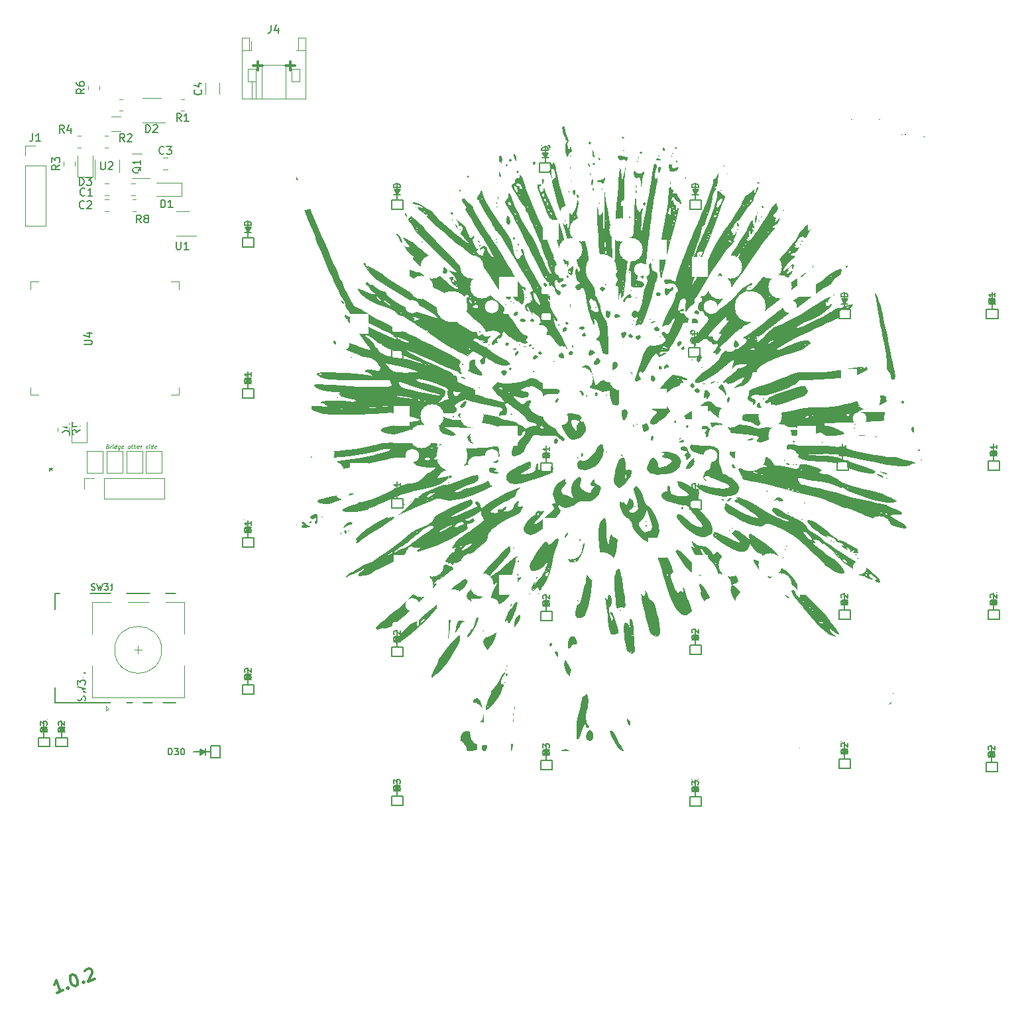
<source format=gto>
G04 #@! TF.GenerationSoftware,KiCad,Pcbnew,7.0.5.1-1-g8f565ef7f0-dirty-deb11*
G04 #@! TF.CreationDate,2023-08-11T09:30:17+00:00*
G04 #@! TF.ProjectId,hakea-fillets,68616b65-612d-4666-996c-6c6574732e6b,1.0.2*
G04 #@! TF.SameCoordinates,Original*
G04 #@! TF.FileFunction,Legend,Top*
G04 #@! TF.FilePolarity,Positive*
%FSLAX46Y46*%
G04 Gerber Fmt 4.6, Leading zero omitted, Abs format (unit mm)*
G04 Created by KiCad (PCBNEW 7.0.5.1-1-g8f565ef7f0-dirty-deb11) date 2023-08-11 09:30:17*
%MOMM*%
%LPD*%
G01*
G04 APERTURE LIST*
%ADD10C,0.100000*%
%ADD11C,0.300000*%
%ADD12C,0.150000*%
%ADD13C,0.200000*%
%ADD14C,0.152400*%
%ADD15C,0.120000*%
%ADD16C,0.160000*%
%ADD17C,1.750000*%
%ADD18C,3.000000*%
%ADD19C,3.987800*%
%ADD20R,2.150000X2.500000*%
%ADD21R,2.350000X2.500000*%
%ADD22R,0.540000X0.800000*%
%ADD23R,0.300000X0.800000*%
%ADD24O,1.000000X2.200000*%
%ADD25O,1.000000X1.800000*%
%ADD26R,2.000000X2.000000*%
%ADD27C,2.000000*%
%ADD28R,2.000000X3.200000*%
%ADD29R,1.700000X1.700000*%
%ADD30O,1.700000X1.700000*%
%ADD31C,3.500000*%
%ADD32C,1.500000*%
%ADD33C,1.600000*%
%ADD34R,1.400000X1.200000*%
%ADD35R,1.400000X1.000000*%
%ADD36R,0.700000X1.524000*%
%ADD37R,1.524000X0.700000*%
%ADD38R,1.000000X1.000000*%
%ADD39O,1.200000X1.750000*%
G04 APERTURE END LIST*
D10*
X98922658Y-74995804D02*
X98991110Y-75019614D01*
X98991110Y-75019614D02*
X99011943Y-75043423D01*
X99011943Y-75043423D02*
X99029801Y-75091042D01*
X99029801Y-75091042D02*
X99020872Y-75162471D01*
X99020872Y-75162471D02*
X98991110Y-75210090D01*
X98991110Y-75210090D02*
X98964324Y-75233900D01*
X98964324Y-75233900D02*
X98913729Y-75257709D01*
X98913729Y-75257709D02*
X98723253Y-75257709D01*
X98723253Y-75257709D02*
X98785753Y-74757709D01*
X98785753Y-74757709D02*
X98952420Y-74757709D01*
X98952420Y-74757709D02*
X98997062Y-74781519D01*
X98997062Y-74781519D02*
X99017896Y-74805328D01*
X99017896Y-74805328D02*
X99035753Y-74852947D01*
X99035753Y-74852947D02*
X99029801Y-74900566D01*
X99029801Y-74900566D02*
X99000039Y-74948185D01*
X99000039Y-74948185D02*
X98973253Y-74971995D01*
X98973253Y-74971995D02*
X98922658Y-74995804D01*
X98922658Y-74995804D02*
X98755991Y-74995804D01*
X99223253Y-75257709D02*
X99264920Y-74924376D01*
X99253015Y-75019614D02*
X99282777Y-74971995D01*
X99282777Y-74971995D02*
X99309562Y-74948185D01*
X99309562Y-74948185D02*
X99360158Y-74924376D01*
X99360158Y-74924376D02*
X99407777Y-74924376D01*
X99532777Y-75257709D02*
X99574444Y-74924376D01*
X99595277Y-74757709D02*
X99568491Y-74781519D01*
X99568491Y-74781519D02*
X99589325Y-74805328D01*
X99589325Y-74805328D02*
X99616110Y-74781519D01*
X99616110Y-74781519D02*
X99595277Y-74757709D01*
X99595277Y-74757709D02*
X99589325Y-74805328D01*
X99985158Y-75257709D02*
X100047658Y-74757709D01*
X99988134Y-75233900D02*
X99937539Y-75257709D01*
X99937539Y-75257709D02*
X99842301Y-75257709D01*
X99842301Y-75257709D02*
X99797658Y-75233900D01*
X99797658Y-75233900D02*
X99776824Y-75210090D01*
X99776824Y-75210090D02*
X99758967Y-75162471D01*
X99758967Y-75162471D02*
X99776824Y-75019614D01*
X99776824Y-75019614D02*
X99806586Y-74971995D01*
X99806586Y-74971995D02*
X99833372Y-74948185D01*
X99833372Y-74948185D02*
X99883967Y-74924376D01*
X99883967Y-74924376D02*
X99979205Y-74924376D01*
X99979205Y-74924376D02*
X100023848Y-74948185D01*
X100479205Y-74924376D02*
X100428610Y-75329138D01*
X100428610Y-75329138D02*
X100398848Y-75376757D01*
X100398848Y-75376757D02*
X100372062Y-75400566D01*
X100372062Y-75400566D02*
X100321467Y-75424376D01*
X100321467Y-75424376D02*
X100250039Y-75424376D01*
X100250039Y-75424376D02*
X100205396Y-75400566D01*
X100440515Y-75233900D02*
X100389920Y-75257709D01*
X100389920Y-75257709D02*
X100294682Y-75257709D01*
X100294682Y-75257709D02*
X100250039Y-75233900D01*
X100250039Y-75233900D02*
X100229205Y-75210090D01*
X100229205Y-75210090D02*
X100211348Y-75162471D01*
X100211348Y-75162471D02*
X100229205Y-75019614D01*
X100229205Y-75019614D02*
X100258967Y-74971995D01*
X100258967Y-74971995D02*
X100285753Y-74948185D01*
X100285753Y-74948185D02*
X100336348Y-74924376D01*
X100336348Y-74924376D02*
X100431586Y-74924376D01*
X100431586Y-74924376D02*
X100476229Y-74948185D01*
X100869086Y-75233900D02*
X100818491Y-75257709D01*
X100818491Y-75257709D02*
X100723253Y-75257709D01*
X100723253Y-75257709D02*
X100678610Y-75233900D01*
X100678610Y-75233900D02*
X100660753Y-75186280D01*
X100660753Y-75186280D02*
X100684563Y-74995804D01*
X100684563Y-74995804D02*
X100714324Y-74948185D01*
X100714324Y-74948185D02*
X100764920Y-74924376D01*
X100764920Y-74924376D02*
X100860158Y-74924376D01*
X100860158Y-74924376D02*
X100904801Y-74948185D01*
X100904801Y-74948185D02*
X100922658Y-74995804D01*
X100922658Y-74995804D02*
X100916705Y-75043423D01*
X100916705Y-75043423D02*
X100672658Y-75091042D01*
X101556586Y-75257709D02*
X101511943Y-75233900D01*
X101511943Y-75233900D02*
X101491109Y-75210090D01*
X101491109Y-75210090D02*
X101473252Y-75162471D01*
X101473252Y-75162471D02*
X101491109Y-75019614D01*
X101491109Y-75019614D02*
X101520871Y-74971995D01*
X101520871Y-74971995D02*
X101547657Y-74948185D01*
X101547657Y-74948185D02*
X101598252Y-74924376D01*
X101598252Y-74924376D02*
X101669681Y-74924376D01*
X101669681Y-74924376D02*
X101714324Y-74948185D01*
X101714324Y-74948185D02*
X101735157Y-74971995D01*
X101735157Y-74971995D02*
X101753014Y-75019614D01*
X101753014Y-75019614D02*
X101735157Y-75162471D01*
X101735157Y-75162471D02*
X101705395Y-75210090D01*
X101705395Y-75210090D02*
X101678609Y-75233900D01*
X101678609Y-75233900D02*
X101628014Y-75257709D01*
X101628014Y-75257709D02*
X101556586Y-75257709D01*
X101907776Y-74924376D02*
X102098252Y-74924376D01*
X102000038Y-74757709D02*
X101946467Y-75186280D01*
X101946467Y-75186280D02*
X101964324Y-75233900D01*
X101964324Y-75233900D02*
X102008967Y-75257709D01*
X102008967Y-75257709D02*
X102056586Y-75257709D01*
X102223252Y-75257709D02*
X102285752Y-74757709D01*
X102437538Y-75257709D02*
X102470276Y-74995804D01*
X102470276Y-74995804D02*
X102452419Y-74948185D01*
X102452419Y-74948185D02*
X102407776Y-74924376D01*
X102407776Y-74924376D02*
X102336347Y-74924376D01*
X102336347Y-74924376D02*
X102285752Y-74948185D01*
X102285752Y-74948185D02*
X102258966Y-74971995D01*
X102869085Y-75233900D02*
X102818490Y-75257709D01*
X102818490Y-75257709D02*
X102723252Y-75257709D01*
X102723252Y-75257709D02*
X102678609Y-75233900D01*
X102678609Y-75233900D02*
X102660752Y-75186280D01*
X102660752Y-75186280D02*
X102684562Y-74995804D01*
X102684562Y-74995804D02*
X102714323Y-74948185D01*
X102714323Y-74948185D02*
X102764919Y-74924376D01*
X102764919Y-74924376D02*
X102860157Y-74924376D01*
X102860157Y-74924376D02*
X102904800Y-74948185D01*
X102904800Y-74948185D02*
X102922657Y-74995804D01*
X102922657Y-74995804D02*
X102916704Y-75043423D01*
X102916704Y-75043423D02*
X102672657Y-75091042D01*
X103104204Y-75257709D02*
X103145871Y-74924376D01*
X103133966Y-75019614D02*
X103163728Y-74971995D01*
X103163728Y-74971995D02*
X103190513Y-74948185D01*
X103190513Y-74948185D02*
X103241109Y-74924376D01*
X103241109Y-74924376D02*
X103288728Y-74924376D01*
X103773847Y-75233900D02*
X103818489Y-75257709D01*
X103818489Y-75257709D02*
X103913728Y-75257709D01*
X103913728Y-75257709D02*
X103964323Y-75233900D01*
X103964323Y-75233900D02*
X103994085Y-75186280D01*
X103994085Y-75186280D02*
X103997061Y-75162471D01*
X103997061Y-75162471D02*
X103979204Y-75114852D01*
X103979204Y-75114852D02*
X103934561Y-75091042D01*
X103934561Y-75091042D02*
X103863132Y-75091042D01*
X103863132Y-75091042D02*
X103818489Y-75067233D01*
X103818489Y-75067233D02*
X103800632Y-75019614D01*
X103800632Y-75019614D02*
X103803609Y-74995804D01*
X103803609Y-74995804D02*
X103833370Y-74948185D01*
X103833370Y-74948185D02*
X103883966Y-74924376D01*
X103883966Y-74924376D02*
X103955394Y-74924376D01*
X103955394Y-74924376D02*
X104000037Y-74948185D01*
X104199442Y-75257709D02*
X104241109Y-74924376D01*
X104261942Y-74757709D02*
X104235156Y-74781519D01*
X104235156Y-74781519D02*
X104255990Y-74805328D01*
X104255990Y-74805328D02*
X104282775Y-74781519D01*
X104282775Y-74781519D02*
X104261942Y-74757709D01*
X104261942Y-74757709D02*
X104255990Y-74805328D01*
X104651823Y-75257709D02*
X104714323Y-74757709D01*
X104654799Y-75233900D02*
X104604204Y-75257709D01*
X104604204Y-75257709D02*
X104508966Y-75257709D01*
X104508966Y-75257709D02*
X104464323Y-75233900D01*
X104464323Y-75233900D02*
X104443489Y-75210090D01*
X104443489Y-75210090D02*
X104425632Y-75162471D01*
X104425632Y-75162471D02*
X104443489Y-75019614D01*
X104443489Y-75019614D02*
X104473251Y-74971995D01*
X104473251Y-74971995D02*
X104500037Y-74948185D01*
X104500037Y-74948185D02*
X104550632Y-74924376D01*
X104550632Y-74924376D02*
X104645870Y-74924376D01*
X104645870Y-74924376D02*
X104690513Y-74948185D01*
X105083370Y-75233900D02*
X105032775Y-75257709D01*
X105032775Y-75257709D02*
X104937537Y-75257709D01*
X104937537Y-75257709D02*
X104892894Y-75233900D01*
X104892894Y-75233900D02*
X104875037Y-75186280D01*
X104875037Y-75186280D02*
X104898847Y-74995804D01*
X104898847Y-74995804D02*
X104928608Y-74948185D01*
X104928608Y-74948185D02*
X104979204Y-74924376D01*
X104979204Y-74924376D02*
X105074442Y-74924376D01*
X105074442Y-74924376D02*
X105119085Y-74948185D01*
X105119085Y-74948185D02*
X105136942Y-74995804D01*
X105136942Y-74995804D02*
X105130989Y-75043423D01*
X105130989Y-75043423D02*
X104886942Y-75091042D01*
D11*
X93236101Y-144530540D02*
X92430650Y-144823700D01*
X92833375Y-144677120D02*
X92320345Y-143267581D01*
X92320345Y-143267581D02*
X92259393Y-143517804D01*
X92259393Y-143517804D02*
X92174012Y-143700905D01*
X92174012Y-143700905D02*
X92064200Y-143816886D01*
X93791328Y-144176428D02*
X93882879Y-144219119D01*
X93882879Y-144219119D02*
X93840188Y-144310670D01*
X93840188Y-144310670D02*
X93748638Y-144267979D01*
X93748638Y-144267979D02*
X93791328Y-144176428D01*
X93791328Y-144176428D02*
X93840188Y-144310670D01*
X94266851Y-142559111D02*
X94401093Y-142510251D01*
X94401093Y-142510251D02*
X94559765Y-142528512D01*
X94559765Y-142528512D02*
X94651316Y-142571202D01*
X94651316Y-142571202D02*
X94767297Y-142681014D01*
X94767297Y-142681014D02*
X94932137Y-142925068D01*
X94932137Y-142925068D02*
X95054288Y-143260672D01*
X95054288Y-143260672D02*
X95084887Y-143553586D01*
X95084887Y-143553586D02*
X95066626Y-143712258D01*
X95066626Y-143712258D02*
X95023935Y-143803809D01*
X95023935Y-143803809D02*
X94914123Y-143919790D01*
X94914123Y-143919790D02*
X94779881Y-143968650D01*
X94779881Y-143968650D02*
X94621209Y-143950389D01*
X94621209Y-143950389D02*
X94529659Y-143907698D01*
X94529659Y-143907698D02*
X94413678Y-143797886D01*
X94413678Y-143797886D02*
X94248837Y-143553832D01*
X94248837Y-143553832D02*
X94126687Y-143218228D01*
X94126687Y-143218228D02*
X94096088Y-142925314D01*
X94096088Y-142925314D02*
X94114348Y-142766643D01*
X94114348Y-142766643D02*
X94157039Y-142675092D01*
X94157039Y-142675092D02*
X94266851Y-142559111D01*
X95804955Y-143443528D02*
X95896506Y-143486219D01*
X95896506Y-143486219D02*
X95853815Y-143577770D01*
X95853815Y-143577770D02*
X95762264Y-143535079D01*
X95762264Y-143535079D02*
X95804955Y-143443528D01*
X95804955Y-143443528D02*
X95853815Y-143577770D01*
X95993734Y-142082602D02*
X96036424Y-141991051D01*
X96036424Y-141991051D02*
X96146236Y-141875070D01*
X96146236Y-141875070D02*
X96481841Y-141752920D01*
X96481841Y-141752920D02*
X96640513Y-141771181D01*
X96640513Y-141771181D02*
X96732063Y-141813872D01*
X96732063Y-141813872D02*
X96848044Y-141923684D01*
X96848044Y-141923684D02*
X96896904Y-142057926D01*
X96896904Y-142057926D02*
X96903074Y-142283718D01*
X96903074Y-142283718D02*
X96390783Y-143382329D01*
X96390783Y-143382329D02*
X97263355Y-143064739D01*
X122810257Y-26345100D02*
X121667400Y-26345100D01*
X122238828Y-26916528D02*
X122238828Y-25773671D01*
X118667400Y-26345100D02*
X117524543Y-26345100D01*
X118095971Y-26916528D02*
X118095971Y-25773671D01*
D12*
X95934419Y-29302766D02*
X95458228Y-29636099D01*
X95934419Y-29874194D02*
X94934419Y-29874194D01*
X94934419Y-29874194D02*
X94934419Y-29493242D01*
X94934419Y-29493242D02*
X94982038Y-29398004D01*
X94982038Y-29398004D02*
X95029657Y-29350385D01*
X95029657Y-29350385D02*
X95124895Y-29302766D01*
X95124895Y-29302766D02*
X95267752Y-29302766D01*
X95267752Y-29302766D02*
X95362990Y-29350385D01*
X95362990Y-29350385D02*
X95410609Y-29398004D01*
X95410609Y-29398004D02*
X95458228Y-29493242D01*
X95458228Y-29493242D02*
X95458228Y-29874194D01*
X94934419Y-28445623D02*
X94934419Y-28636099D01*
X94934419Y-28636099D02*
X94982038Y-28731337D01*
X94982038Y-28731337D02*
X95029657Y-28778956D01*
X95029657Y-28778956D02*
X95172514Y-28874194D01*
X95172514Y-28874194D02*
X95362990Y-28921813D01*
X95362990Y-28921813D02*
X95743942Y-28921813D01*
X95743942Y-28921813D02*
X95839180Y-28874194D01*
X95839180Y-28874194D02*
X95886800Y-28826575D01*
X95886800Y-28826575D02*
X95934419Y-28731337D01*
X95934419Y-28731337D02*
X95934419Y-28540861D01*
X95934419Y-28540861D02*
X95886800Y-28445623D01*
X95886800Y-28445623D02*
X95839180Y-28398004D01*
X95839180Y-28398004D02*
X95743942Y-28350385D01*
X95743942Y-28350385D02*
X95505847Y-28350385D01*
X95505847Y-28350385D02*
X95410609Y-28398004D01*
X95410609Y-28398004D02*
X95362990Y-28445623D01*
X95362990Y-28445623D02*
X95315371Y-28540861D01*
X95315371Y-28540861D02*
X95315371Y-28731337D01*
X95315371Y-28731337D02*
X95362990Y-28826575D01*
X95362990Y-28826575D02*
X95410609Y-28874194D01*
X95410609Y-28874194D02*
X95505847Y-28921813D01*
X106106933Y-37571580D02*
X106059314Y-37619200D01*
X106059314Y-37619200D02*
X105916457Y-37666819D01*
X105916457Y-37666819D02*
X105821219Y-37666819D01*
X105821219Y-37666819D02*
X105678362Y-37619200D01*
X105678362Y-37619200D02*
X105583124Y-37523961D01*
X105583124Y-37523961D02*
X105535505Y-37428723D01*
X105535505Y-37428723D02*
X105487886Y-37238247D01*
X105487886Y-37238247D02*
X105487886Y-37095390D01*
X105487886Y-37095390D02*
X105535505Y-36904914D01*
X105535505Y-36904914D02*
X105583124Y-36809676D01*
X105583124Y-36809676D02*
X105678362Y-36714438D01*
X105678362Y-36714438D02*
X105821219Y-36666819D01*
X105821219Y-36666819D02*
X105916457Y-36666819D01*
X105916457Y-36666819D02*
X106059314Y-36714438D01*
X106059314Y-36714438D02*
X106106933Y-36762057D01*
X106440267Y-36666819D02*
X107059314Y-36666819D01*
X107059314Y-36666819D02*
X106725981Y-37047771D01*
X106725981Y-37047771D02*
X106868838Y-37047771D01*
X106868838Y-37047771D02*
X106964076Y-37095390D01*
X106964076Y-37095390D02*
X107011695Y-37143009D01*
X107011695Y-37143009D02*
X107059314Y-37238247D01*
X107059314Y-37238247D02*
X107059314Y-37476342D01*
X107059314Y-37476342D02*
X107011695Y-37571580D01*
X107011695Y-37571580D02*
X106964076Y-37619200D01*
X106964076Y-37619200D02*
X106868838Y-37666819D01*
X106868838Y-37666819D02*
X106583124Y-37666819D01*
X106583124Y-37666819D02*
X106487886Y-37619200D01*
X106487886Y-37619200D02*
X106440267Y-37571580D01*
X107696095Y-48836819D02*
X107696095Y-49646342D01*
X107696095Y-49646342D02*
X107743714Y-49741580D01*
X107743714Y-49741580D02*
X107791333Y-49789200D01*
X107791333Y-49789200D02*
X107886571Y-49836819D01*
X107886571Y-49836819D02*
X108077047Y-49836819D01*
X108077047Y-49836819D02*
X108172285Y-49789200D01*
X108172285Y-49789200D02*
X108219904Y-49741580D01*
X108219904Y-49741580D02*
X108267523Y-49646342D01*
X108267523Y-49646342D02*
X108267523Y-48836819D01*
X109267523Y-49836819D02*
X108696095Y-49836819D01*
X108981809Y-49836819D02*
X108981809Y-48836819D01*
X108981809Y-48836819D02*
X108886571Y-48979676D01*
X108886571Y-48979676D02*
X108791333Y-49074914D01*
X108791333Y-49074914D02*
X108696095Y-49122533D01*
X96011800Y-107518323D02*
X96059419Y-107375466D01*
X96059419Y-107375466D02*
X96059419Y-107137371D01*
X96059419Y-107137371D02*
X96011800Y-107042133D01*
X96011800Y-107042133D02*
X95964180Y-106994514D01*
X95964180Y-106994514D02*
X95868942Y-106946895D01*
X95868942Y-106946895D02*
X95773704Y-106946895D01*
X95773704Y-106946895D02*
X95678466Y-106994514D01*
X95678466Y-106994514D02*
X95630847Y-107042133D01*
X95630847Y-107042133D02*
X95583228Y-107137371D01*
X95583228Y-107137371D02*
X95535609Y-107327847D01*
X95535609Y-107327847D02*
X95487990Y-107423085D01*
X95487990Y-107423085D02*
X95440371Y-107470704D01*
X95440371Y-107470704D02*
X95345133Y-107518323D01*
X95345133Y-107518323D02*
X95249895Y-107518323D01*
X95249895Y-107518323D02*
X95154657Y-107470704D01*
X95154657Y-107470704D02*
X95107038Y-107423085D01*
X95107038Y-107423085D02*
X95059419Y-107327847D01*
X95059419Y-107327847D02*
X95059419Y-107089752D01*
X95059419Y-107089752D02*
X95107038Y-106946895D01*
X95059419Y-106613561D02*
X96059419Y-106375466D01*
X96059419Y-106375466D02*
X95345133Y-106184990D01*
X95345133Y-106184990D02*
X96059419Y-105994514D01*
X96059419Y-105994514D02*
X95059419Y-105756419D01*
X95059419Y-105470704D02*
X95059419Y-104851657D01*
X95059419Y-104851657D02*
X95440371Y-105184990D01*
X95440371Y-105184990D02*
X95440371Y-105042133D01*
X95440371Y-105042133D02*
X95487990Y-104946895D01*
X95487990Y-104946895D02*
X95535609Y-104899276D01*
X95535609Y-104899276D02*
X95630847Y-104851657D01*
X95630847Y-104851657D02*
X95868942Y-104851657D01*
X95868942Y-104851657D02*
X95964180Y-104899276D01*
X95964180Y-104899276D02*
X96011800Y-104946895D01*
X96011800Y-104946895D02*
X96059419Y-105042133D01*
X96059419Y-105042133D02*
X96059419Y-105327847D01*
X96059419Y-105327847D02*
X96011800Y-105423085D01*
X96011800Y-105423085D02*
X95964180Y-105470704D01*
X95392752Y-103994514D02*
X96059419Y-103994514D01*
X95011800Y-104232609D02*
X95726085Y-104470704D01*
X95726085Y-104470704D02*
X95726085Y-103851657D01*
X103185933Y-46428819D02*
X102852600Y-45952628D01*
X102614505Y-46428819D02*
X102614505Y-45428819D01*
X102614505Y-45428819D02*
X102995457Y-45428819D01*
X102995457Y-45428819D02*
X103090695Y-45476438D01*
X103090695Y-45476438D02*
X103138314Y-45524057D01*
X103138314Y-45524057D02*
X103185933Y-45619295D01*
X103185933Y-45619295D02*
X103185933Y-45762152D01*
X103185933Y-45762152D02*
X103138314Y-45857390D01*
X103138314Y-45857390D02*
X103090695Y-45905009D01*
X103090695Y-45905009D02*
X102995457Y-45952628D01*
X102995457Y-45952628D02*
X102614505Y-45952628D01*
X103757362Y-45857390D02*
X103662124Y-45809771D01*
X103662124Y-45809771D02*
X103614505Y-45762152D01*
X103614505Y-45762152D02*
X103566886Y-45666914D01*
X103566886Y-45666914D02*
X103566886Y-45619295D01*
X103566886Y-45619295D02*
X103614505Y-45524057D01*
X103614505Y-45524057D02*
X103662124Y-45476438D01*
X103662124Y-45476438D02*
X103757362Y-45428819D01*
X103757362Y-45428819D02*
X103947838Y-45428819D01*
X103947838Y-45428819D02*
X104043076Y-45476438D01*
X104043076Y-45476438D02*
X104090695Y-45524057D01*
X104090695Y-45524057D02*
X104138314Y-45619295D01*
X104138314Y-45619295D02*
X104138314Y-45666914D01*
X104138314Y-45666914D02*
X104090695Y-45762152D01*
X104090695Y-45762152D02*
X104043076Y-45809771D01*
X104043076Y-45809771D02*
X103947838Y-45857390D01*
X103947838Y-45857390D02*
X103757362Y-45857390D01*
X103757362Y-45857390D02*
X103662124Y-45905009D01*
X103662124Y-45905009D02*
X103614505Y-45952628D01*
X103614505Y-45952628D02*
X103566886Y-46047866D01*
X103566886Y-46047866D02*
X103566886Y-46238342D01*
X103566886Y-46238342D02*
X103614505Y-46333580D01*
X103614505Y-46333580D02*
X103662124Y-46381200D01*
X103662124Y-46381200D02*
X103757362Y-46428819D01*
X103757362Y-46428819D02*
X103947838Y-46428819D01*
X103947838Y-46428819D02*
X104043076Y-46381200D01*
X104043076Y-46381200D02*
X104090695Y-46333580D01*
X104090695Y-46333580D02*
X104138314Y-46238342D01*
X104138314Y-46238342D02*
X104138314Y-46047866D01*
X104138314Y-46047866D02*
X104090695Y-45952628D01*
X104090695Y-45952628D02*
X104043076Y-45905009D01*
X104043076Y-45905009D02*
X103947838Y-45857390D01*
X91382819Y-77916599D02*
X91620914Y-77916599D01*
X91525676Y-78154694D02*
X91620914Y-77916599D01*
X91620914Y-77916599D02*
X91525676Y-77678504D01*
X91811390Y-78059456D02*
X91620914Y-77916599D01*
X91620914Y-77916599D02*
X91811390Y-77773742D01*
X95374619Y-72886866D02*
X94898428Y-73220199D01*
X95374619Y-73458294D02*
X94374619Y-73458294D01*
X94374619Y-73458294D02*
X94374619Y-73077342D01*
X94374619Y-73077342D02*
X94422238Y-72982104D01*
X94422238Y-72982104D02*
X94469857Y-72934485D01*
X94469857Y-72934485D02*
X94565095Y-72886866D01*
X94565095Y-72886866D02*
X94707952Y-72886866D01*
X94707952Y-72886866D02*
X94803190Y-72934485D01*
X94803190Y-72934485D02*
X94850809Y-72982104D01*
X94850809Y-72982104D02*
X94898428Y-73077342D01*
X94898428Y-73077342D02*
X94898428Y-73458294D01*
X95374619Y-72410675D02*
X95374619Y-72220199D01*
X95374619Y-72220199D02*
X95327000Y-72124961D01*
X95327000Y-72124961D02*
X95279380Y-72077342D01*
X95279380Y-72077342D02*
X95136523Y-71982104D01*
X95136523Y-71982104D02*
X94946047Y-71934485D01*
X94946047Y-71934485D02*
X94565095Y-71934485D01*
X94565095Y-71934485D02*
X94469857Y-71982104D01*
X94469857Y-71982104D02*
X94422238Y-72029723D01*
X94422238Y-72029723D02*
X94374619Y-72124961D01*
X94374619Y-72124961D02*
X94374619Y-72315437D01*
X94374619Y-72315437D02*
X94422238Y-72410675D01*
X94422238Y-72410675D02*
X94469857Y-72458294D01*
X94469857Y-72458294D02*
X94565095Y-72505913D01*
X94565095Y-72505913D02*
X94803190Y-72505913D01*
X94803190Y-72505913D02*
X94898428Y-72458294D01*
X94898428Y-72458294D02*
X94946047Y-72410675D01*
X94946047Y-72410675D02*
X94993666Y-72315437D01*
X94993666Y-72315437D02*
X94993666Y-72124961D01*
X94993666Y-72124961D02*
X94946047Y-72029723D01*
X94946047Y-72029723D02*
X94898428Y-71982104D01*
X94898428Y-71982104D02*
X94803190Y-71934485D01*
X108314833Y-33448419D02*
X107981500Y-32972228D01*
X107743405Y-33448419D02*
X107743405Y-32448419D01*
X107743405Y-32448419D02*
X108124357Y-32448419D01*
X108124357Y-32448419D02*
X108219595Y-32496038D01*
X108219595Y-32496038D02*
X108267214Y-32543657D01*
X108267214Y-32543657D02*
X108314833Y-32638895D01*
X108314833Y-32638895D02*
X108314833Y-32781752D01*
X108314833Y-32781752D02*
X108267214Y-32876990D01*
X108267214Y-32876990D02*
X108219595Y-32924609D01*
X108219595Y-32924609D02*
X108124357Y-32972228D01*
X108124357Y-32972228D02*
X107743405Y-32972228D01*
X109267214Y-33448419D02*
X108695786Y-33448419D01*
X108981500Y-33448419D02*
X108981500Y-32448419D01*
X108981500Y-32448419D02*
X108886262Y-32591276D01*
X108886262Y-32591276D02*
X108791024Y-32686514D01*
X108791024Y-32686514D02*
X108695786Y-32734133D01*
X95299305Y-41628219D02*
X95299305Y-40628219D01*
X95299305Y-40628219D02*
X95537400Y-40628219D01*
X95537400Y-40628219D02*
X95680257Y-40675838D01*
X95680257Y-40675838D02*
X95775495Y-40771076D01*
X95775495Y-40771076D02*
X95823114Y-40866314D01*
X95823114Y-40866314D02*
X95870733Y-41056790D01*
X95870733Y-41056790D02*
X95870733Y-41199647D01*
X95870733Y-41199647D02*
X95823114Y-41390123D01*
X95823114Y-41390123D02*
X95775495Y-41485361D01*
X95775495Y-41485361D02*
X95680257Y-41580600D01*
X95680257Y-41580600D02*
X95537400Y-41628219D01*
X95537400Y-41628219D02*
X95299305Y-41628219D01*
X96204067Y-40628219D02*
X96823114Y-40628219D01*
X96823114Y-40628219D02*
X96489781Y-41009171D01*
X96489781Y-41009171D02*
X96632638Y-41009171D01*
X96632638Y-41009171D02*
X96727876Y-41056790D01*
X96727876Y-41056790D02*
X96775495Y-41104409D01*
X96775495Y-41104409D02*
X96823114Y-41199647D01*
X96823114Y-41199647D02*
X96823114Y-41437742D01*
X96823114Y-41437742D02*
X96775495Y-41532980D01*
X96775495Y-41532980D02*
X96727876Y-41580600D01*
X96727876Y-41580600D02*
X96632638Y-41628219D01*
X96632638Y-41628219D02*
X96346924Y-41628219D01*
X96346924Y-41628219D02*
X96251686Y-41580600D01*
X96251686Y-41580600D02*
X96204067Y-41532980D01*
X95896133Y-44530180D02*
X95848514Y-44577800D01*
X95848514Y-44577800D02*
X95705657Y-44625419D01*
X95705657Y-44625419D02*
X95610419Y-44625419D01*
X95610419Y-44625419D02*
X95467562Y-44577800D01*
X95467562Y-44577800D02*
X95372324Y-44482561D01*
X95372324Y-44482561D02*
X95324705Y-44387323D01*
X95324705Y-44387323D02*
X95277086Y-44196847D01*
X95277086Y-44196847D02*
X95277086Y-44053990D01*
X95277086Y-44053990D02*
X95324705Y-43863514D01*
X95324705Y-43863514D02*
X95372324Y-43768276D01*
X95372324Y-43768276D02*
X95467562Y-43673038D01*
X95467562Y-43673038D02*
X95610419Y-43625419D01*
X95610419Y-43625419D02*
X95705657Y-43625419D01*
X95705657Y-43625419D02*
X95848514Y-43673038D01*
X95848514Y-43673038D02*
X95896133Y-43720657D01*
X96277086Y-43720657D02*
X96324705Y-43673038D01*
X96324705Y-43673038D02*
X96419943Y-43625419D01*
X96419943Y-43625419D02*
X96658038Y-43625419D01*
X96658038Y-43625419D02*
X96753276Y-43673038D01*
X96753276Y-43673038D02*
X96800895Y-43720657D01*
X96800895Y-43720657D02*
X96848514Y-43815895D01*
X96848514Y-43815895D02*
X96848514Y-43911133D01*
X96848514Y-43911133D02*
X96800895Y-44053990D01*
X96800895Y-44053990D02*
X96229467Y-44625419D01*
X96229467Y-44625419D02*
X96848514Y-44625419D01*
D13*
X96835080Y-93318500D02*
X96949366Y-93356595D01*
X96949366Y-93356595D02*
X97139842Y-93356595D01*
X97139842Y-93356595D02*
X97216033Y-93318500D01*
X97216033Y-93318500D02*
X97254128Y-93280404D01*
X97254128Y-93280404D02*
X97292223Y-93204214D01*
X97292223Y-93204214D02*
X97292223Y-93128023D01*
X97292223Y-93128023D02*
X97254128Y-93051833D01*
X97254128Y-93051833D02*
X97216033Y-93013738D01*
X97216033Y-93013738D02*
X97139842Y-92975642D01*
X97139842Y-92975642D02*
X96987461Y-92937547D01*
X96987461Y-92937547D02*
X96911271Y-92899452D01*
X96911271Y-92899452D02*
X96873176Y-92861357D01*
X96873176Y-92861357D02*
X96835080Y-92785166D01*
X96835080Y-92785166D02*
X96835080Y-92708976D01*
X96835080Y-92708976D02*
X96873176Y-92632785D01*
X96873176Y-92632785D02*
X96911271Y-92594690D01*
X96911271Y-92594690D02*
X96987461Y-92556595D01*
X96987461Y-92556595D02*
X97177938Y-92556595D01*
X97177938Y-92556595D02*
X97292223Y-92594690D01*
X97558890Y-92556595D02*
X97749366Y-93356595D01*
X97749366Y-93356595D02*
X97901747Y-92785166D01*
X97901747Y-92785166D02*
X98054128Y-93356595D01*
X98054128Y-93356595D02*
X98244605Y-92556595D01*
X98473176Y-92556595D02*
X98968414Y-92556595D01*
X98968414Y-92556595D02*
X98701748Y-92861357D01*
X98701748Y-92861357D02*
X98816033Y-92861357D01*
X98816033Y-92861357D02*
X98892224Y-92899452D01*
X98892224Y-92899452D02*
X98930319Y-92937547D01*
X98930319Y-92937547D02*
X98968414Y-93013738D01*
X98968414Y-93013738D02*
X98968414Y-93204214D01*
X98968414Y-93204214D02*
X98930319Y-93280404D01*
X98930319Y-93280404D02*
X98892224Y-93318500D01*
X98892224Y-93318500D02*
X98816033Y-93356595D01*
X98816033Y-93356595D02*
X98587462Y-93356595D01*
X98587462Y-93356595D02*
X98511271Y-93318500D01*
X98511271Y-93318500D02*
X98473176Y-93280404D01*
X99730319Y-93356595D02*
X99273176Y-93356595D01*
X99501748Y-93356595D02*
X99501748Y-92556595D01*
X99501748Y-92556595D02*
X99425557Y-92670880D01*
X99425557Y-92670880D02*
X99349367Y-92747071D01*
X99349367Y-92747071D02*
X99273176Y-92785166D01*
D12*
X94080219Y-73587594D02*
X93080219Y-73587594D01*
X93080219Y-73587594D02*
X93080219Y-73349499D01*
X93080219Y-73349499D02*
X93127838Y-73206642D01*
X93127838Y-73206642D02*
X93223076Y-73111404D01*
X93223076Y-73111404D02*
X93318314Y-73063785D01*
X93318314Y-73063785D02*
X93508790Y-73016166D01*
X93508790Y-73016166D02*
X93651647Y-73016166D01*
X93651647Y-73016166D02*
X93842123Y-73063785D01*
X93842123Y-73063785D02*
X93937361Y-73111404D01*
X93937361Y-73111404D02*
X94032600Y-73206642D01*
X94032600Y-73206642D02*
X94080219Y-73349499D01*
X94080219Y-73349499D02*
X94080219Y-73587594D01*
X93413552Y-72159023D02*
X94080219Y-72159023D01*
X93032600Y-72397118D02*
X93746885Y-72635213D01*
X93746885Y-72635213D02*
X93746885Y-72016166D01*
X103762905Y-34889619D02*
X103762905Y-33889619D01*
X103762905Y-33889619D02*
X104001000Y-33889619D01*
X104001000Y-33889619D02*
X104143857Y-33937238D01*
X104143857Y-33937238D02*
X104239095Y-34032476D01*
X104239095Y-34032476D02*
X104286714Y-34127714D01*
X104286714Y-34127714D02*
X104334333Y-34318190D01*
X104334333Y-34318190D02*
X104334333Y-34461047D01*
X104334333Y-34461047D02*
X104286714Y-34651523D01*
X104286714Y-34651523D02*
X104239095Y-34746761D01*
X104239095Y-34746761D02*
X104143857Y-34842000D01*
X104143857Y-34842000D02*
X104001000Y-34889619D01*
X104001000Y-34889619D02*
X103762905Y-34889619D01*
X104715286Y-33984857D02*
X104762905Y-33937238D01*
X104762905Y-33937238D02*
X104858143Y-33889619D01*
X104858143Y-33889619D02*
X105096238Y-33889619D01*
X105096238Y-33889619D02*
X105191476Y-33937238D01*
X105191476Y-33937238D02*
X105239095Y-33984857D01*
X105239095Y-33984857D02*
X105286714Y-34080095D01*
X105286714Y-34080095D02*
X105286714Y-34175333D01*
X105286714Y-34175333D02*
X105239095Y-34318190D01*
X105239095Y-34318190D02*
X104667667Y-34889619D01*
X104667667Y-34889619D02*
X105286714Y-34889619D01*
X89328666Y-34980819D02*
X89328666Y-35695104D01*
X89328666Y-35695104D02*
X89281047Y-35837961D01*
X89281047Y-35837961D02*
X89185809Y-35933200D01*
X89185809Y-35933200D02*
X89042952Y-35980819D01*
X89042952Y-35980819D02*
X88947714Y-35980819D01*
X90328666Y-35980819D02*
X89757238Y-35980819D01*
X90042952Y-35980819D02*
X90042952Y-34980819D01*
X90042952Y-34980819D02*
X89947714Y-35123676D01*
X89947714Y-35123676D02*
X89852476Y-35218914D01*
X89852476Y-35218914D02*
X89757238Y-35266533D01*
X103191457Y-39287438D02*
X103143838Y-39382676D01*
X103143838Y-39382676D02*
X103048600Y-39477914D01*
X103048600Y-39477914D02*
X102905742Y-39620771D01*
X102905742Y-39620771D02*
X102858123Y-39716009D01*
X102858123Y-39716009D02*
X102858123Y-39811247D01*
X103096219Y-39763628D02*
X103048600Y-39858866D01*
X103048600Y-39858866D02*
X102953361Y-39954104D01*
X102953361Y-39954104D02*
X102762885Y-40001723D01*
X102762885Y-40001723D02*
X102429552Y-40001723D01*
X102429552Y-40001723D02*
X102239076Y-39954104D01*
X102239076Y-39954104D02*
X102143838Y-39858866D01*
X102143838Y-39858866D02*
X102096219Y-39763628D01*
X102096219Y-39763628D02*
X102096219Y-39573152D01*
X102096219Y-39573152D02*
X102143838Y-39477914D01*
X102143838Y-39477914D02*
X102239076Y-39382676D01*
X102239076Y-39382676D02*
X102429552Y-39335057D01*
X102429552Y-39335057D02*
X102762885Y-39335057D01*
X102762885Y-39335057D02*
X102953361Y-39382676D01*
X102953361Y-39382676D02*
X103048600Y-39477914D01*
X103048600Y-39477914D02*
X103096219Y-39573152D01*
X103096219Y-39573152D02*
X103096219Y-39763628D01*
X103096219Y-38382676D02*
X103096219Y-38954104D01*
X103096219Y-38668390D02*
X102096219Y-38668390D01*
X102096219Y-38668390D02*
X102239076Y-38763628D01*
X102239076Y-38763628D02*
X102334314Y-38858866D01*
X102334314Y-38858866D02*
X102381933Y-38954104D01*
X95898619Y-62001304D02*
X96708142Y-62001304D01*
X96708142Y-62001304D02*
X96803380Y-61953685D01*
X96803380Y-61953685D02*
X96851000Y-61906066D01*
X96851000Y-61906066D02*
X96898619Y-61810828D01*
X96898619Y-61810828D02*
X96898619Y-61620352D01*
X96898619Y-61620352D02*
X96851000Y-61525114D01*
X96851000Y-61525114D02*
X96803380Y-61477495D01*
X96803380Y-61477495D02*
X96708142Y-61429876D01*
X96708142Y-61429876D02*
X95898619Y-61429876D01*
X96231952Y-60525114D02*
X96898619Y-60525114D01*
X95851000Y-60763209D02*
X96565285Y-61001304D01*
X96565285Y-61001304D02*
X96565285Y-60382257D01*
X110832980Y-29427466D02*
X110880600Y-29475085D01*
X110880600Y-29475085D02*
X110928219Y-29617942D01*
X110928219Y-29617942D02*
X110928219Y-29713180D01*
X110928219Y-29713180D02*
X110880600Y-29856037D01*
X110880600Y-29856037D02*
X110785361Y-29951275D01*
X110785361Y-29951275D02*
X110690123Y-29998894D01*
X110690123Y-29998894D02*
X110499647Y-30046513D01*
X110499647Y-30046513D02*
X110356790Y-30046513D01*
X110356790Y-30046513D02*
X110166314Y-29998894D01*
X110166314Y-29998894D02*
X110071076Y-29951275D01*
X110071076Y-29951275D02*
X109975838Y-29856037D01*
X109975838Y-29856037D02*
X109928219Y-29713180D01*
X109928219Y-29713180D02*
X109928219Y-29617942D01*
X109928219Y-29617942D02*
X109975838Y-29475085D01*
X109975838Y-29475085D02*
X110023457Y-29427466D01*
X110261552Y-28570323D02*
X110928219Y-28570323D01*
X109880600Y-28808418D02*
X110594885Y-29046513D01*
X110594885Y-29046513D02*
X110594885Y-28427466D01*
X101052333Y-36040219D02*
X100719000Y-35564028D01*
X100480905Y-36040219D02*
X100480905Y-35040219D01*
X100480905Y-35040219D02*
X100861857Y-35040219D01*
X100861857Y-35040219D02*
X100957095Y-35087838D01*
X100957095Y-35087838D02*
X101004714Y-35135457D01*
X101004714Y-35135457D02*
X101052333Y-35230695D01*
X101052333Y-35230695D02*
X101052333Y-35373552D01*
X101052333Y-35373552D02*
X101004714Y-35468790D01*
X101004714Y-35468790D02*
X100957095Y-35516409D01*
X100957095Y-35516409D02*
X100861857Y-35564028D01*
X100861857Y-35564028D02*
X100480905Y-35564028D01*
X101433286Y-35135457D02*
X101480905Y-35087838D01*
X101480905Y-35087838D02*
X101576143Y-35040219D01*
X101576143Y-35040219D02*
X101814238Y-35040219D01*
X101814238Y-35040219D02*
X101909476Y-35087838D01*
X101909476Y-35087838D02*
X101957095Y-35135457D01*
X101957095Y-35135457D02*
X102004714Y-35230695D01*
X102004714Y-35230695D02*
X102004714Y-35325933D01*
X102004714Y-35325933D02*
X101957095Y-35468790D01*
X101957095Y-35468790D02*
X101385667Y-36040219D01*
X101385667Y-36040219D02*
X102004714Y-36040219D01*
X105687905Y-44468819D02*
X105687905Y-43468819D01*
X105687905Y-43468819D02*
X105926000Y-43468819D01*
X105926000Y-43468819D02*
X106068857Y-43516438D01*
X106068857Y-43516438D02*
X106164095Y-43611676D01*
X106164095Y-43611676D02*
X106211714Y-43706914D01*
X106211714Y-43706914D02*
X106259333Y-43897390D01*
X106259333Y-43897390D02*
X106259333Y-44040247D01*
X106259333Y-44040247D02*
X106211714Y-44230723D01*
X106211714Y-44230723D02*
X106164095Y-44325961D01*
X106164095Y-44325961D02*
X106068857Y-44421200D01*
X106068857Y-44421200D02*
X105926000Y-44468819D01*
X105926000Y-44468819D02*
X105687905Y-44468819D01*
X107211714Y-44468819D02*
X106640286Y-44468819D01*
X106926000Y-44468819D02*
X106926000Y-43468819D01*
X106926000Y-43468819D02*
X106830762Y-43611676D01*
X106830762Y-43611676D02*
X106735524Y-43706914D01*
X106735524Y-43706914D02*
X106640286Y-43754533D01*
X93330733Y-34922619D02*
X92997400Y-34446428D01*
X92759305Y-34922619D02*
X92759305Y-33922619D01*
X92759305Y-33922619D02*
X93140257Y-33922619D01*
X93140257Y-33922619D02*
X93235495Y-33970238D01*
X93235495Y-33970238D02*
X93283114Y-34017857D01*
X93283114Y-34017857D02*
X93330733Y-34113095D01*
X93330733Y-34113095D02*
X93330733Y-34255952D01*
X93330733Y-34255952D02*
X93283114Y-34351190D01*
X93283114Y-34351190D02*
X93235495Y-34398809D01*
X93235495Y-34398809D02*
X93140257Y-34446428D01*
X93140257Y-34446428D02*
X92759305Y-34446428D01*
X94187876Y-34255952D02*
X94187876Y-34922619D01*
X93949781Y-33875000D02*
X93711686Y-34589285D01*
X93711686Y-34589285D02*
X94330733Y-34589285D01*
X119783266Y-21136419D02*
X119783266Y-21850704D01*
X119783266Y-21850704D02*
X119735647Y-21993561D01*
X119735647Y-21993561D02*
X119640409Y-22088800D01*
X119640409Y-22088800D02*
X119497552Y-22136419D01*
X119497552Y-22136419D02*
X119402314Y-22136419D01*
X120688028Y-21469752D02*
X120688028Y-22136419D01*
X120449933Y-21088800D02*
X120211838Y-21803085D01*
X120211838Y-21803085D02*
X120830885Y-21803085D01*
X92784819Y-39028666D02*
X92308628Y-39361999D01*
X92784819Y-39600094D02*
X91784819Y-39600094D01*
X91784819Y-39600094D02*
X91784819Y-39219142D01*
X91784819Y-39219142D02*
X91832438Y-39123904D01*
X91832438Y-39123904D02*
X91880057Y-39076285D01*
X91880057Y-39076285D02*
X91975295Y-39028666D01*
X91975295Y-39028666D02*
X92118152Y-39028666D01*
X92118152Y-39028666D02*
X92213390Y-39076285D01*
X92213390Y-39076285D02*
X92261009Y-39123904D01*
X92261009Y-39123904D02*
X92308628Y-39219142D01*
X92308628Y-39219142D02*
X92308628Y-39600094D01*
X91784819Y-38695332D02*
X91784819Y-38076285D01*
X91784819Y-38076285D02*
X92165771Y-38409618D01*
X92165771Y-38409618D02*
X92165771Y-38266761D01*
X92165771Y-38266761D02*
X92213390Y-38171523D01*
X92213390Y-38171523D02*
X92261009Y-38123904D01*
X92261009Y-38123904D02*
X92356247Y-38076285D01*
X92356247Y-38076285D02*
X92594342Y-38076285D01*
X92594342Y-38076285D02*
X92689580Y-38123904D01*
X92689580Y-38123904D02*
X92737200Y-38171523D01*
X92737200Y-38171523D02*
X92784819Y-38266761D01*
X92784819Y-38266761D02*
X92784819Y-38552475D01*
X92784819Y-38552475D02*
X92737200Y-38647713D01*
X92737200Y-38647713D02*
X92689580Y-38695332D01*
X95997733Y-42879180D02*
X95950114Y-42926800D01*
X95950114Y-42926800D02*
X95807257Y-42974419D01*
X95807257Y-42974419D02*
X95712019Y-42974419D01*
X95712019Y-42974419D02*
X95569162Y-42926800D01*
X95569162Y-42926800D02*
X95473924Y-42831561D01*
X95473924Y-42831561D02*
X95426305Y-42736323D01*
X95426305Y-42736323D02*
X95378686Y-42545847D01*
X95378686Y-42545847D02*
X95378686Y-42402990D01*
X95378686Y-42402990D02*
X95426305Y-42212514D01*
X95426305Y-42212514D02*
X95473924Y-42117276D01*
X95473924Y-42117276D02*
X95569162Y-42022038D01*
X95569162Y-42022038D02*
X95712019Y-41974419D01*
X95712019Y-41974419D02*
X95807257Y-41974419D01*
X95807257Y-41974419D02*
X95950114Y-42022038D01*
X95950114Y-42022038D02*
X95997733Y-42069657D01*
X96950114Y-42974419D02*
X96378686Y-42974419D01*
X96664400Y-42974419D02*
X96664400Y-41974419D01*
X96664400Y-41974419D02*
X96569162Y-42117276D01*
X96569162Y-42117276D02*
X96473924Y-42212514D01*
X96473924Y-42212514D02*
X96378686Y-42260133D01*
X98018695Y-38596219D02*
X98018695Y-39405742D01*
X98018695Y-39405742D02*
X98066314Y-39500980D01*
X98066314Y-39500980D02*
X98113933Y-39548600D01*
X98113933Y-39548600D02*
X98209171Y-39596219D01*
X98209171Y-39596219D02*
X98399647Y-39596219D01*
X98399647Y-39596219D02*
X98494885Y-39548600D01*
X98494885Y-39548600D02*
X98542504Y-39500980D01*
X98542504Y-39500980D02*
X98590123Y-39405742D01*
X98590123Y-39405742D02*
X98590123Y-38596219D01*
X99018695Y-38691457D02*
X99066314Y-38643838D01*
X99066314Y-38643838D02*
X99161552Y-38596219D01*
X99161552Y-38596219D02*
X99399647Y-38596219D01*
X99399647Y-38596219D02*
X99494885Y-38643838D01*
X99494885Y-38643838D02*
X99542504Y-38691457D01*
X99542504Y-38691457D02*
X99590123Y-38786695D01*
X99590123Y-38786695D02*
X99590123Y-38881933D01*
X99590123Y-38881933D02*
X99542504Y-39024790D01*
X99542504Y-39024790D02*
X98971076Y-39596219D01*
X98971076Y-39596219D02*
X99590123Y-39596219D01*
D14*
X193408091Y-55849634D02*
X192595291Y-55849634D01*
X192595291Y-55849634D02*
X192595291Y-55656110D01*
X192595291Y-55656110D02*
X192633996Y-55539996D01*
X192633996Y-55539996D02*
X192711406Y-55462586D01*
X192711406Y-55462586D02*
X192788815Y-55423881D01*
X192788815Y-55423881D02*
X192943634Y-55385177D01*
X192943634Y-55385177D02*
X193059748Y-55385177D01*
X193059748Y-55385177D02*
X193214567Y-55423881D01*
X193214567Y-55423881D02*
X193291977Y-55462586D01*
X193291977Y-55462586D02*
X193369387Y-55539996D01*
X193369387Y-55539996D02*
X193408091Y-55656110D01*
X193408091Y-55656110D02*
X193408091Y-55849634D01*
X193408091Y-54998129D02*
X193408091Y-54843310D01*
X193408091Y-54843310D02*
X193369387Y-54765900D01*
X193369387Y-54765900D02*
X193330682Y-54727196D01*
X193330682Y-54727196D02*
X193214567Y-54649786D01*
X193214567Y-54649786D02*
X193059748Y-54611081D01*
X193059748Y-54611081D02*
X192750110Y-54611081D01*
X192750110Y-54611081D02*
X192672701Y-54649786D01*
X192672701Y-54649786D02*
X192633996Y-54688491D01*
X192633996Y-54688491D02*
X192595291Y-54765900D01*
X192595291Y-54765900D02*
X192595291Y-54920719D01*
X192595291Y-54920719D02*
X192633996Y-54998129D01*
X192633996Y-54998129D02*
X192672701Y-55036834D01*
X192672701Y-55036834D02*
X192750110Y-55075538D01*
X192750110Y-55075538D02*
X192943634Y-55075538D01*
X192943634Y-55075538D02*
X193021044Y-55036834D01*
X193021044Y-55036834D02*
X193059748Y-54998129D01*
X193059748Y-54998129D02*
X193098453Y-54920719D01*
X193098453Y-54920719D02*
X193098453Y-54765900D01*
X193098453Y-54765900D02*
X193059748Y-54688491D01*
X193059748Y-54688491D02*
X193021044Y-54649786D01*
X193021044Y-54649786D02*
X192943634Y-54611081D01*
X193408091Y-95105729D02*
X192595291Y-95105729D01*
X192595291Y-95105729D02*
X192595291Y-94912205D01*
X192595291Y-94912205D02*
X192633996Y-94796091D01*
X192633996Y-94796091D02*
X192711406Y-94718681D01*
X192711406Y-94718681D02*
X192788815Y-94679976D01*
X192788815Y-94679976D02*
X192943634Y-94641272D01*
X192943634Y-94641272D02*
X193059748Y-94641272D01*
X193059748Y-94641272D02*
X193214567Y-94679976D01*
X193214567Y-94679976D02*
X193291977Y-94718681D01*
X193291977Y-94718681D02*
X193369387Y-94796091D01*
X193369387Y-94796091D02*
X193408091Y-94912205D01*
X193408091Y-94912205D02*
X193408091Y-95105729D01*
X192672701Y-94331633D02*
X192633996Y-94292929D01*
X192633996Y-94292929D02*
X192595291Y-94215519D01*
X192595291Y-94215519D02*
X192595291Y-94021995D01*
X192595291Y-94021995D02*
X192633996Y-93944586D01*
X192633996Y-93944586D02*
X192672701Y-93905881D01*
X192672701Y-93905881D02*
X192750110Y-93867176D01*
X192750110Y-93867176D02*
X192827520Y-93867176D01*
X192827520Y-93867176D02*
X192943634Y-93905881D01*
X192943634Y-93905881D02*
X193408091Y-94370338D01*
X193408091Y-94370338D02*
X193408091Y-93867176D01*
X193408091Y-93093081D02*
X193408091Y-93557538D01*
X193408091Y-93325310D02*
X192595291Y-93325310D01*
X192595291Y-93325310D02*
X192711406Y-93402719D01*
X192711406Y-93402719D02*
X192788815Y-93480129D01*
X192788815Y-93480129D02*
X192827520Y-93557538D01*
X212458091Y-95105729D02*
X211645291Y-95105729D01*
X211645291Y-95105729D02*
X211645291Y-94912205D01*
X211645291Y-94912205D02*
X211683996Y-94796091D01*
X211683996Y-94796091D02*
X211761406Y-94718681D01*
X211761406Y-94718681D02*
X211838815Y-94679976D01*
X211838815Y-94679976D02*
X211993634Y-94641272D01*
X211993634Y-94641272D02*
X212109748Y-94641272D01*
X212109748Y-94641272D02*
X212264567Y-94679976D01*
X212264567Y-94679976D02*
X212341977Y-94718681D01*
X212341977Y-94718681D02*
X212419387Y-94796091D01*
X212419387Y-94796091D02*
X212458091Y-94912205D01*
X212458091Y-94912205D02*
X212458091Y-95105729D01*
X211722701Y-94331633D02*
X211683996Y-94292929D01*
X211683996Y-94292929D02*
X211645291Y-94215519D01*
X211645291Y-94215519D02*
X211645291Y-94021995D01*
X211645291Y-94021995D02*
X211683996Y-93944586D01*
X211683996Y-93944586D02*
X211722701Y-93905881D01*
X211722701Y-93905881D02*
X211800110Y-93867176D01*
X211800110Y-93867176D02*
X211877520Y-93867176D01*
X211877520Y-93867176D02*
X211993634Y-93905881D01*
X211993634Y-93905881D02*
X212458091Y-94370338D01*
X212458091Y-94370338D02*
X212458091Y-93867176D01*
X211722701Y-93557538D02*
X211683996Y-93518834D01*
X211683996Y-93518834D02*
X211645291Y-93441424D01*
X211645291Y-93441424D02*
X211645291Y-93247900D01*
X211645291Y-93247900D02*
X211683996Y-93170491D01*
X211683996Y-93170491D02*
X211722701Y-93131786D01*
X211722701Y-93131786D02*
X211800110Y-93093081D01*
X211800110Y-93093081D02*
X211877520Y-93093081D01*
X211877520Y-93093081D02*
X211993634Y-93131786D01*
X211993634Y-93131786D02*
X212458091Y-93596243D01*
X212458091Y-93596243D02*
X212458091Y-93093081D01*
X212458091Y-76055729D02*
X211645291Y-76055729D01*
X211645291Y-76055729D02*
X211645291Y-75862205D01*
X211645291Y-75862205D02*
X211683996Y-75746091D01*
X211683996Y-75746091D02*
X211761406Y-75668681D01*
X211761406Y-75668681D02*
X211838815Y-75629976D01*
X211838815Y-75629976D02*
X211993634Y-75591272D01*
X211993634Y-75591272D02*
X212109748Y-75591272D01*
X212109748Y-75591272D02*
X212264567Y-75629976D01*
X212264567Y-75629976D02*
X212341977Y-75668681D01*
X212341977Y-75668681D02*
X212419387Y-75746091D01*
X212419387Y-75746091D02*
X212458091Y-75862205D01*
X212458091Y-75862205D02*
X212458091Y-76055729D01*
X212458091Y-74817176D02*
X212458091Y-75281633D01*
X212458091Y-75049405D02*
X211645291Y-75049405D01*
X211645291Y-75049405D02*
X211761406Y-75126814D01*
X211761406Y-75126814D02*
X211838815Y-75204224D01*
X211838815Y-75204224D02*
X211877520Y-75281633D01*
X211645291Y-74120491D02*
X211645291Y-74275310D01*
X211645291Y-74275310D02*
X211683996Y-74352719D01*
X211683996Y-74352719D02*
X211722701Y-74391424D01*
X211722701Y-74391424D02*
X211838815Y-74468834D01*
X211838815Y-74468834D02*
X211993634Y-74507538D01*
X211993634Y-74507538D02*
X212303272Y-74507538D01*
X212303272Y-74507538D02*
X212380682Y-74468834D01*
X212380682Y-74468834D02*
X212419387Y-74430129D01*
X212419387Y-74430129D02*
X212458091Y-74352719D01*
X212458091Y-74352719D02*
X212458091Y-74197900D01*
X212458091Y-74197900D02*
X212419387Y-74120491D01*
X212419387Y-74120491D02*
X212380682Y-74081786D01*
X212380682Y-74081786D02*
X212303272Y-74043081D01*
X212303272Y-74043081D02*
X212109748Y-74043081D01*
X212109748Y-74043081D02*
X212032339Y-74081786D01*
X212032339Y-74081786D02*
X211993634Y-74120491D01*
X211993634Y-74120491D02*
X211954929Y-74197900D01*
X211954929Y-74197900D02*
X211954929Y-74352719D01*
X211954929Y-74352719D02*
X211993634Y-74430129D01*
X211993634Y-74430129D02*
X212032339Y-74468834D01*
X212032339Y-74468834D02*
X212109748Y-74507538D01*
X193408091Y-114155729D02*
X192595291Y-114155729D01*
X192595291Y-114155729D02*
X192595291Y-113962205D01*
X192595291Y-113962205D02*
X192633996Y-113846091D01*
X192633996Y-113846091D02*
X192711406Y-113768681D01*
X192711406Y-113768681D02*
X192788815Y-113729976D01*
X192788815Y-113729976D02*
X192943634Y-113691272D01*
X192943634Y-113691272D02*
X193059748Y-113691272D01*
X193059748Y-113691272D02*
X193214567Y-113729976D01*
X193214567Y-113729976D02*
X193291977Y-113768681D01*
X193291977Y-113768681D02*
X193369387Y-113846091D01*
X193369387Y-113846091D02*
X193408091Y-113962205D01*
X193408091Y-113962205D02*
X193408091Y-114155729D01*
X192672701Y-113381633D02*
X192633996Y-113342929D01*
X192633996Y-113342929D02*
X192595291Y-113265519D01*
X192595291Y-113265519D02*
X192595291Y-113071995D01*
X192595291Y-113071995D02*
X192633996Y-112994586D01*
X192633996Y-112994586D02*
X192672701Y-112955881D01*
X192672701Y-112955881D02*
X192750110Y-112917176D01*
X192750110Y-112917176D02*
X192827520Y-112917176D01*
X192827520Y-112917176D02*
X192943634Y-112955881D01*
X192943634Y-112955881D02*
X193408091Y-113420338D01*
X193408091Y-113420338D02*
X193408091Y-112917176D01*
X192595291Y-112646243D02*
X192595291Y-112104377D01*
X192595291Y-112104377D02*
X193408091Y-112452719D01*
X136258091Y-61831729D02*
X135445291Y-61831729D01*
X135445291Y-61831729D02*
X135445291Y-61638205D01*
X135445291Y-61638205D02*
X135483996Y-61522091D01*
X135483996Y-61522091D02*
X135561406Y-61444681D01*
X135561406Y-61444681D02*
X135638815Y-61405976D01*
X135638815Y-61405976D02*
X135793634Y-61367272D01*
X135793634Y-61367272D02*
X135909748Y-61367272D01*
X135909748Y-61367272D02*
X136064567Y-61405976D01*
X136064567Y-61405976D02*
X136141977Y-61444681D01*
X136141977Y-61444681D02*
X136219387Y-61522091D01*
X136219387Y-61522091D02*
X136258091Y-61638205D01*
X136258091Y-61638205D02*
X136258091Y-61831729D01*
X136258091Y-60593176D02*
X136258091Y-61057633D01*
X136258091Y-60825405D02*
X135445291Y-60825405D01*
X135445291Y-60825405D02*
X135561406Y-60902814D01*
X135561406Y-60902814D02*
X135638815Y-60980224D01*
X135638815Y-60980224D02*
X135677520Y-61057633D01*
X135522701Y-60283538D02*
X135483996Y-60244834D01*
X135483996Y-60244834D02*
X135445291Y-60167424D01*
X135445291Y-60167424D02*
X135445291Y-59973900D01*
X135445291Y-59973900D02*
X135483996Y-59896491D01*
X135483996Y-59896491D02*
X135522701Y-59857786D01*
X135522701Y-59857786D02*
X135600110Y-59819081D01*
X135600110Y-59819081D02*
X135677520Y-59819081D01*
X135677520Y-59819081D02*
X135793634Y-59857786D01*
X135793634Y-59857786D02*
X136258091Y-60322243D01*
X136258091Y-60322243D02*
X136258091Y-59819081D01*
X117208091Y-85833729D02*
X116395291Y-85833729D01*
X116395291Y-85833729D02*
X116395291Y-85640205D01*
X116395291Y-85640205D02*
X116433996Y-85524091D01*
X116433996Y-85524091D02*
X116511406Y-85446681D01*
X116511406Y-85446681D02*
X116588815Y-85407976D01*
X116588815Y-85407976D02*
X116743634Y-85369272D01*
X116743634Y-85369272D02*
X116859748Y-85369272D01*
X116859748Y-85369272D02*
X117014567Y-85407976D01*
X117014567Y-85407976D02*
X117091977Y-85446681D01*
X117091977Y-85446681D02*
X117169387Y-85524091D01*
X117169387Y-85524091D02*
X117208091Y-85640205D01*
X117208091Y-85640205D02*
X117208091Y-85833729D01*
X117208091Y-84595176D02*
X117208091Y-85059633D01*
X117208091Y-84827405D02*
X116395291Y-84827405D01*
X116395291Y-84827405D02*
X116511406Y-84904814D01*
X116511406Y-84904814D02*
X116588815Y-84982224D01*
X116588815Y-84982224D02*
X116627520Y-85059633D01*
X116395291Y-84324243D02*
X116395291Y-83782377D01*
X116395291Y-83782377D02*
X117208091Y-84130719D01*
X155308091Y-95231729D02*
X154495291Y-95231729D01*
X154495291Y-95231729D02*
X154495291Y-95038205D01*
X154495291Y-95038205D02*
X154533996Y-94922091D01*
X154533996Y-94922091D02*
X154611406Y-94844681D01*
X154611406Y-94844681D02*
X154688815Y-94805976D01*
X154688815Y-94805976D02*
X154843634Y-94767272D01*
X154843634Y-94767272D02*
X154959748Y-94767272D01*
X154959748Y-94767272D02*
X155114567Y-94805976D01*
X155114567Y-94805976D02*
X155191977Y-94844681D01*
X155191977Y-94844681D02*
X155269387Y-94922091D01*
X155269387Y-94922091D02*
X155308091Y-95038205D01*
X155308091Y-95038205D02*
X155308091Y-95231729D01*
X154572701Y-94457633D02*
X154533996Y-94418929D01*
X154533996Y-94418929D02*
X154495291Y-94341519D01*
X154495291Y-94341519D02*
X154495291Y-94147995D01*
X154495291Y-94147995D02*
X154533996Y-94070586D01*
X154533996Y-94070586D02*
X154572701Y-94031881D01*
X154572701Y-94031881D02*
X154650110Y-93993176D01*
X154650110Y-93993176D02*
X154727520Y-93993176D01*
X154727520Y-93993176D02*
X154843634Y-94031881D01*
X154843634Y-94031881D02*
X155308091Y-94496338D01*
X155308091Y-94496338D02*
X155308091Y-93993176D01*
X154495291Y-93257786D02*
X154495291Y-93644834D01*
X154495291Y-93644834D02*
X154882339Y-93683538D01*
X154882339Y-93683538D02*
X154843634Y-93644834D01*
X154843634Y-93644834D02*
X154804929Y-93567424D01*
X154804929Y-93567424D02*
X154804929Y-93373900D01*
X154804929Y-93373900D02*
X154843634Y-93296491D01*
X154843634Y-93296491D02*
X154882339Y-93257786D01*
X154882339Y-93257786D02*
X154959748Y-93219081D01*
X154959748Y-93219081D02*
X155153272Y-93219081D01*
X155153272Y-93219081D02*
X155230682Y-93257786D01*
X155230682Y-93257786D02*
X155269387Y-93296491D01*
X155269387Y-93296491D02*
X155308091Y-93373900D01*
X155308091Y-93373900D02*
X155308091Y-93567424D01*
X155308091Y-93567424D02*
X155269387Y-93644834D01*
X155269387Y-93644834D02*
X155230682Y-93683538D01*
X117208091Y-66783729D02*
X116395291Y-66783729D01*
X116395291Y-66783729D02*
X116395291Y-66590205D01*
X116395291Y-66590205D02*
X116433996Y-66474091D01*
X116433996Y-66474091D02*
X116511406Y-66396681D01*
X116511406Y-66396681D02*
X116588815Y-66357976D01*
X116588815Y-66357976D02*
X116743634Y-66319272D01*
X116743634Y-66319272D02*
X116859748Y-66319272D01*
X116859748Y-66319272D02*
X117014567Y-66357976D01*
X117014567Y-66357976D02*
X117091977Y-66396681D01*
X117091977Y-66396681D02*
X117169387Y-66474091D01*
X117169387Y-66474091D02*
X117208091Y-66590205D01*
X117208091Y-66590205D02*
X117208091Y-66783729D01*
X117208091Y-65545176D02*
X117208091Y-66009633D01*
X117208091Y-65777405D02*
X116395291Y-65777405D01*
X116395291Y-65777405D02*
X116511406Y-65854814D01*
X116511406Y-65854814D02*
X116588815Y-65932224D01*
X116588815Y-65932224D02*
X116627520Y-66009633D01*
X117208091Y-64771081D02*
X117208091Y-65235538D01*
X117208091Y-65003310D02*
X116395291Y-65003310D01*
X116395291Y-65003310D02*
X116511406Y-65080719D01*
X116511406Y-65080719D02*
X116588815Y-65158129D01*
X116588815Y-65158129D02*
X116627520Y-65235538D01*
X174358091Y-81007729D02*
X173545291Y-81007729D01*
X173545291Y-81007729D02*
X173545291Y-80814205D01*
X173545291Y-80814205D02*
X173583996Y-80698091D01*
X173583996Y-80698091D02*
X173661406Y-80620681D01*
X173661406Y-80620681D02*
X173738815Y-80581976D01*
X173738815Y-80581976D02*
X173893634Y-80543272D01*
X173893634Y-80543272D02*
X174009748Y-80543272D01*
X174009748Y-80543272D02*
X174164567Y-80581976D01*
X174164567Y-80581976D02*
X174241977Y-80620681D01*
X174241977Y-80620681D02*
X174319387Y-80698091D01*
X174319387Y-80698091D02*
X174358091Y-80814205D01*
X174358091Y-80814205D02*
X174358091Y-81007729D01*
X173622701Y-80233633D02*
X173583996Y-80194929D01*
X173583996Y-80194929D02*
X173545291Y-80117519D01*
X173545291Y-80117519D02*
X173545291Y-79923995D01*
X173545291Y-79923995D02*
X173583996Y-79846586D01*
X173583996Y-79846586D02*
X173622701Y-79807881D01*
X173622701Y-79807881D02*
X173700110Y-79769176D01*
X173700110Y-79769176D02*
X173777520Y-79769176D01*
X173777520Y-79769176D02*
X173893634Y-79807881D01*
X173893634Y-79807881D02*
X174358091Y-80272338D01*
X174358091Y-80272338D02*
X174358091Y-79769176D01*
X173545291Y-79266015D02*
X173545291Y-79188605D01*
X173545291Y-79188605D02*
X173583996Y-79111196D01*
X173583996Y-79111196D02*
X173622701Y-79072491D01*
X173622701Y-79072491D02*
X173700110Y-79033786D01*
X173700110Y-79033786D02*
X173854929Y-78995081D01*
X173854929Y-78995081D02*
X174048453Y-78995081D01*
X174048453Y-78995081D02*
X174203272Y-79033786D01*
X174203272Y-79033786D02*
X174280682Y-79072491D01*
X174280682Y-79072491D02*
X174319387Y-79111196D01*
X174319387Y-79111196D02*
X174358091Y-79188605D01*
X174358091Y-79188605D02*
X174358091Y-79266015D01*
X174358091Y-79266015D02*
X174319387Y-79343424D01*
X174319387Y-79343424D02*
X174280682Y-79382129D01*
X174280682Y-79382129D02*
X174203272Y-79420834D01*
X174203272Y-79420834D02*
X174048453Y-79459538D01*
X174048453Y-79459538D02*
X173854929Y-79459538D01*
X173854929Y-79459538D02*
X173700110Y-79420834D01*
X173700110Y-79420834D02*
X173622701Y-79382129D01*
X173622701Y-79382129D02*
X173583996Y-79343424D01*
X173583996Y-79343424D02*
X173545291Y-79266015D01*
X155308091Y-114281729D02*
X154495291Y-114281729D01*
X154495291Y-114281729D02*
X154495291Y-114088205D01*
X154495291Y-114088205D02*
X154533996Y-113972091D01*
X154533996Y-113972091D02*
X154611406Y-113894681D01*
X154611406Y-113894681D02*
X154688815Y-113855976D01*
X154688815Y-113855976D02*
X154843634Y-113817272D01*
X154843634Y-113817272D02*
X154959748Y-113817272D01*
X154959748Y-113817272D02*
X155114567Y-113855976D01*
X155114567Y-113855976D02*
X155191977Y-113894681D01*
X155191977Y-113894681D02*
X155269387Y-113972091D01*
X155269387Y-113972091D02*
X155308091Y-114088205D01*
X155308091Y-114088205D02*
X155308091Y-114281729D01*
X154495291Y-113546338D02*
X154495291Y-113043176D01*
X154495291Y-113043176D02*
X154804929Y-113314110D01*
X154804929Y-113314110D02*
X154804929Y-113197995D01*
X154804929Y-113197995D02*
X154843634Y-113120586D01*
X154843634Y-113120586D02*
X154882339Y-113081881D01*
X154882339Y-113081881D02*
X154959748Y-113043176D01*
X154959748Y-113043176D02*
X155153272Y-113043176D01*
X155153272Y-113043176D02*
X155230682Y-113081881D01*
X155230682Y-113081881D02*
X155269387Y-113120586D01*
X155269387Y-113120586D02*
X155308091Y-113197995D01*
X155308091Y-113197995D02*
X155308091Y-113430224D01*
X155308091Y-113430224D02*
X155269387Y-113507633D01*
X155269387Y-113507633D02*
X155230682Y-113546338D01*
X154766225Y-112346491D02*
X155308091Y-112346491D01*
X154456587Y-112540015D02*
X155037158Y-112733538D01*
X155037158Y-112733538D02*
X155037158Y-112230377D01*
X136258091Y-99803729D02*
X135445291Y-99803729D01*
X135445291Y-99803729D02*
X135445291Y-99610205D01*
X135445291Y-99610205D02*
X135483996Y-99494091D01*
X135483996Y-99494091D02*
X135561406Y-99416681D01*
X135561406Y-99416681D02*
X135638815Y-99377976D01*
X135638815Y-99377976D02*
X135793634Y-99339272D01*
X135793634Y-99339272D02*
X135909748Y-99339272D01*
X135909748Y-99339272D02*
X136064567Y-99377976D01*
X136064567Y-99377976D02*
X136141977Y-99416681D01*
X136141977Y-99416681D02*
X136219387Y-99494091D01*
X136219387Y-99494091D02*
X136258091Y-99610205D01*
X136258091Y-99610205D02*
X136258091Y-99803729D01*
X135522701Y-99029633D02*
X135483996Y-98990929D01*
X135483996Y-98990929D02*
X135445291Y-98913519D01*
X135445291Y-98913519D02*
X135445291Y-98719995D01*
X135445291Y-98719995D02*
X135483996Y-98642586D01*
X135483996Y-98642586D02*
X135522701Y-98603881D01*
X135522701Y-98603881D02*
X135600110Y-98565176D01*
X135600110Y-98565176D02*
X135677520Y-98565176D01*
X135677520Y-98565176D02*
X135793634Y-98603881D01*
X135793634Y-98603881D02*
X136258091Y-99068338D01*
X136258091Y-99068338D02*
X136258091Y-98565176D01*
X135716225Y-97868491D02*
X136258091Y-97868491D01*
X135406587Y-98062015D02*
X135987158Y-98255538D01*
X135987158Y-98255538D02*
X135987158Y-97752377D01*
X155308091Y-76309729D02*
X154495291Y-76309729D01*
X154495291Y-76309729D02*
X154495291Y-76116205D01*
X154495291Y-76116205D02*
X154533996Y-76000091D01*
X154533996Y-76000091D02*
X154611406Y-75922681D01*
X154611406Y-75922681D02*
X154688815Y-75883976D01*
X154688815Y-75883976D02*
X154843634Y-75845272D01*
X154843634Y-75845272D02*
X154959748Y-75845272D01*
X154959748Y-75845272D02*
X155114567Y-75883976D01*
X155114567Y-75883976D02*
X155191977Y-75922681D01*
X155191977Y-75922681D02*
X155269387Y-76000091D01*
X155269387Y-76000091D02*
X155308091Y-76116205D01*
X155308091Y-76116205D02*
X155308091Y-76309729D01*
X155308091Y-75071176D02*
X155308091Y-75535633D01*
X155308091Y-75303405D02*
X154495291Y-75303405D01*
X154495291Y-75303405D02*
X154611406Y-75380814D01*
X154611406Y-75380814D02*
X154688815Y-75458224D01*
X154688815Y-75458224D02*
X154727520Y-75535633D01*
X155308091Y-74684129D02*
X155308091Y-74529310D01*
X155308091Y-74529310D02*
X155269387Y-74451900D01*
X155269387Y-74451900D02*
X155230682Y-74413196D01*
X155230682Y-74413196D02*
X155114567Y-74335786D01*
X155114567Y-74335786D02*
X154959748Y-74297081D01*
X154959748Y-74297081D02*
X154650110Y-74297081D01*
X154650110Y-74297081D02*
X154572701Y-74335786D01*
X154572701Y-74335786D02*
X154533996Y-74374491D01*
X154533996Y-74374491D02*
X154495291Y-74451900D01*
X154495291Y-74451900D02*
X154495291Y-74606719D01*
X154495291Y-74606719D02*
X154533996Y-74684129D01*
X154533996Y-74684129D02*
X154572701Y-74722834D01*
X154572701Y-74722834D02*
X154650110Y-74761538D01*
X154650110Y-74761538D02*
X154843634Y-74761538D01*
X154843634Y-74761538D02*
X154921044Y-74722834D01*
X154921044Y-74722834D02*
X154959748Y-74684129D01*
X154959748Y-74684129D02*
X154998453Y-74606719D01*
X154998453Y-74606719D02*
X154998453Y-74451900D01*
X154998453Y-74451900D02*
X154959748Y-74374491D01*
X154959748Y-74374491D02*
X154921044Y-74335786D01*
X154921044Y-74335786D02*
X154843634Y-74297081D01*
X93408291Y-111386129D02*
X92595491Y-111386129D01*
X92595491Y-111386129D02*
X92595491Y-111192605D01*
X92595491Y-111192605D02*
X92634196Y-111076491D01*
X92634196Y-111076491D02*
X92711606Y-110999081D01*
X92711606Y-110999081D02*
X92789015Y-110960376D01*
X92789015Y-110960376D02*
X92943834Y-110921672D01*
X92943834Y-110921672D02*
X93059948Y-110921672D01*
X93059948Y-110921672D02*
X93214767Y-110960376D01*
X93214767Y-110960376D02*
X93292177Y-110999081D01*
X93292177Y-110999081D02*
X93369587Y-111076491D01*
X93369587Y-111076491D02*
X93408291Y-111192605D01*
X93408291Y-111192605D02*
X93408291Y-111386129D01*
X92672901Y-110612033D02*
X92634196Y-110573329D01*
X92634196Y-110573329D02*
X92595491Y-110495919D01*
X92595491Y-110495919D02*
X92595491Y-110302395D01*
X92595491Y-110302395D02*
X92634196Y-110224986D01*
X92634196Y-110224986D02*
X92672901Y-110186281D01*
X92672901Y-110186281D02*
X92750310Y-110147576D01*
X92750310Y-110147576D02*
X92827720Y-110147576D01*
X92827720Y-110147576D02*
X92943834Y-110186281D01*
X92943834Y-110186281D02*
X93408291Y-110650738D01*
X93408291Y-110650738D02*
X93408291Y-110147576D01*
X93408291Y-109760529D02*
X93408291Y-109605710D01*
X93408291Y-109605710D02*
X93369587Y-109528300D01*
X93369587Y-109528300D02*
X93330882Y-109489596D01*
X93330882Y-109489596D02*
X93214767Y-109412186D01*
X93214767Y-109412186D02*
X93059948Y-109373481D01*
X93059948Y-109373481D02*
X92750310Y-109373481D01*
X92750310Y-109373481D02*
X92672901Y-109412186D01*
X92672901Y-109412186D02*
X92634196Y-109450891D01*
X92634196Y-109450891D02*
X92595491Y-109528300D01*
X92595491Y-109528300D02*
X92595491Y-109683119D01*
X92595491Y-109683119D02*
X92634196Y-109760529D01*
X92634196Y-109760529D02*
X92672901Y-109799234D01*
X92672901Y-109799234D02*
X92750310Y-109837938D01*
X92750310Y-109837938D02*
X92943834Y-109837938D01*
X92943834Y-109837938D02*
X93021244Y-109799234D01*
X93021244Y-109799234D02*
X93059948Y-109760529D01*
X93059948Y-109760529D02*
X93098653Y-109683119D01*
X93098653Y-109683119D02*
X93098653Y-109528300D01*
X93098653Y-109528300D02*
X93059948Y-109450891D01*
X93059948Y-109450891D02*
X93021244Y-109412186D01*
X93021244Y-109412186D02*
X92943834Y-109373481D01*
X91147691Y-111386129D02*
X90334891Y-111386129D01*
X90334891Y-111386129D02*
X90334891Y-111192605D01*
X90334891Y-111192605D02*
X90373596Y-111076491D01*
X90373596Y-111076491D02*
X90451006Y-110999081D01*
X90451006Y-110999081D02*
X90528415Y-110960376D01*
X90528415Y-110960376D02*
X90683234Y-110921672D01*
X90683234Y-110921672D02*
X90799348Y-110921672D01*
X90799348Y-110921672D02*
X90954167Y-110960376D01*
X90954167Y-110960376D02*
X91031577Y-110999081D01*
X91031577Y-110999081D02*
X91108987Y-111076491D01*
X91108987Y-111076491D02*
X91147691Y-111192605D01*
X91147691Y-111192605D02*
X91147691Y-111386129D01*
X90334891Y-110650738D02*
X90334891Y-110147576D01*
X90334891Y-110147576D02*
X90644529Y-110418510D01*
X90644529Y-110418510D02*
X90644529Y-110302395D01*
X90644529Y-110302395D02*
X90683234Y-110224986D01*
X90683234Y-110224986D02*
X90721939Y-110186281D01*
X90721939Y-110186281D02*
X90799348Y-110147576D01*
X90799348Y-110147576D02*
X90992872Y-110147576D01*
X90992872Y-110147576D02*
X91070282Y-110186281D01*
X91070282Y-110186281D02*
X91108987Y-110224986D01*
X91108987Y-110224986D02*
X91147691Y-110302395D01*
X91147691Y-110302395D02*
X91147691Y-110534624D01*
X91147691Y-110534624D02*
X91108987Y-110612033D01*
X91108987Y-110612033D02*
X91070282Y-110650738D01*
X90412301Y-109837938D02*
X90373596Y-109799234D01*
X90373596Y-109799234D02*
X90334891Y-109721824D01*
X90334891Y-109721824D02*
X90334891Y-109528300D01*
X90334891Y-109528300D02*
X90373596Y-109450891D01*
X90373596Y-109450891D02*
X90412301Y-109412186D01*
X90412301Y-109412186D02*
X90489710Y-109373481D01*
X90489710Y-109373481D02*
X90567120Y-109373481D01*
X90567120Y-109373481D02*
X90683234Y-109412186D01*
X90683234Y-109412186D02*
X91147691Y-109876643D01*
X91147691Y-109876643D02*
X91147691Y-109373481D01*
X106698270Y-114414091D02*
X106698270Y-113601291D01*
X106698270Y-113601291D02*
X106891794Y-113601291D01*
X106891794Y-113601291D02*
X107007908Y-113639996D01*
X107007908Y-113639996D02*
X107085318Y-113717406D01*
X107085318Y-113717406D02*
X107124023Y-113794815D01*
X107124023Y-113794815D02*
X107162727Y-113949634D01*
X107162727Y-113949634D02*
X107162727Y-114065748D01*
X107162727Y-114065748D02*
X107124023Y-114220567D01*
X107124023Y-114220567D02*
X107085318Y-114297977D01*
X107085318Y-114297977D02*
X107007908Y-114375387D01*
X107007908Y-114375387D02*
X106891794Y-114414091D01*
X106891794Y-114414091D02*
X106698270Y-114414091D01*
X107433661Y-113601291D02*
X107936823Y-113601291D01*
X107936823Y-113601291D02*
X107665889Y-113910929D01*
X107665889Y-113910929D02*
X107782004Y-113910929D01*
X107782004Y-113910929D02*
X107859413Y-113949634D01*
X107859413Y-113949634D02*
X107898118Y-113988339D01*
X107898118Y-113988339D02*
X107936823Y-114065748D01*
X107936823Y-114065748D02*
X107936823Y-114259272D01*
X107936823Y-114259272D02*
X107898118Y-114336682D01*
X107898118Y-114336682D02*
X107859413Y-114375387D01*
X107859413Y-114375387D02*
X107782004Y-114414091D01*
X107782004Y-114414091D02*
X107549775Y-114414091D01*
X107549775Y-114414091D02*
X107472366Y-114375387D01*
X107472366Y-114375387D02*
X107433661Y-114336682D01*
X108439984Y-113601291D02*
X108517394Y-113601291D01*
X108517394Y-113601291D02*
X108594803Y-113639996D01*
X108594803Y-113639996D02*
X108633508Y-113678701D01*
X108633508Y-113678701D02*
X108672213Y-113756110D01*
X108672213Y-113756110D02*
X108710918Y-113910929D01*
X108710918Y-113910929D02*
X108710918Y-114104453D01*
X108710918Y-114104453D02*
X108672213Y-114259272D01*
X108672213Y-114259272D02*
X108633508Y-114336682D01*
X108633508Y-114336682D02*
X108594803Y-114375387D01*
X108594803Y-114375387D02*
X108517394Y-114414091D01*
X108517394Y-114414091D02*
X108439984Y-114414091D01*
X108439984Y-114414091D02*
X108362575Y-114375387D01*
X108362575Y-114375387D02*
X108323870Y-114336682D01*
X108323870Y-114336682D02*
X108285165Y-114259272D01*
X108285165Y-114259272D02*
X108246461Y-114104453D01*
X108246461Y-114104453D02*
X108246461Y-113910929D01*
X108246461Y-113910929D02*
X108285165Y-113756110D01*
X108285165Y-113756110D02*
X108323870Y-113678701D01*
X108323870Y-113678701D02*
X108362575Y-113639996D01*
X108362575Y-113639996D02*
X108439984Y-113601291D01*
X174358091Y-41879634D02*
X173545291Y-41879634D01*
X173545291Y-41879634D02*
X173545291Y-41686110D01*
X173545291Y-41686110D02*
X173583996Y-41569996D01*
X173583996Y-41569996D02*
X173661406Y-41492586D01*
X173661406Y-41492586D02*
X173738815Y-41453881D01*
X173738815Y-41453881D02*
X173893634Y-41415177D01*
X173893634Y-41415177D02*
X174009748Y-41415177D01*
X174009748Y-41415177D02*
X174164567Y-41453881D01*
X174164567Y-41453881D02*
X174241977Y-41492586D01*
X174241977Y-41492586D02*
X174319387Y-41569996D01*
X174319387Y-41569996D02*
X174358091Y-41686110D01*
X174358091Y-41686110D02*
X174358091Y-41879634D01*
X173893634Y-40950719D02*
X173854929Y-41028129D01*
X173854929Y-41028129D02*
X173816225Y-41066834D01*
X173816225Y-41066834D02*
X173738815Y-41105538D01*
X173738815Y-41105538D02*
X173700110Y-41105538D01*
X173700110Y-41105538D02*
X173622701Y-41066834D01*
X173622701Y-41066834D02*
X173583996Y-41028129D01*
X173583996Y-41028129D02*
X173545291Y-40950719D01*
X173545291Y-40950719D02*
X173545291Y-40795900D01*
X173545291Y-40795900D02*
X173583996Y-40718491D01*
X173583996Y-40718491D02*
X173622701Y-40679786D01*
X173622701Y-40679786D02*
X173700110Y-40641081D01*
X173700110Y-40641081D02*
X173738815Y-40641081D01*
X173738815Y-40641081D02*
X173816225Y-40679786D01*
X173816225Y-40679786D02*
X173854929Y-40718491D01*
X173854929Y-40718491D02*
X173893634Y-40795900D01*
X173893634Y-40795900D02*
X173893634Y-40950719D01*
X173893634Y-40950719D02*
X173932339Y-41028129D01*
X173932339Y-41028129D02*
X173971044Y-41066834D01*
X173971044Y-41066834D02*
X174048453Y-41105538D01*
X174048453Y-41105538D02*
X174203272Y-41105538D01*
X174203272Y-41105538D02*
X174280682Y-41066834D01*
X174280682Y-41066834D02*
X174319387Y-41028129D01*
X174319387Y-41028129D02*
X174358091Y-40950719D01*
X174358091Y-40950719D02*
X174358091Y-40795900D01*
X174358091Y-40795900D02*
X174319387Y-40718491D01*
X174319387Y-40718491D02*
X174280682Y-40679786D01*
X174280682Y-40679786D02*
X174203272Y-40641081D01*
X174203272Y-40641081D02*
X174048453Y-40641081D01*
X174048453Y-40641081D02*
X173971044Y-40679786D01*
X173971044Y-40679786D02*
X173932339Y-40718491D01*
X173932339Y-40718491D02*
X173893634Y-40795900D01*
X117208091Y-46705634D02*
X116395291Y-46705634D01*
X116395291Y-46705634D02*
X116395291Y-46512110D01*
X116395291Y-46512110D02*
X116433996Y-46395996D01*
X116433996Y-46395996D02*
X116511406Y-46318586D01*
X116511406Y-46318586D02*
X116588815Y-46279881D01*
X116588815Y-46279881D02*
X116743634Y-46241177D01*
X116743634Y-46241177D02*
X116859748Y-46241177D01*
X116859748Y-46241177D02*
X117014567Y-46279881D01*
X117014567Y-46279881D02*
X117091977Y-46318586D01*
X117091977Y-46318586D02*
X117169387Y-46395996D01*
X117169387Y-46395996D02*
X117208091Y-46512110D01*
X117208091Y-46512110D02*
X117208091Y-46705634D01*
X116395291Y-45505786D02*
X116395291Y-45892834D01*
X116395291Y-45892834D02*
X116782339Y-45931538D01*
X116782339Y-45931538D02*
X116743634Y-45892834D01*
X116743634Y-45892834D02*
X116704929Y-45815424D01*
X116704929Y-45815424D02*
X116704929Y-45621900D01*
X116704929Y-45621900D02*
X116743634Y-45544491D01*
X116743634Y-45544491D02*
X116782339Y-45505786D01*
X116782339Y-45505786D02*
X116859748Y-45467081D01*
X116859748Y-45467081D02*
X117053272Y-45467081D01*
X117053272Y-45467081D02*
X117130682Y-45505786D01*
X117130682Y-45505786D02*
X117169387Y-45544491D01*
X117169387Y-45544491D02*
X117208091Y-45621900D01*
X117208091Y-45621900D02*
X117208091Y-45815424D01*
X117208091Y-45815424D02*
X117169387Y-45892834D01*
X117169387Y-45892834D02*
X117130682Y-45931538D01*
X193154091Y-76055729D02*
X192341291Y-76055729D01*
X192341291Y-76055729D02*
X192341291Y-75862205D01*
X192341291Y-75862205D02*
X192379996Y-75746091D01*
X192379996Y-75746091D02*
X192457406Y-75668681D01*
X192457406Y-75668681D02*
X192534815Y-75629976D01*
X192534815Y-75629976D02*
X192689634Y-75591272D01*
X192689634Y-75591272D02*
X192805748Y-75591272D01*
X192805748Y-75591272D02*
X192960567Y-75629976D01*
X192960567Y-75629976D02*
X193037977Y-75668681D01*
X193037977Y-75668681D02*
X193115387Y-75746091D01*
X193115387Y-75746091D02*
X193154091Y-75862205D01*
X193154091Y-75862205D02*
X193154091Y-76055729D01*
X193154091Y-74817176D02*
X193154091Y-75281633D01*
X193154091Y-75049405D02*
X192341291Y-75049405D01*
X192341291Y-75049405D02*
X192457406Y-75126814D01*
X192457406Y-75126814D02*
X192534815Y-75204224D01*
X192534815Y-75204224D02*
X192573520Y-75281633D01*
X192341291Y-74081786D02*
X192341291Y-74468834D01*
X192341291Y-74468834D02*
X192728339Y-74507538D01*
X192728339Y-74507538D02*
X192689634Y-74468834D01*
X192689634Y-74468834D02*
X192650929Y-74391424D01*
X192650929Y-74391424D02*
X192650929Y-74197900D01*
X192650929Y-74197900D02*
X192689634Y-74120491D01*
X192689634Y-74120491D02*
X192728339Y-74081786D01*
X192728339Y-74081786D02*
X192805748Y-74043081D01*
X192805748Y-74043081D02*
X192999272Y-74043081D01*
X192999272Y-74043081D02*
X193076682Y-74081786D01*
X193076682Y-74081786D02*
X193115387Y-74120491D01*
X193115387Y-74120491D02*
X193154091Y-74197900D01*
X193154091Y-74197900D02*
X193154091Y-74391424D01*
X193154091Y-74391424D02*
X193115387Y-74468834D01*
X193115387Y-74468834D02*
X193076682Y-74507538D01*
X155308091Y-57005729D02*
X154495291Y-57005729D01*
X154495291Y-57005729D02*
X154495291Y-56812205D01*
X154495291Y-56812205D02*
X154533996Y-56696091D01*
X154533996Y-56696091D02*
X154611406Y-56618681D01*
X154611406Y-56618681D02*
X154688815Y-56579976D01*
X154688815Y-56579976D02*
X154843634Y-56541272D01*
X154843634Y-56541272D02*
X154959748Y-56541272D01*
X154959748Y-56541272D02*
X155114567Y-56579976D01*
X155114567Y-56579976D02*
X155191977Y-56618681D01*
X155191977Y-56618681D02*
X155269387Y-56696091D01*
X155269387Y-56696091D02*
X155308091Y-56812205D01*
X155308091Y-56812205D02*
X155308091Y-57005729D01*
X155308091Y-55767176D02*
X155308091Y-56231633D01*
X155308091Y-55999405D02*
X154495291Y-55999405D01*
X154495291Y-55999405D02*
X154611406Y-56076814D01*
X154611406Y-56076814D02*
X154688815Y-56154224D01*
X154688815Y-56154224D02*
X154727520Y-56231633D01*
X154495291Y-55496243D02*
X154495291Y-54993081D01*
X154495291Y-54993081D02*
X154804929Y-55264015D01*
X154804929Y-55264015D02*
X154804929Y-55147900D01*
X154804929Y-55147900D02*
X154843634Y-55070491D01*
X154843634Y-55070491D02*
X154882339Y-55031786D01*
X154882339Y-55031786D02*
X154959748Y-54993081D01*
X154959748Y-54993081D02*
X155153272Y-54993081D01*
X155153272Y-54993081D02*
X155230682Y-55031786D01*
X155230682Y-55031786D02*
X155269387Y-55070491D01*
X155269387Y-55070491D02*
X155308091Y-55147900D01*
X155308091Y-55147900D02*
X155308091Y-55380129D01*
X155308091Y-55380129D02*
X155269387Y-55457538D01*
X155269387Y-55457538D02*
X155230682Y-55496243D01*
X174232091Y-61577729D02*
X173419291Y-61577729D01*
X173419291Y-61577729D02*
X173419291Y-61384205D01*
X173419291Y-61384205D02*
X173457996Y-61268091D01*
X173457996Y-61268091D02*
X173535406Y-61190681D01*
X173535406Y-61190681D02*
X173612815Y-61151976D01*
X173612815Y-61151976D02*
X173767634Y-61113272D01*
X173767634Y-61113272D02*
X173883748Y-61113272D01*
X173883748Y-61113272D02*
X174038567Y-61151976D01*
X174038567Y-61151976D02*
X174115977Y-61190681D01*
X174115977Y-61190681D02*
X174193387Y-61268091D01*
X174193387Y-61268091D02*
X174232091Y-61384205D01*
X174232091Y-61384205D02*
X174232091Y-61577729D01*
X174232091Y-60339176D02*
X174232091Y-60803633D01*
X174232091Y-60571405D02*
X173419291Y-60571405D01*
X173419291Y-60571405D02*
X173535406Y-60648814D01*
X173535406Y-60648814D02*
X173612815Y-60726224D01*
X173612815Y-60726224D02*
X173651520Y-60803633D01*
X173690225Y-59642491D02*
X174232091Y-59642491D01*
X173380587Y-59836015D02*
X173961158Y-60029538D01*
X173961158Y-60029538D02*
X173961158Y-59526377D01*
X136258091Y-118853729D02*
X135445291Y-118853729D01*
X135445291Y-118853729D02*
X135445291Y-118660205D01*
X135445291Y-118660205D02*
X135483996Y-118544091D01*
X135483996Y-118544091D02*
X135561406Y-118466681D01*
X135561406Y-118466681D02*
X135638815Y-118427976D01*
X135638815Y-118427976D02*
X135793634Y-118389272D01*
X135793634Y-118389272D02*
X135909748Y-118389272D01*
X135909748Y-118389272D02*
X136064567Y-118427976D01*
X136064567Y-118427976D02*
X136141977Y-118466681D01*
X136141977Y-118466681D02*
X136219387Y-118544091D01*
X136219387Y-118544091D02*
X136258091Y-118660205D01*
X136258091Y-118660205D02*
X136258091Y-118853729D01*
X135445291Y-118118338D02*
X135445291Y-117615176D01*
X135445291Y-117615176D02*
X135754929Y-117886110D01*
X135754929Y-117886110D02*
X135754929Y-117769995D01*
X135754929Y-117769995D02*
X135793634Y-117692586D01*
X135793634Y-117692586D02*
X135832339Y-117653881D01*
X135832339Y-117653881D02*
X135909748Y-117615176D01*
X135909748Y-117615176D02*
X136103272Y-117615176D01*
X136103272Y-117615176D02*
X136180682Y-117653881D01*
X136180682Y-117653881D02*
X136219387Y-117692586D01*
X136219387Y-117692586D02*
X136258091Y-117769995D01*
X136258091Y-117769995D02*
X136258091Y-118002224D01*
X136258091Y-118002224D02*
X136219387Y-118079633D01*
X136219387Y-118079633D02*
X136180682Y-118118338D01*
X136258091Y-116841081D02*
X136258091Y-117305538D01*
X136258091Y-117073310D02*
X135445291Y-117073310D01*
X135445291Y-117073310D02*
X135561406Y-117150719D01*
X135561406Y-117150719D02*
X135638815Y-117228129D01*
X135638815Y-117228129D02*
X135677520Y-117305538D01*
X136258091Y-80881729D02*
X135445291Y-80881729D01*
X135445291Y-80881729D02*
X135445291Y-80688205D01*
X135445291Y-80688205D02*
X135483996Y-80572091D01*
X135483996Y-80572091D02*
X135561406Y-80494681D01*
X135561406Y-80494681D02*
X135638815Y-80455976D01*
X135638815Y-80455976D02*
X135793634Y-80417272D01*
X135793634Y-80417272D02*
X135909748Y-80417272D01*
X135909748Y-80417272D02*
X136064567Y-80455976D01*
X136064567Y-80455976D02*
X136141977Y-80494681D01*
X136141977Y-80494681D02*
X136219387Y-80572091D01*
X136219387Y-80572091D02*
X136258091Y-80688205D01*
X136258091Y-80688205D02*
X136258091Y-80881729D01*
X136258091Y-79643176D02*
X136258091Y-80107633D01*
X136258091Y-79875405D02*
X135445291Y-79875405D01*
X135445291Y-79875405D02*
X135561406Y-79952814D01*
X135561406Y-79952814D02*
X135638815Y-80030224D01*
X135638815Y-80030224D02*
X135677520Y-80107633D01*
X135793634Y-79178719D02*
X135754929Y-79256129D01*
X135754929Y-79256129D02*
X135716225Y-79294834D01*
X135716225Y-79294834D02*
X135638815Y-79333538D01*
X135638815Y-79333538D02*
X135600110Y-79333538D01*
X135600110Y-79333538D02*
X135522701Y-79294834D01*
X135522701Y-79294834D02*
X135483996Y-79256129D01*
X135483996Y-79256129D02*
X135445291Y-79178719D01*
X135445291Y-79178719D02*
X135445291Y-79023900D01*
X135445291Y-79023900D02*
X135483996Y-78946491D01*
X135483996Y-78946491D02*
X135522701Y-78907786D01*
X135522701Y-78907786D02*
X135600110Y-78869081D01*
X135600110Y-78869081D02*
X135638815Y-78869081D01*
X135638815Y-78869081D02*
X135716225Y-78907786D01*
X135716225Y-78907786D02*
X135754929Y-78946491D01*
X135754929Y-78946491D02*
X135793634Y-79023900D01*
X135793634Y-79023900D02*
X135793634Y-79178719D01*
X135793634Y-79178719D02*
X135832339Y-79256129D01*
X135832339Y-79256129D02*
X135871044Y-79294834D01*
X135871044Y-79294834D02*
X135948453Y-79333538D01*
X135948453Y-79333538D02*
X136103272Y-79333538D01*
X136103272Y-79333538D02*
X136180682Y-79294834D01*
X136180682Y-79294834D02*
X136219387Y-79256129D01*
X136219387Y-79256129D02*
X136258091Y-79178719D01*
X136258091Y-79178719D02*
X136258091Y-79023900D01*
X136258091Y-79023900D02*
X136219387Y-78946491D01*
X136219387Y-78946491D02*
X136180682Y-78907786D01*
X136180682Y-78907786D02*
X136103272Y-78869081D01*
X136103272Y-78869081D02*
X135948453Y-78869081D01*
X135948453Y-78869081D02*
X135871044Y-78907786D01*
X135871044Y-78907786D02*
X135832339Y-78946491D01*
X135832339Y-78946491D02*
X135793634Y-79023900D01*
X117208091Y-104629729D02*
X116395291Y-104629729D01*
X116395291Y-104629729D02*
X116395291Y-104436205D01*
X116395291Y-104436205D02*
X116433996Y-104320091D01*
X116433996Y-104320091D02*
X116511406Y-104242681D01*
X116511406Y-104242681D02*
X116588815Y-104203976D01*
X116588815Y-104203976D02*
X116743634Y-104165272D01*
X116743634Y-104165272D02*
X116859748Y-104165272D01*
X116859748Y-104165272D02*
X117014567Y-104203976D01*
X117014567Y-104203976D02*
X117091977Y-104242681D01*
X117091977Y-104242681D02*
X117169387Y-104320091D01*
X117169387Y-104320091D02*
X117208091Y-104436205D01*
X117208091Y-104436205D02*
X117208091Y-104629729D01*
X116472701Y-103855633D02*
X116433996Y-103816929D01*
X116433996Y-103816929D02*
X116395291Y-103739519D01*
X116395291Y-103739519D02*
X116395291Y-103545995D01*
X116395291Y-103545995D02*
X116433996Y-103468586D01*
X116433996Y-103468586D02*
X116472701Y-103429881D01*
X116472701Y-103429881D02*
X116550110Y-103391176D01*
X116550110Y-103391176D02*
X116627520Y-103391176D01*
X116627520Y-103391176D02*
X116743634Y-103429881D01*
X116743634Y-103429881D02*
X117208091Y-103894338D01*
X117208091Y-103894338D02*
X117208091Y-103391176D01*
X116395291Y-103120243D02*
X116395291Y-102617081D01*
X116395291Y-102617081D02*
X116704929Y-102888015D01*
X116704929Y-102888015D02*
X116704929Y-102771900D01*
X116704929Y-102771900D02*
X116743634Y-102694491D01*
X116743634Y-102694491D02*
X116782339Y-102655786D01*
X116782339Y-102655786D02*
X116859748Y-102617081D01*
X116859748Y-102617081D02*
X117053272Y-102617081D01*
X117053272Y-102617081D02*
X117130682Y-102655786D01*
X117130682Y-102655786D02*
X117169387Y-102694491D01*
X117169387Y-102694491D02*
X117208091Y-102771900D01*
X117208091Y-102771900D02*
X117208091Y-103004129D01*
X117208091Y-103004129D02*
X117169387Y-103081538D01*
X117169387Y-103081538D02*
X117130682Y-103120243D01*
X212204091Y-114535729D02*
X211391291Y-114535729D01*
X211391291Y-114535729D02*
X211391291Y-114342205D01*
X211391291Y-114342205D02*
X211429996Y-114226091D01*
X211429996Y-114226091D02*
X211507406Y-114148681D01*
X211507406Y-114148681D02*
X211584815Y-114109976D01*
X211584815Y-114109976D02*
X211739634Y-114071272D01*
X211739634Y-114071272D02*
X211855748Y-114071272D01*
X211855748Y-114071272D02*
X212010567Y-114109976D01*
X212010567Y-114109976D02*
X212087977Y-114148681D01*
X212087977Y-114148681D02*
X212165387Y-114226091D01*
X212165387Y-114226091D02*
X212204091Y-114342205D01*
X212204091Y-114342205D02*
X212204091Y-114535729D01*
X211468701Y-113761633D02*
X211429996Y-113722929D01*
X211429996Y-113722929D02*
X211391291Y-113645519D01*
X211391291Y-113645519D02*
X211391291Y-113451995D01*
X211391291Y-113451995D02*
X211429996Y-113374586D01*
X211429996Y-113374586D02*
X211468701Y-113335881D01*
X211468701Y-113335881D02*
X211546110Y-113297176D01*
X211546110Y-113297176D02*
X211623520Y-113297176D01*
X211623520Y-113297176D02*
X211739634Y-113335881D01*
X211739634Y-113335881D02*
X212204091Y-113800338D01*
X212204091Y-113800338D02*
X212204091Y-113297176D01*
X211739634Y-112832719D02*
X211700929Y-112910129D01*
X211700929Y-112910129D02*
X211662225Y-112948834D01*
X211662225Y-112948834D02*
X211584815Y-112987538D01*
X211584815Y-112987538D02*
X211546110Y-112987538D01*
X211546110Y-112987538D02*
X211468701Y-112948834D01*
X211468701Y-112948834D02*
X211429996Y-112910129D01*
X211429996Y-112910129D02*
X211391291Y-112832719D01*
X211391291Y-112832719D02*
X211391291Y-112677900D01*
X211391291Y-112677900D02*
X211429996Y-112600491D01*
X211429996Y-112600491D02*
X211468701Y-112561786D01*
X211468701Y-112561786D02*
X211546110Y-112523081D01*
X211546110Y-112523081D02*
X211584815Y-112523081D01*
X211584815Y-112523081D02*
X211662225Y-112561786D01*
X211662225Y-112561786D02*
X211700929Y-112600491D01*
X211700929Y-112600491D02*
X211739634Y-112677900D01*
X211739634Y-112677900D02*
X211739634Y-112832719D01*
X211739634Y-112832719D02*
X211778339Y-112910129D01*
X211778339Y-112910129D02*
X211817044Y-112948834D01*
X211817044Y-112948834D02*
X211894453Y-112987538D01*
X211894453Y-112987538D02*
X212049272Y-112987538D01*
X212049272Y-112987538D02*
X212126682Y-112948834D01*
X212126682Y-112948834D02*
X212165387Y-112910129D01*
X212165387Y-112910129D02*
X212204091Y-112832719D01*
X212204091Y-112832719D02*
X212204091Y-112677900D01*
X212204091Y-112677900D02*
X212165387Y-112600491D01*
X212165387Y-112600491D02*
X212126682Y-112561786D01*
X212126682Y-112561786D02*
X212049272Y-112523081D01*
X212049272Y-112523081D02*
X211894453Y-112523081D01*
X211894453Y-112523081D02*
X211817044Y-112561786D01*
X211817044Y-112561786D02*
X211778339Y-112600491D01*
X211778339Y-112600491D02*
X211739634Y-112677900D01*
X155182091Y-37181634D02*
X154369291Y-37181634D01*
X154369291Y-37181634D02*
X154369291Y-36988110D01*
X154369291Y-36988110D02*
X154407996Y-36871996D01*
X154407996Y-36871996D02*
X154485406Y-36794586D01*
X154485406Y-36794586D02*
X154562815Y-36755881D01*
X154562815Y-36755881D02*
X154717634Y-36717177D01*
X154717634Y-36717177D02*
X154833748Y-36717177D01*
X154833748Y-36717177D02*
X154988567Y-36755881D01*
X154988567Y-36755881D02*
X155065977Y-36794586D01*
X155065977Y-36794586D02*
X155143387Y-36871996D01*
X155143387Y-36871996D02*
X155182091Y-36988110D01*
X155182091Y-36988110D02*
X155182091Y-37181634D01*
X154369291Y-36446243D02*
X154369291Y-35904377D01*
X154369291Y-35904377D02*
X155182091Y-36252719D01*
X136258091Y-41879634D02*
X135445291Y-41879634D01*
X135445291Y-41879634D02*
X135445291Y-41686110D01*
X135445291Y-41686110D02*
X135483996Y-41569996D01*
X135483996Y-41569996D02*
X135561406Y-41492586D01*
X135561406Y-41492586D02*
X135638815Y-41453881D01*
X135638815Y-41453881D02*
X135793634Y-41415177D01*
X135793634Y-41415177D02*
X135909748Y-41415177D01*
X135909748Y-41415177D02*
X136064567Y-41453881D01*
X136064567Y-41453881D02*
X136141977Y-41492586D01*
X136141977Y-41492586D02*
X136219387Y-41569996D01*
X136219387Y-41569996D02*
X136258091Y-41686110D01*
X136258091Y-41686110D02*
X136258091Y-41879634D01*
X135445291Y-40718491D02*
X135445291Y-40873310D01*
X135445291Y-40873310D02*
X135483996Y-40950719D01*
X135483996Y-40950719D02*
X135522701Y-40989424D01*
X135522701Y-40989424D02*
X135638815Y-41066834D01*
X135638815Y-41066834D02*
X135793634Y-41105538D01*
X135793634Y-41105538D02*
X136103272Y-41105538D01*
X136103272Y-41105538D02*
X136180682Y-41066834D01*
X136180682Y-41066834D02*
X136219387Y-41028129D01*
X136219387Y-41028129D02*
X136258091Y-40950719D01*
X136258091Y-40950719D02*
X136258091Y-40795900D01*
X136258091Y-40795900D02*
X136219387Y-40718491D01*
X136219387Y-40718491D02*
X136180682Y-40679786D01*
X136180682Y-40679786D02*
X136103272Y-40641081D01*
X136103272Y-40641081D02*
X135909748Y-40641081D01*
X135909748Y-40641081D02*
X135832339Y-40679786D01*
X135832339Y-40679786D02*
X135793634Y-40718491D01*
X135793634Y-40718491D02*
X135754929Y-40795900D01*
X135754929Y-40795900D02*
X135754929Y-40950719D01*
X135754929Y-40950719D02*
X135793634Y-41028129D01*
X135793634Y-41028129D02*
X135832339Y-41066834D01*
X135832339Y-41066834D02*
X135909748Y-41105538D01*
X174358091Y-99600529D02*
X173545291Y-99600529D01*
X173545291Y-99600529D02*
X173545291Y-99407005D01*
X173545291Y-99407005D02*
X173583996Y-99290891D01*
X173583996Y-99290891D02*
X173661406Y-99213481D01*
X173661406Y-99213481D02*
X173738815Y-99174776D01*
X173738815Y-99174776D02*
X173893634Y-99136072D01*
X173893634Y-99136072D02*
X174009748Y-99136072D01*
X174009748Y-99136072D02*
X174164567Y-99174776D01*
X174164567Y-99174776D02*
X174241977Y-99213481D01*
X174241977Y-99213481D02*
X174319387Y-99290891D01*
X174319387Y-99290891D02*
X174358091Y-99407005D01*
X174358091Y-99407005D02*
X174358091Y-99600529D01*
X173622701Y-98826433D02*
X173583996Y-98787729D01*
X173583996Y-98787729D02*
X173545291Y-98710319D01*
X173545291Y-98710319D02*
X173545291Y-98516795D01*
X173545291Y-98516795D02*
X173583996Y-98439386D01*
X173583996Y-98439386D02*
X173622701Y-98400681D01*
X173622701Y-98400681D02*
X173700110Y-98361976D01*
X173700110Y-98361976D02*
X173777520Y-98361976D01*
X173777520Y-98361976D02*
X173893634Y-98400681D01*
X173893634Y-98400681D02*
X174358091Y-98865138D01*
X174358091Y-98865138D02*
X174358091Y-98361976D01*
X173545291Y-97665291D02*
X173545291Y-97820110D01*
X173545291Y-97820110D02*
X173583996Y-97897519D01*
X173583996Y-97897519D02*
X173622701Y-97936224D01*
X173622701Y-97936224D02*
X173738815Y-98013634D01*
X173738815Y-98013634D02*
X173893634Y-98052338D01*
X173893634Y-98052338D02*
X174203272Y-98052338D01*
X174203272Y-98052338D02*
X174280682Y-98013634D01*
X174280682Y-98013634D02*
X174319387Y-97974929D01*
X174319387Y-97974929D02*
X174358091Y-97897519D01*
X174358091Y-97897519D02*
X174358091Y-97742700D01*
X174358091Y-97742700D02*
X174319387Y-97665291D01*
X174319387Y-97665291D02*
X174280682Y-97626586D01*
X174280682Y-97626586D02*
X174203272Y-97587881D01*
X174203272Y-97587881D02*
X174009748Y-97587881D01*
X174009748Y-97587881D02*
X173932339Y-97626586D01*
X173932339Y-97626586D02*
X173893634Y-97665291D01*
X173893634Y-97665291D02*
X173854929Y-97742700D01*
X173854929Y-97742700D02*
X173854929Y-97897519D01*
X173854929Y-97897519D02*
X173893634Y-97974929D01*
X173893634Y-97974929D02*
X173932339Y-98013634D01*
X173932339Y-98013634D02*
X174009748Y-98052338D01*
X174358091Y-118979729D02*
X173545291Y-118979729D01*
X173545291Y-118979729D02*
X173545291Y-118786205D01*
X173545291Y-118786205D02*
X173583996Y-118670091D01*
X173583996Y-118670091D02*
X173661406Y-118592681D01*
X173661406Y-118592681D02*
X173738815Y-118553976D01*
X173738815Y-118553976D02*
X173893634Y-118515272D01*
X173893634Y-118515272D02*
X174009748Y-118515272D01*
X174009748Y-118515272D02*
X174164567Y-118553976D01*
X174164567Y-118553976D02*
X174241977Y-118592681D01*
X174241977Y-118592681D02*
X174319387Y-118670091D01*
X174319387Y-118670091D02*
X174358091Y-118786205D01*
X174358091Y-118786205D02*
X174358091Y-118979729D01*
X173545291Y-118244338D02*
X173545291Y-117741176D01*
X173545291Y-117741176D02*
X173854929Y-118012110D01*
X173854929Y-118012110D02*
X173854929Y-117895995D01*
X173854929Y-117895995D02*
X173893634Y-117818586D01*
X173893634Y-117818586D02*
X173932339Y-117779881D01*
X173932339Y-117779881D02*
X174009748Y-117741176D01*
X174009748Y-117741176D02*
X174203272Y-117741176D01*
X174203272Y-117741176D02*
X174280682Y-117779881D01*
X174280682Y-117779881D02*
X174319387Y-117818586D01*
X174319387Y-117818586D02*
X174358091Y-117895995D01*
X174358091Y-117895995D02*
X174358091Y-118128224D01*
X174358091Y-118128224D02*
X174319387Y-118205633D01*
X174319387Y-118205633D02*
X174280682Y-118244338D01*
X173545291Y-117470243D02*
X173545291Y-116967081D01*
X173545291Y-116967081D02*
X173854929Y-117238015D01*
X173854929Y-117238015D02*
X173854929Y-117121900D01*
X173854929Y-117121900D02*
X173893634Y-117044491D01*
X173893634Y-117044491D02*
X173932339Y-117005786D01*
X173932339Y-117005786D02*
X174009748Y-116967081D01*
X174009748Y-116967081D02*
X174203272Y-116967081D01*
X174203272Y-116967081D02*
X174280682Y-117005786D01*
X174280682Y-117005786D02*
X174319387Y-117044491D01*
X174319387Y-117044491D02*
X174358091Y-117121900D01*
X174358091Y-117121900D02*
X174358091Y-117354129D01*
X174358091Y-117354129D02*
X174319387Y-117431538D01*
X174319387Y-117431538D02*
X174280682Y-117470243D01*
X212254891Y-56623729D02*
X211442091Y-56623729D01*
X211442091Y-56623729D02*
X211442091Y-56430205D01*
X211442091Y-56430205D02*
X211480796Y-56314091D01*
X211480796Y-56314091D02*
X211558206Y-56236681D01*
X211558206Y-56236681D02*
X211635615Y-56197976D01*
X211635615Y-56197976D02*
X211790434Y-56159272D01*
X211790434Y-56159272D02*
X211906548Y-56159272D01*
X211906548Y-56159272D02*
X212061367Y-56197976D01*
X212061367Y-56197976D02*
X212138777Y-56236681D01*
X212138777Y-56236681D02*
X212216187Y-56314091D01*
X212216187Y-56314091D02*
X212254891Y-56430205D01*
X212254891Y-56430205D02*
X212254891Y-56623729D01*
X212254891Y-55385176D02*
X212254891Y-55849633D01*
X212254891Y-55617405D02*
X211442091Y-55617405D01*
X211442091Y-55617405D02*
X211558206Y-55694814D01*
X211558206Y-55694814D02*
X211635615Y-55772224D01*
X211635615Y-55772224D02*
X211674320Y-55849633D01*
X211442091Y-54882015D02*
X211442091Y-54804605D01*
X211442091Y-54804605D02*
X211480796Y-54727196D01*
X211480796Y-54727196D02*
X211519501Y-54688491D01*
X211519501Y-54688491D02*
X211596910Y-54649786D01*
X211596910Y-54649786D02*
X211751729Y-54611081D01*
X211751729Y-54611081D02*
X211945253Y-54611081D01*
X211945253Y-54611081D02*
X212100072Y-54649786D01*
X212100072Y-54649786D02*
X212177482Y-54688491D01*
X212177482Y-54688491D02*
X212216187Y-54727196D01*
X212216187Y-54727196D02*
X212254891Y-54804605D01*
X212254891Y-54804605D02*
X212254891Y-54882015D01*
X212254891Y-54882015D02*
X212216187Y-54959424D01*
X212216187Y-54959424D02*
X212177482Y-54998129D01*
X212177482Y-54998129D02*
X212100072Y-55036834D01*
X212100072Y-55036834D02*
X211945253Y-55075538D01*
X211945253Y-55075538D02*
X211751729Y-55075538D01*
X211751729Y-55075538D02*
X211596910Y-55036834D01*
X211596910Y-55036834D02*
X211519501Y-54998129D01*
X211519501Y-54998129D02*
X211480796Y-54959424D01*
X211480796Y-54959424D02*
X211442091Y-54882015D01*
D15*
X96394600Y-29363164D02*
X96394600Y-28909036D01*
X97864600Y-29363164D02*
X97864600Y-28909036D01*
X106012348Y-38127000D02*
X106534852Y-38127000D01*
X106012348Y-39597000D02*
X106534852Y-39597000D01*
X108458000Y-48042000D02*
X110258000Y-48042000D01*
X108458000Y-48042000D02*
X107658000Y-48042000D01*
X108458000Y-44922000D02*
X109258000Y-44922000D01*
X108458000Y-44922000D02*
X107658000Y-44922000D01*
X98704600Y-108808800D02*
X98704600Y-108208800D01*
X99004600Y-108508800D02*
X98704600Y-108808800D01*
X98704600Y-108208800D02*
X99004600Y-108508800D01*
X96904600Y-107108800D02*
X108704600Y-107108800D01*
X96904600Y-103008800D02*
X96904600Y-107108800D01*
X108704600Y-103008800D02*
X108704600Y-107108800D01*
X102804600Y-101508800D02*
X102804600Y-100508800D01*
X102304600Y-101008800D02*
X103304600Y-101008800D01*
X96904600Y-99008800D02*
X96904600Y-94908800D01*
X96904600Y-94908800D02*
X99304600Y-94908800D01*
X101504600Y-94908800D02*
X104104600Y-94908800D01*
X106304600Y-94908800D02*
X108704600Y-94908800D01*
X108704600Y-94908800D02*
X108704600Y-99008800D01*
X105804600Y-101008800D02*
G75*
G03*
X105804600Y-101008800I-3000000J0D01*
G01*
X102056436Y-43461000D02*
X102510564Y-43461000D01*
X102056436Y-44931000D02*
X102510564Y-44931000D01*
X92508400Y-73099664D02*
X92508400Y-72645536D01*
X93978400Y-73099664D02*
X93978400Y-72645536D01*
X108708564Y-32078600D02*
X108254436Y-32078600D01*
X108708564Y-30608600D02*
X108254436Y-30608600D01*
X98256600Y-75562000D02*
X98256600Y-78362000D01*
X96256600Y-75562000D02*
X98256600Y-75562000D01*
X98256600Y-78362000D02*
X96256600Y-78362000D01*
X96256600Y-78362000D02*
X96256600Y-75562000D01*
X98485800Y-81721400D02*
X106165800Y-81721400D01*
X98485800Y-81721400D02*
X98485800Y-79061400D01*
X106165800Y-81721400D02*
X106165800Y-79061400D01*
X95885800Y-80391400D02*
X95885800Y-79061400D01*
X95885800Y-79061400D02*
X97215800Y-79061400D01*
X98485800Y-79061400D02*
X106165800Y-79061400D01*
X99343936Y-32872000D02*
X100548064Y-32872000D01*
X99343936Y-34692000D02*
X100548064Y-34692000D01*
X103336600Y-75562000D02*
X103336600Y-78362000D01*
X101336600Y-75562000D02*
X103336600Y-75562000D01*
X103336600Y-78362000D02*
X101336600Y-78362000D01*
X101336600Y-78362000D02*
X101336600Y-75562000D01*
X95052000Y-40547000D02*
X96972000Y-40547000D01*
X96972000Y-40547000D02*
X96972000Y-37862000D01*
X95052000Y-37862000D02*
X95052000Y-40547000D01*
G36*
X126390832Y-83957677D02*
G01*
X126309940Y-84038569D01*
X126229048Y-83957677D01*
X126309940Y-83876786D01*
X126390832Y-83957677D01*
G37*
G36*
X128332233Y-68750034D02*
G01*
X128251341Y-68830926D01*
X128170450Y-68750034D01*
X128251341Y-68669142D01*
X128332233Y-68750034D01*
G37*
G36*
X129788284Y-85737295D02*
G01*
X129707392Y-85818187D01*
X129626501Y-85737295D01*
X129707392Y-85656403D01*
X129788284Y-85737295D01*
G37*
G36*
X130111851Y-63572964D02*
G01*
X130030959Y-63653856D01*
X129950067Y-63572964D01*
X130030959Y-63492072D01*
X130111851Y-63572964D01*
G37*
G36*
X136906755Y-82339843D02*
G01*
X136825864Y-82420735D01*
X136744972Y-82339843D01*
X136825864Y-82258951D01*
X136906755Y-82339843D01*
G37*
G36*
X137715672Y-82016276D02*
G01*
X137634781Y-82097168D01*
X137553889Y-82016276D01*
X137634781Y-81935384D01*
X137715672Y-82016276D01*
G37*
G36*
X138362806Y-44320735D02*
G01*
X138281915Y-44401626D01*
X138201023Y-44320735D01*
X138281915Y-44239843D01*
X138362806Y-44320735D01*
G37*
G36*
X139171723Y-48850671D02*
G01*
X139090832Y-48931563D01*
X139009940Y-48850671D01*
X139090832Y-48769779D01*
X139171723Y-48850671D01*
G37*
G36*
X139818857Y-60337295D02*
G01*
X139737965Y-60418187D01*
X139657074Y-60337295D01*
X139737965Y-60256403D01*
X139818857Y-60337295D01*
G37*
G36*
X140142424Y-85251945D02*
G01*
X140061532Y-85332836D01*
X139980641Y-85251945D01*
X140061532Y-85171053D01*
X140142424Y-85251945D01*
G37*
G36*
X142569176Y-79589524D02*
G01*
X142488284Y-79670416D01*
X142407392Y-79589524D01*
X142488284Y-79508633D01*
X142569176Y-79589524D01*
G37*
G36*
X144025227Y-47232836D02*
G01*
X143944335Y-47313728D01*
X143863443Y-47232836D01*
X143944335Y-47151945D01*
X144025227Y-47232836D01*
G37*
G36*
X146451978Y-67455766D02*
G01*
X146371087Y-67536658D01*
X146290195Y-67455766D01*
X146371087Y-67374875D01*
X146451978Y-67455766D01*
G37*
G36*
X146937329Y-98518187D02*
G01*
X146856437Y-98599078D01*
X146775545Y-98518187D01*
X146856437Y-98437295D01*
X146937329Y-98518187D01*
G37*
G36*
X147746246Y-61955129D02*
G01*
X147665354Y-62036021D01*
X147584462Y-61955129D01*
X147665354Y-61874238D01*
X147746246Y-61955129D01*
G37*
G36*
X148716946Y-44320735D02*
G01*
X148636055Y-44401626D01*
X148555163Y-44320735D01*
X148636055Y-44239843D01*
X148716946Y-44320735D01*
G37*
G36*
X149040513Y-100621371D02*
G01*
X148959622Y-100702263D01*
X148878730Y-100621371D01*
X148959622Y-100540480D01*
X149040513Y-100621371D01*
G37*
G36*
X149687647Y-105151308D02*
G01*
X149606755Y-105232200D01*
X149525864Y-105151308D01*
X149606755Y-105070416D01*
X149687647Y-105151308D01*
G37*
G36*
X149849430Y-56778059D02*
G01*
X149768539Y-56858951D01*
X149687647Y-56778059D01*
X149768539Y-56697168D01*
X149849430Y-56778059D01*
G37*
G36*
X149849430Y-103533473D02*
G01*
X149768539Y-103614365D01*
X149687647Y-103533473D01*
X149768539Y-103452582D01*
X149849430Y-103533473D01*
G37*
G36*
X150011214Y-103048123D02*
G01*
X149930322Y-103129015D01*
X149849430Y-103048123D01*
X149930322Y-102967231D01*
X150011214Y-103048123D01*
G37*
G36*
X150496564Y-56454493D02*
G01*
X150415672Y-56535384D01*
X150334781Y-56454493D01*
X150415672Y-56373601D01*
X150496564Y-56454493D01*
G37*
G36*
X150820131Y-56616276D02*
G01*
X150739239Y-56697168D01*
X150658348Y-56616276D01*
X150739239Y-56535384D01*
X150820131Y-56616276D01*
G37*
G36*
X150820131Y-88002263D02*
G01*
X150739239Y-88083155D01*
X150658348Y-88002263D01*
X150739239Y-87921371D01*
X150820131Y-88002263D01*
G37*
G36*
X151305481Y-49983155D02*
G01*
X151224590Y-50064047D01*
X151143698Y-49983155D01*
X151224590Y-49902263D01*
X151305481Y-49983155D01*
G37*
G36*
X151629048Y-61955129D02*
G01*
X151548157Y-62036021D01*
X151467265Y-61955129D01*
X151548157Y-61874238D01*
X151629048Y-61955129D01*
G37*
G36*
X152437965Y-55969142D02*
G01*
X152357074Y-56050034D01*
X152276182Y-55969142D01*
X152357074Y-55888250D01*
X152437965Y-55969142D01*
G37*
G36*
X152923316Y-93826467D02*
G01*
X152842424Y-93907359D01*
X152761532Y-93826467D01*
X152842424Y-93745575D01*
X152923316Y-93826467D01*
G37*
G36*
X153085099Y-56292709D02*
G01*
X153004208Y-56373601D01*
X152923316Y-56292709D01*
X153004208Y-56211817D01*
X153085099Y-56292709D01*
G37*
G36*
X154055800Y-93826467D02*
G01*
X153974908Y-93907359D01*
X153894016Y-93826467D01*
X153974908Y-93745575D01*
X154055800Y-93826467D01*
G37*
G36*
X155188284Y-36878696D02*
G01*
X155107392Y-36959588D01*
X155026501Y-36878696D01*
X155107392Y-36797805D01*
X155188284Y-36878696D01*
G37*
G36*
X155997201Y-64058314D02*
G01*
X155916309Y-64139206D01*
X155835418Y-64058314D01*
X155916309Y-63977422D01*
X155997201Y-64058314D01*
G37*
G36*
X157453252Y-46100352D02*
G01*
X157372360Y-46181244D01*
X157291469Y-46100352D01*
X157372360Y-46019461D01*
X157453252Y-46100352D01*
G37*
G36*
X158100386Y-37849397D02*
G01*
X158019494Y-37930289D01*
X157938602Y-37849397D01*
X158019494Y-37768505D01*
X158100386Y-37849397D01*
G37*
G36*
X158262169Y-41085066D02*
G01*
X158181278Y-41165957D01*
X158100386Y-41085066D01*
X158181278Y-41004174D01*
X158262169Y-41085066D01*
G37*
G36*
X159071087Y-68911817D02*
G01*
X158990195Y-68992709D01*
X158909303Y-68911817D01*
X158990195Y-68830926D01*
X159071087Y-68911817D01*
G37*
G36*
X161336055Y-40761499D02*
G01*
X161255163Y-40842391D01*
X161174271Y-40761499D01*
X161255163Y-40680607D01*
X161336055Y-40761499D01*
G37*
G36*
X161336055Y-57263410D02*
G01*
X161255163Y-57344301D01*
X161174271Y-57263410D01*
X161255163Y-57182518D01*
X161336055Y-57263410D01*
G37*
G36*
X162144972Y-42055766D02*
G01*
X162064080Y-42136658D01*
X161983188Y-42055766D01*
X162064080Y-41974875D01*
X162144972Y-42055766D01*
G37*
G36*
X164895290Y-37202263D02*
G01*
X164814399Y-37283155D01*
X164733507Y-37202263D01*
X164814399Y-37121371D01*
X164895290Y-37202263D01*
G37*
G36*
X165057074Y-38981881D02*
G01*
X164976182Y-39062773D01*
X164895290Y-38981881D01*
X164976182Y-38900989D01*
X165057074Y-38981881D01*
G37*
G36*
X165704208Y-52733473D02*
G01*
X165623316Y-52814365D01*
X165542424Y-52733473D01*
X165623316Y-52652582D01*
X165704208Y-52733473D01*
G37*
G36*
X165865991Y-54998442D02*
G01*
X165785099Y-55079333D01*
X165704208Y-54998442D01*
X165785099Y-54917550D01*
X165865991Y-54998442D01*
G37*
G36*
X166027774Y-59366594D02*
G01*
X165946883Y-59447486D01*
X165865991Y-59366594D01*
X165946883Y-59285703D01*
X166027774Y-59366594D01*
G37*
G36*
X166189558Y-58881244D02*
G01*
X166108666Y-58962136D01*
X166027774Y-58881244D01*
X166108666Y-58800352D01*
X166189558Y-58881244D01*
G37*
G36*
X166351341Y-82663410D02*
G01*
X166270450Y-82744301D01*
X166189558Y-82663410D01*
X166270450Y-82582518D01*
X166351341Y-82663410D01*
G37*
G36*
X166513125Y-55969142D02*
G01*
X166432233Y-56050034D01*
X166351341Y-55969142D01*
X166432233Y-55888250D01*
X166513125Y-55969142D01*
G37*
G36*
X167807392Y-84604811D02*
G01*
X167726501Y-84685703D01*
X167645609Y-84604811D01*
X167726501Y-84523919D01*
X167807392Y-84604811D01*
G37*
G36*
X168292743Y-58719461D02*
G01*
X168211851Y-58800352D01*
X168130959Y-58719461D01*
X168211851Y-58638569D01*
X168292743Y-58719461D01*
G37*
G36*
X168616309Y-51115639D02*
G01*
X168535418Y-51196531D01*
X168454526Y-51115639D01*
X168535418Y-51034747D01*
X168616309Y-51115639D01*
G37*
G36*
X169425227Y-37849397D02*
G01*
X169344335Y-37930289D01*
X169263443Y-37849397D01*
X169344335Y-37768505D01*
X169425227Y-37849397D01*
G37*
G36*
X169587010Y-60984429D02*
G01*
X169506118Y-61065321D01*
X169425227Y-60984429D01*
X169506118Y-60903537D01*
X169587010Y-60984429D01*
G37*
G36*
X169748794Y-38981881D02*
G01*
X169667902Y-39062773D01*
X169587010Y-38981881D01*
X169667902Y-38900989D01*
X169748794Y-38981881D01*
G37*
G36*
X171204844Y-37525830D02*
G01*
X171123953Y-37606722D01*
X171043061Y-37525830D01*
X171123953Y-37444938D01*
X171204844Y-37525830D01*
G37*
G36*
X172337329Y-57101626D02*
G01*
X172256437Y-57182518D01*
X172175545Y-57101626D01*
X172256437Y-57020735D01*
X172337329Y-57101626D01*
G37*
G36*
X173631596Y-63896531D02*
G01*
X173550704Y-63977422D01*
X173469813Y-63896531D01*
X173550704Y-63815639D01*
X173631596Y-63896531D01*
G37*
G36*
X174602297Y-72309270D02*
G01*
X174521405Y-72390161D01*
X174440513Y-72309270D01*
X174521405Y-72228378D01*
X174602297Y-72309270D01*
G37*
G36*
X174925864Y-64867231D02*
G01*
X174844972Y-64948123D01*
X174764080Y-64867231D01*
X174844972Y-64786340D01*
X174925864Y-64867231D01*
G37*
G36*
X177352615Y-42217550D02*
G01*
X177271723Y-42298442D01*
X177190832Y-42217550D01*
X177271723Y-42136658D01*
X177352615Y-42217550D01*
G37*
G36*
X177676182Y-39143664D02*
G01*
X177595290Y-39224556D01*
X177514399Y-39143664D01*
X177595290Y-39062773D01*
X177676182Y-39143664D01*
G37*
G36*
X178161532Y-40114365D02*
G01*
X178080641Y-40195257D01*
X177999749Y-40114365D01*
X178080641Y-40033473D01*
X178161532Y-40114365D01*
G37*
G36*
X178485099Y-85737295D02*
G01*
X178404208Y-85818187D01*
X178323316Y-85737295D01*
X178404208Y-85656403D01*
X178485099Y-85737295D01*
G37*
G36*
X178808666Y-85413728D02*
G01*
X178727774Y-85494620D01*
X178646883Y-85413728D01*
X178727774Y-85332836D01*
X178808666Y-85413728D01*
G37*
G36*
X179455800Y-47232836D02*
G01*
X179374908Y-47313728D01*
X179294016Y-47232836D01*
X179374908Y-47151945D01*
X179455800Y-47232836D01*
G37*
G36*
X180588284Y-95606085D02*
G01*
X180507392Y-95686977D01*
X180426501Y-95606085D01*
X180507392Y-95525193D01*
X180588284Y-95606085D01*
G37*
G36*
X181073634Y-54674875D02*
G01*
X180992743Y-54755766D01*
X180911851Y-54674875D01*
X180992743Y-54593983D01*
X181073634Y-54674875D01*
G37*
G36*
X182044335Y-45129652D02*
G01*
X181963443Y-45210543D01*
X181882551Y-45129652D01*
X181963443Y-45048760D01*
X182044335Y-45129652D01*
G37*
G36*
X182206118Y-46100352D02*
G01*
X182125227Y-46181244D01*
X182044335Y-46100352D01*
X182125227Y-46019461D01*
X182206118Y-46100352D01*
G37*
G36*
X182529685Y-45615002D02*
G01*
X182448794Y-45695894D01*
X182367902Y-45615002D01*
X182448794Y-45534110D01*
X182529685Y-45615002D01*
G37*
G36*
X183015036Y-69720735D02*
G01*
X182934144Y-69801626D01*
X182853252Y-69720735D01*
X182934144Y-69639843D01*
X183015036Y-69720735D01*
G37*
G36*
X185280004Y-44806085D02*
G01*
X185199112Y-44886977D01*
X185118220Y-44806085D01*
X185199112Y-44725193D01*
X185280004Y-44806085D01*
G37*
G36*
X185603571Y-88164047D02*
G01*
X185522679Y-88244938D01*
X185441787Y-88164047D01*
X185522679Y-88083155D01*
X185603571Y-88164047D01*
G37*
G36*
X185765354Y-87678696D02*
G01*
X185684462Y-87759588D01*
X185603571Y-87678696D01*
X185684462Y-87597805D01*
X185765354Y-87678696D01*
G37*
G36*
X185927137Y-83472327D02*
G01*
X185846246Y-83553219D01*
X185765354Y-83472327D01*
X185846246Y-83391435D01*
X185927137Y-83472327D01*
G37*
G36*
X186574271Y-77324556D02*
G01*
X186493380Y-77405448D01*
X186412488Y-77324556D01*
X186493380Y-77243664D01*
X186574271Y-77324556D01*
G37*
G36*
X187383188Y-113564047D02*
G01*
X187302297Y-113644938D01*
X187221405Y-113564047D01*
X187302297Y-113483155D01*
X187383188Y-113564047D01*
G37*
G36*
X187544972Y-49174238D02*
G01*
X187464080Y-49255129D01*
X187383188Y-49174238D01*
X187464080Y-49093346D01*
X187544972Y-49174238D01*
G37*
G36*
X187706755Y-84281244D02*
G01*
X187625864Y-84362136D01*
X187544972Y-84281244D01*
X187625864Y-84200352D01*
X187706755Y-84281244D01*
G37*
G36*
X188030322Y-82178059D02*
G01*
X187949430Y-82258951D01*
X187868539Y-82178059D01*
X187949430Y-82097168D01*
X188030322Y-82178059D01*
G37*
G36*
X191427774Y-87031563D02*
G01*
X191346883Y-87112454D01*
X191265991Y-87031563D01*
X191346883Y-86950671D01*
X191427774Y-87031563D01*
G37*
G36*
X191751341Y-55645575D02*
G01*
X191670450Y-55726467D01*
X191589558Y-55645575D01*
X191670450Y-55564684D01*
X191751341Y-55645575D01*
G37*
G36*
X191751341Y-87193346D02*
G01*
X191670450Y-87274238D01*
X191589558Y-87193346D01*
X191670450Y-87112454D01*
X191751341Y-87193346D01*
G37*
G36*
X194016309Y-33157677D02*
G01*
X193935418Y-33238569D01*
X193854526Y-33157677D01*
X193935418Y-33076786D01*
X194016309Y-33157677D01*
G37*
G36*
X194339876Y-72632836D02*
G01*
X194258985Y-72713728D01*
X194178093Y-72632836D01*
X194258985Y-72551945D01*
X194339876Y-72632836D01*
G37*
G36*
X194825227Y-89296531D02*
G01*
X194744335Y-89377422D01*
X194663443Y-89296531D01*
X194744335Y-89215639D01*
X194825227Y-89296531D01*
G37*
G36*
X197575545Y-33157677D02*
G01*
X197494653Y-33238569D01*
X197413762Y-33157677D01*
X197494653Y-33076786D01*
X197575545Y-33157677D01*
G37*
G36*
X198546246Y-79104174D02*
G01*
X198465354Y-79185066D01*
X198384462Y-79104174D01*
X198465354Y-79023282D01*
X198546246Y-79104174D01*
G37*
G36*
X200487647Y-35099078D02*
G01*
X200406755Y-35179970D01*
X200325864Y-35099078D01*
X200406755Y-35018187D01*
X200487647Y-35099078D01*
G37*
G36*
X200649430Y-69882518D02*
G01*
X200568539Y-69963410D01*
X200487647Y-69882518D01*
X200568539Y-69801626D01*
X200649430Y-69882518D01*
G37*
G36*
X201134781Y-70529652D02*
G01*
X201053889Y-70610543D01*
X200972997Y-70529652D01*
X201053889Y-70448760D01*
X201134781Y-70529652D01*
G37*
G36*
X202914399Y-76677422D02*
G01*
X202833507Y-76758314D01*
X202752615Y-76677422D01*
X202833507Y-76596531D01*
X202914399Y-76677422D01*
G37*
G36*
X123101235Y-84901414D02*
G01*
X123120597Y-85093413D01*
X123101235Y-85117125D01*
X123005055Y-85094917D01*
X122993380Y-85009270D01*
X123052574Y-84876103D01*
X123101235Y-84901414D01*
G37*
G36*
X128763656Y-86033898D02*
G01*
X128783018Y-86225897D01*
X128763656Y-86249609D01*
X128667475Y-86227401D01*
X128655800Y-86141754D01*
X128714994Y-86008588D01*
X128763656Y-86033898D01*
G37*
G36*
X143000598Y-45911605D02*
G01*
X143019960Y-46103604D01*
X143000598Y-46127316D01*
X142904418Y-46105108D01*
X142892743Y-46019461D01*
X142951937Y-45886295D01*
X143000598Y-45911605D01*
G37*
G36*
X143003259Y-95656642D02*
G01*
X143022546Y-95909490D01*
X142990487Y-95966727D01*
X142916954Y-95918477D01*
X142905515Y-95754386D01*
X142945026Y-95581758D01*
X143003259Y-95656642D01*
G37*
G36*
X143010710Y-74557385D02*
G01*
X142962460Y-74630918D01*
X142798369Y-74642357D01*
X142625741Y-74602846D01*
X142700625Y-74544613D01*
X142953473Y-74525326D01*
X143010710Y-74557385D01*
G37*
G36*
X143162382Y-71149822D02*
G01*
X143140174Y-71246002D01*
X143054526Y-71257677D01*
X142921360Y-71198483D01*
X142946670Y-71149822D01*
X143138669Y-71130459D01*
X143162382Y-71149822D01*
G37*
G36*
X143971299Y-42190586D02*
G01*
X143990661Y-42382585D01*
X143971299Y-42406297D01*
X143875119Y-42384089D01*
X143863443Y-42298442D01*
X143922637Y-42165275D01*
X143971299Y-42190586D01*
G37*
G36*
X144294866Y-64354917D02*
G01*
X144314228Y-64546916D01*
X144294866Y-64570628D01*
X144198686Y-64548420D01*
X144187010Y-64462773D01*
X144246204Y-64329607D01*
X144294866Y-64354917D01*
G37*
G36*
X146559834Y-60310331D02*
G01*
X146537626Y-60406511D01*
X146451978Y-60418187D01*
X146318812Y-60358993D01*
X146344123Y-60310331D01*
X146536122Y-60290969D01*
X146559834Y-60310331D01*
G37*
G36*
X148663019Y-48500140D02*
G01*
X148640811Y-48596320D01*
X148555163Y-48607996D01*
X148421997Y-48548802D01*
X148447307Y-48500140D01*
X148639306Y-48480778D01*
X148663019Y-48500140D01*
G37*
G36*
X148663019Y-48823707D02*
G01*
X148682381Y-49015706D01*
X148663019Y-49039418D01*
X148566839Y-49017210D01*
X148555163Y-48931563D01*
X148614357Y-48798396D01*
X148663019Y-48823707D01*
G37*
G36*
X148665679Y-43724158D02*
G01*
X148684966Y-43977006D01*
X148652907Y-44034243D01*
X148579375Y-43985993D01*
X148567935Y-43821902D01*
X148607446Y-43649274D01*
X148665679Y-43724158D01*
G37*
G36*
X148827463Y-43077024D02*
G01*
X148846750Y-43329872D01*
X148814691Y-43387109D01*
X148741158Y-43338859D01*
X148729719Y-43174769D01*
X148769230Y-43002140D01*
X148827463Y-43077024D01*
G37*
G36*
X150614531Y-70836366D02*
G01*
X150566281Y-70909899D01*
X150402191Y-70921338D01*
X150229562Y-70881827D01*
X150304446Y-70823594D01*
X150557294Y-70804307D01*
X150614531Y-70836366D01*
G37*
G36*
X150766203Y-109168930D02*
G01*
X150785566Y-109360929D01*
X150766203Y-109384641D01*
X150670023Y-109362433D01*
X150658348Y-109276786D01*
X150717542Y-109143619D01*
X150766203Y-109168930D01*
G37*
G36*
X150768864Y-109893585D02*
G01*
X150788151Y-110146433D01*
X150756092Y-110203670D01*
X150682559Y-110155420D01*
X150671120Y-109991329D01*
X150710631Y-109818701D01*
X150768864Y-109893585D01*
G37*
G36*
X150930648Y-108275750D02*
G01*
X150949935Y-108528599D01*
X150917875Y-108585835D01*
X150844343Y-108537585D01*
X150832903Y-108373495D01*
X150872414Y-108200866D01*
X150930648Y-108275750D01*
G37*
G36*
X151413337Y-89593134D02*
G01*
X151432699Y-89785133D01*
X151413337Y-89808845D01*
X151317157Y-89786637D01*
X151305481Y-89700989D01*
X151364675Y-89567823D01*
X151413337Y-89593134D01*
G37*
G36*
X151415998Y-49063012D02*
G01*
X151435285Y-49315860D01*
X151403226Y-49373097D01*
X151329693Y-49324847D01*
X151318254Y-49160756D01*
X151357765Y-48988127D01*
X151415998Y-49063012D01*
G37*
G36*
X152394149Y-62261844D02*
G01*
X152345899Y-62335376D01*
X152181808Y-62346816D01*
X152009180Y-62307305D01*
X152084064Y-62249072D01*
X152336912Y-62229785D01*
X152394149Y-62261844D01*
G37*
G36*
X153354738Y-62413516D02*
G01*
X153332530Y-62509696D01*
X153246883Y-62521371D01*
X153113717Y-62462177D01*
X153139027Y-62413516D01*
X153331026Y-62394154D01*
X153354738Y-62413516D01*
G37*
G36*
X153354738Y-65325618D02*
G01*
X153374101Y-65517617D01*
X153354738Y-65541329D01*
X153258558Y-65519121D01*
X153246883Y-65433473D01*
X153306077Y-65300307D01*
X153354738Y-65325618D01*
G37*
G36*
X154971863Y-37728059D02*
G01*
X154993231Y-38059286D01*
X154971863Y-38132518D01*
X154912813Y-38152842D01*
X154890262Y-37930289D01*
X154915686Y-37700616D01*
X154971863Y-37728059D01*
G37*
G36*
X155619706Y-37660650D02*
G01*
X155639069Y-37852649D01*
X155619706Y-37876361D01*
X155523526Y-37854153D01*
X155511851Y-37768505D01*
X155571045Y-37635339D01*
X155619706Y-37660650D01*
G37*
G36*
X155791601Y-86205793D02*
G01*
X155743351Y-86279325D01*
X155579261Y-86290765D01*
X155406632Y-86251254D01*
X155481516Y-86193021D01*
X155734364Y-86173734D01*
X155791601Y-86205793D01*
G37*
G36*
X156590407Y-59339631D02*
G01*
X156609769Y-59531630D01*
X156590407Y-59555342D01*
X156494227Y-59533134D01*
X156482551Y-59447486D01*
X156541745Y-59314320D01*
X156590407Y-59339631D01*
G37*
G36*
X157884675Y-42352369D02*
G01*
X157904037Y-42544368D01*
X157884675Y-42568081D01*
X157788495Y-42545873D01*
X157776819Y-42460225D01*
X157836013Y-42327059D01*
X157884675Y-42352369D01*
G37*
G36*
X158045748Y-56818505D02*
G01*
X158067116Y-57149732D01*
X158045748Y-57222964D01*
X157986699Y-57243288D01*
X157964147Y-57020735D01*
X157989572Y-56791062D01*
X158045748Y-56818505D01*
G37*
G36*
X158046458Y-39278484D02*
G01*
X158065820Y-39470483D01*
X158046458Y-39494195D01*
X157950278Y-39471987D01*
X157938602Y-39386340D01*
X157997796Y-39253174D01*
X158046458Y-39278484D01*
G37*
G36*
X159017159Y-76326892D02*
G01*
X159036521Y-76518891D01*
X159017159Y-76542603D01*
X158920979Y-76520395D01*
X158909303Y-76434747D01*
X158968497Y-76301581D01*
X159017159Y-76326892D01*
G37*
G36*
X159017159Y-94608420D02*
G01*
X159036521Y-94800419D01*
X159017159Y-94824132D01*
X158920979Y-94801924D01*
X158909303Y-94716276D01*
X158968497Y-94583110D01*
X159017159Y-94608420D01*
G37*
G36*
X160149643Y-68399503D02*
G01*
X160169005Y-68591502D01*
X160149643Y-68615214D01*
X160053463Y-68593006D01*
X160041787Y-68507359D01*
X160100981Y-68374193D01*
X160149643Y-68399503D01*
G37*
G36*
X160634993Y-40087401D02*
G01*
X160654355Y-40279400D01*
X160634993Y-40303112D01*
X160538813Y-40280904D01*
X160527137Y-40195257D01*
X160586331Y-40062091D01*
X160634993Y-40087401D01*
G37*
G36*
X160957850Y-41934429D02*
G01*
X160979218Y-42265656D01*
X160957850Y-42338887D01*
X160898801Y-42359211D01*
X160876249Y-42136658D01*
X160901674Y-41906985D01*
X160957850Y-41934429D01*
G37*
G36*
X161767477Y-43808420D02*
G01*
X161786839Y-44000419D01*
X161767477Y-44024132D01*
X161671297Y-44001924D01*
X161659622Y-43916276D01*
X161718816Y-43783110D01*
X161767477Y-43808420D01*
G37*
G36*
X162738178Y-68399503D02*
G01*
X162715970Y-68495683D01*
X162630322Y-68507359D01*
X162497156Y-68448165D01*
X162522467Y-68399503D01*
X162714466Y-68380141D01*
X162738178Y-68399503D01*
G37*
G36*
X162738178Y-75679758D02*
G01*
X162715970Y-75775938D01*
X162630322Y-75787614D01*
X162497156Y-75728420D01*
X162522467Y-75679758D01*
X162714466Y-75660396D01*
X162738178Y-75679758D01*
G37*
G36*
X164517796Y-95902688D02*
G01*
X164495588Y-95998868D01*
X164409940Y-96010543D01*
X164276774Y-95951349D01*
X164302084Y-95902688D01*
X164494083Y-95883326D01*
X164517796Y-95902688D01*
G37*
G36*
X165650280Y-45588038D02*
G01*
X165669642Y-45780037D01*
X165650280Y-45803749D01*
X165554100Y-45781541D01*
X165542424Y-45695894D01*
X165601618Y-45562728D01*
X165650280Y-45588038D01*
G37*
G36*
X166138291Y-72198043D02*
G01*
X166157578Y-72450892D01*
X166125519Y-72508128D01*
X166051986Y-72459878D01*
X166040547Y-72295788D01*
X166080058Y-72123159D01*
X166138291Y-72198043D01*
G37*
G36*
X166461858Y-41620973D02*
G01*
X166481145Y-41873821D01*
X166449085Y-41931058D01*
X166375553Y-41882808D01*
X166364114Y-41718718D01*
X166403624Y-41546089D01*
X166461858Y-41620973D01*
G37*
G36*
X166461858Y-42268107D02*
G01*
X166481145Y-42520955D01*
X166449085Y-42578192D01*
X166375553Y-42529942D01*
X166364114Y-42365851D01*
X166403624Y-42193223D01*
X166461858Y-42268107D01*
G37*
G36*
X166620980Y-38469567D02*
G01*
X166640343Y-38661566D01*
X166620980Y-38685278D01*
X166524800Y-38663070D01*
X166513125Y-38577422D01*
X166572319Y-38444256D01*
X166620980Y-38469567D01*
G37*
G36*
X166782764Y-37984216D02*
G01*
X166802126Y-38176216D01*
X166782764Y-38199928D01*
X166686584Y-38177720D01*
X166674908Y-38092072D01*
X166734102Y-37958906D01*
X166782764Y-37984216D01*
G37*
G36*
X167753464Y-85063197D02*
G01*
X167772827Y-85255196D01*
X167753464Y-85278909D01*
X167657284Y-85256701D01*
X167645609Y-85171053D01*
X167704803Y-85037887D01*
X167753464Y-85063197D01*
G37*
G36*
X168885949Y-50603325D02*
G01*
X168905311Y-50795324D01*
X168885949Y-50819036D01*
X168789768Y-50796828D01*
X168778093Y-50711180D01*
X168837287Y-50578014D01*
X168885949Y-50603325D01*
G37*
G36*
X170830011Y-41135623D02*
G01*
X170849298Y-41388471D01*
X170817238Y-41445708D01*
X170743706Y-41397458D01*
X170732267Y-41233367D01*
X170771777Y-41060739D01*
X170830011Y-41135623D01*
G37*
G36*
X170989133Y-37822433D02*
G01*
X171008496Y-38014432D01*
X170989133Y-38038144D01*
X170892953Y-38015936D01*
X170881278Y-37930289D01*
X170940472Y-37797123D01*
X170989133Y-37822433D01*
G37*
G36*
X171638928Y-38385305D02*
G01*
X171658215Y-38638153D01*
X171626156Y-38695390D01*
X171552623Y-38647140D01*
X171541184Y-38483049D01*
X171580695Y-38310420D01*
X171638928Y-38385305D01*
G37*
G36*
X172768751Y-40572752D02*
G01*
X172788113Y-40764751D01*
X172768751Y-40788463D01*
X172672571Y-40766255D01*
X172660895Y-40680607D01*
X172720089Y-40547441D01*
X172768751Y-40572752D01*
G37*
G36*
X174548369Y-50441541D02*
G01*
X174567731Y-50633540D01*
X174548369Y-50657253D01*
X174452189Y-50635045D01*
X174440513Y-50549397D01*
X174499707Y-50416231D01*
X174548369Y-50441541D01*
G37*
G36*
X175205614Y-66953564D02*
G01*
X175157364Y-67027096D01*
X174993273Y-67038535D01*
X174820645Y-66999025D01*
X174895529Y-66940791D01*
X175148377Y-66921504D01*
X175205614Y-66953564D01*
G37*
G36*
X176975120Y-66781669D02*
G01*
X176952913Y-66877849D01*
X176867265Y-66889524D01*
X176734099Y-66830330D01*
X176759409Y-66781669D01*
X176951408Y-66762306D01*
X176975120Y-66781669D01*
G37*
G36*
X182799324Y-68884853D02*
G01*
X182777116Y-68981034D01*
X182691469Y-68992709D01*
X182558303Y-68933515D01*
X182583613Y-68884853D01*
X182775612Y-68865491D01*
X182799324Y-68884853D01*
G37*
G36*
X183122891Y-72120522D02*
G01*
X183100683Y-72216702D01*
X183015036Y-72228378D01*
X182881869Y-72169184D01*
X182907180Y-72120522D01*
X183099179Y-72101160D01*
X183122891Y-72120522D01*
G37*
G36*
X183284675Y-80695045D02*
G01*
X183262467Y-80791225D01*
X183176819Y-80802900D01*
X183043653Y-80743706D01*
X183068963Y-80695045D01*
X183260962Y-80675682D01*
X183284675Y-80695045D01*
G37*
G36*
X184417159Y-74385490D02*
G01*
X184394951Y-74481670D01*
X184309303Y-74493346D01*
X184176137Y-74434152D01*
X184201447Y-74385490D01*
X184393447Y-74366128D01*
X184417159Y-74385490D01*
G37*
G36*
X185226076Y-89107783D02*
G01*
X185245438Y-89299782D01*
X185226076Y-89323495D01*
X185129896Y-89301287D01*
X185118220Y-89215639D01*
X185177414Y-89082473D01*
X185226076Y-89107783D01*
G37*
G36*
X185387859Y-76650459D02*
G01*
X185407222Y-76842458D01*
X185387859Y-76866170D01*
X185291679Y-76843962D01*
X185280004Y-76758314D01*
X185339198Y-76625148D01*
X185387859Y-76650459D01*
G37*
G36*
X187005694Y-77297592D02*
G01*
X186983486Y-77393772D01*
X186897838Y-77405448D01*
X186764672Y-77346254D01*
X186789982Y-77297592D01*
X186981982Y-77278230D01*
X187005694Y-77297592D01*
G37*
G36*
X187652827Y-48661924D02*
G01*
X187672190Y-48853923D01*
X187652827Y-48877635D01*
X187556647Y-48855427D01*
X187544972Y-48769779D01*
X187604166Y-48636613D01*
X187652827Y-48661924D01*
G37*
G36*
X190241363Y-74385490D02*
G01*
X190260725Y-74577489D01*
X190241363Y-74601202D01*
X190145182Y-74578994D01*
X190133507Y-74493346D01*
X190192701Y-74360180D01*
X190241363Y-74385490D01*
G37*
G36*
X194447732Y-72120522D02*
G01*
X194425524Y-72216702D01*
X194339876Y-72228378D01*
X194206710Y-72169184D01*
X194232021Y-72120522D01*
X194424020Y-72101160D01*
X194447732Y-72120522D01*
G37*
G36*
X194609515Y-88784216D02*
G01*
X194587307Y-88880397D01*
X194501660Y-88892072D01*
X194368494Y-88832878D01*
X194393804Y-88784216D01*
X194585803Y-88764854D01*
X194609515Y-88784216D01*
G37*
G36*
X197208162Y-73748468D02*
G01*
X197159912Y-73822001D01*
X196995821Y-73833440D01*
X196823193Y-73793929D01*
X196898077Y-73735696D01*
X197150925Y-73716409D01*
X197208162Y-73748468D01*
G37*
G36*
X198825996Y-71807067D02*
G01*
X198777746Y-71880599D01*
X198613656Y-71892039D01*
X198441027Y-71852528D01*
X198515911Y-71794294D01*
X198768759Y-71775008D01*
X198825996Y-71807067D01*
G37*
G36*
X199301235Y-106418611D02*
G01*
X199320597Y-106610611D01*
X199301235Y-106634323D01*
X199205055Y-106612115D01*
X199193380Y-106526467D01*
X199252574Y-106393301D01*
X199301235Y-106418611D01*
G37*
G36*
X200919070Y-35072115D02*
G01*
X200896862Y-35168295D01*
X200811214Y-35179970D01*
X200678048Y-35120776D01*
X200703358Y-35072115D01*
X200895357Y-35052752D01*
X200919070Y-35072115D01*
G37*
G36*
X203345821Y-35395681D02*
G01*
X203323613Y-35491862D01*
X203237965Y-35503537D01*
X203104799Y-35444343D01*
X203130110Y-35395681D01*
X203322109Y-35376319D01*
X203345821Y-35395681D01*
G37*
G36*
X129000174Y-56474689D02*
G01*
X129124808Y-56675541D01*
X129099513Y-56792733D01*
X128953014Y-56749140D01*
X128820828Y-56620186D01*
X128716496Y-56416762D01*
X128788226Y-56373601D01*
X129000174Y-56474689D01*
G37*
G36*
X146265198Y-48673438D02*
G01*
X146438880Y-48836337D01*
X146403251Y-48929988D01*
X146380634Y-48931563D01*
X146243795Y-48816651D01*
X146193854Y-48744782D01*
X146174786Y-48634075D01*
X146265198Y-48673438D01*
G37*
G36*
X149005921Y-39989099D02*
G01*
X149077501Y-40105313D01*
X149144299Y-40434746D01*
X149077501Y-40546549D01*
X148958037Y-40548793D01*
X148919176Y-40263638D01*
X148935729Y-39980386D01*
X149005921Y-39989099D01*
G37*
G36*
X149987485Y-104055604D02*
G01*
X150011214Y-104171059D01*
X149957897Y-104404809D01*
X149817810Y-104334738D01*
X149775448Y-104272678D01*
X149795736Y-104064895D01*
X149846791Y-104020455D01*
X149987485Y-104055604D01*
G37*
G36*
X150586645Y-95147920D02*
G01*
X150558294Y-95274115D01*
X150427741Y-95501836D01*
X150343323Y-95463688D01*
X150334781Y-95372958D01*
X150452281Y-95153576D01*
X150494711Y-95121880D01*
X150586645Y-95147920D01*
G37*
G36*
X153434357Y-58804210D02*
G01*
X153395003Y-58989564D01*
X153174537Y-59095336D01*
X152958678Y-59017169D01*
X152923316Y-58881244D01*
X153039619Y-58677252D01*
X153206437Y-58669368D01*
X153434357Y-58804210D01*
G37*
G36*
X156555052Y-68994843D02*
G01*
X156431954Y-69221314D01*
X156229855Y-69415134D01*
X156084528Y-69326688D01*
X156068849Y-69064299D01*
X156255088Y-68869373D01*
X156473995Y-68855037D01*
X156555052Y-68994843D01*
G37*
G36*
X159891468Y-60526721D02*
G01*
X160028348Y-60786204D01*
X159917822Y-60941493D01*
X159683699Y-60922241D01*
X159498785Y-60764474D01*
X159555625Y-60581284D01*
X159731972Y-60431401D01*
X159891468Y-60526721D01*
G37*
G36*
X160384982Y-38856021D02*
G01*
X160392606Y-38863528D01*
X160506653Y-39143207D01*
X160492801Y-39246674D01*
X160409444Y-39284231D01*
X160321869Y-39075741D01*
X160285119Y-38825995D01*
X160384982Y-38856021D01*
G37*
G36*
X162615732Y-54142326D02*
G01*
X162595903Y-54292782D01*
X162506797Y-54414565D01*
X162401067Y-54292130D01*
X162341702Y-54053955D01*
X162371447Y-53990013D01*
X162531382Y-53963446D01*
X162615732Y-54142326D01*
G37*
G36*
X164546727Y-76014840D02*
G01*
X164719045Y-76165231D01*
X164733507Y-76201620D01*
X164656728Y-76268115D01*
X164496876Y-76119117D01*
X164475383Y-76086183D01*
X164456315Y-75975476D01*
X164546727Y-76014840D01*
G37*
G36*
X169622063Y-64756679D02*
G01*
X169728840Y-64978987D01*
X169624670Y-65136960D01*
X169444778Y-65222890D01*
X169329652Y-65049090D01*
X169292598Y-64747773D01*
X169426655Y-64643548D01*
X169622063Y-64756679D01*
G37*
G36*
X171504683Y-71698916D02*
G01*
X171528411Y-71814371D01*
X171475094Y-72048121D01*
X171335008Y-71978050D01*
X171292645Y-71915990D01*
X171312934Y-71708207D01*
X171363989Y-71663767D01*
X171504683Y-71698916D01*
G37*
G36*
X124932926Y-84649090D02*
G01*
X124934781Y-84685703D01*
X124810409Y-84841269D01*
X124763449Y-84847486D01*
X124666826Y-84748372D01*
X124692106Y-84685703D01*
X124837485Y-84531364D01*
X124863437Y-84523919D01*
X124932926Y-84649090D01*
G37*
G36*
X129456047Y-85915549D02*
G01*
X129438572Y-86032282D01*
X129358799Y-86186113D01*
X129192979Y-86064068D01*
X129183207Y-86053497D01*
X129076132Y-85822605D01*
X129153525Y-85729647D01*
X129381490Y-85696410D01*
X129456047Y-85915549D01*
G37*
G36*
X141732880Y-74742488D02*
G01*
X141760258Y-74816913D01*
X141629221Y-74960444D01*
X141517583Y-74978696D01*
X141302287Y-74891338D01*
X141274908Y-74816913D01*
X141405946Y-74673382D01*
X141517583Y-74655129D01*
X141732880Y-74742488D01*
G37*
G36*
X143049825Y-45171873D02*
G01*
X143054526Y-45210543D01*
X142931413Y-45367626D01*
X142892743Y-45372327D01*
X142735660Y-45249214D01*
X142730959Y-45210543D01*
X142854072Y-45053461D01*
X142892743Y-45048760D01*
X143049825Y-45171873D01*
G37*
G36*
X143535665Y-46795821D02*
G01*
X143598381Y-46909270D01*
X143650933Y-47119870D01*
X143635500Y-47151945D01*
X143500336Y-47044952D01*
X143378093Y-46909270D01*
X143279651Y-46712188D01*
X143340974Y-46666594D01*
X143535665Y-46795821D01*
G37*
G36*
X144285976Y-66123228D02*
G01*
X144510577Y-66242391D01*
X144662186Y-66368035D01*
X144516469Y-66401149D01*
X144479679Y-66401697D01*
X144187156Y-66319257D01*
X144106118Y-66242391D01*
X144093064Y-66099476D01*
X144285976Y-66123228D01*
G37*
G36*
X145102098Y-40456155D02*
G01*
X145076819Y-40518824D01*
X144931439Y-40673163D01*
X144905488Y-40680607D01*
X144835999Y-40555437D01*
X144834144Y-40518824D01*
X144958515Y-40363257D01*
X145005475Y-40357040D01*
X145102098Y-40456155D01*
G37*
G36*
X146563004Y-49197850D02*
G01*
X146532870Y-49255129D01*
X146380435Y-49409633D01*
X146351991Y-49416913D01*
X146340952Y-49312409D01*
X146371087Y-49255129D01*
X146523521Y-49100626D01*
X146551966Y-49093346D01*
X146563004Y-49197850D01*
G37*
G36*
X150009359Y-39026160D02*
G01*
X150011214Y-39062773D01*
X149886842Y-39218339D01*
X149839882Y-39224556D01*
X149743260Y-39125442D01*
X149768539Y-39062773D01*
X149913918Y-38908434D01*
X149939870Y-38900989D01*
X150009359Y-39026160D01*
G37*
G36*
X150145693Y-61794747D02*
G01*
X150172997Y-61864690D01*
X150065952Y-62075950D01*
X149858459Y-62126542D01*
X149791104Y-62085551D01*
X149692687Y-61850703D01*
X149865849Y-61717150D01*
X149930322Y-61712454D01*
X150145693Y-61794747D01*
G37*
G36*
X150473284Y-64903908D02*
G01*
X150496564Y-65019467D01*
X150412097Y-65240821D01*
X150334781Y-65271690D01*
X150177628Y-65155574D01*
X150172997Y-65119454D01*
X150290597Y-64900345D01*
X150334781Y-64867231D01*
X150473284Y-64903908D01*
G37*
G36*
X150491863Y-38376969D02*
G01*
X150496564Y-38415639D01*
X150373451Y-38572721D01*
X150334781Y-38577422D01*
X150177699Y-38454309D01*
X150172997Y-38415639D01*
X150296110Y-38258557D01*
X150334781Y-38253856D01*
X150491863Y-38376969D01*
G37*
G36*
X150977213Y-48407542D02*
G01*
X150981915Y-48446212D01*
X150858801Y-48603294D01*
X150820131Y-48607996D01*
X150663049Y-48484883D01*
X150658348Y-48446212D01*
X150781461Y-48289130D01*
X150820131Y-48284429D01*
X150977213Y-48407542D01*
G37*
G36*
X151143698Y-62526449D02*
G01*
X151012583Y-62665501D01*
X150901023Y-62683155D01*
X150685170Y-62648541D01*
X150658348Y-62619572D01*
X150784855Y-62515253D01*
X150901023Y-62462866D01*
X151109344Y-62459504D01*
X151143698Y-62526449D01*
G37*
G36*
X151448987Y-62918263D02*
G01*
X151386968Y-63100772D01*
X151161372Y-63281706D01*
X150940234Y-63388768D01*
X150912859Y-63263909D01*
X150937566Y-63158839D01*
X151101366Y-62901135D01*
X151243459Y-62844938D01*
X151448987Y-62918263D01*
G37*
G36*
X151462564Y-39833020D02*
G01*
X151467265Y-39871690D01*
X151344152Y-40028772D01*
X151305481Y-40033473D01*
X151148399Y-39910360D01*
X151143698Y-39871690D01*
X151266811Y-39714608D01*
X151305481Y-39709907D01*
X151462564Y-39833020D01*
G37*
G36*
X153085099Y-62041099D02*
G01*
X152953984Y-62180151D01*
X152842424Y-62197805D01*
X152626571Y-62163191D01*
X152599749Y-62134222D01*
X152726257Y-62029903D01*
X152842424Y-61977516D01*
X153050746Y-61974153D01*
X153085099Y-62041099D01*
G37*
G36*
X153565819Y-38693539D02*
G01*
X153570450Y-38729658D01*
X153452849Y-38948767D01*
X153408666Y-38981881D01*
X153270163Y-38945205D01*
X153246883Y-38829646D01*
X153331350Y-38608291D01*
X153408666Y-38577422D01*
X153565819Y-38693539D01*
G37*
G36*
X153843259Y-91746894D02*
G01*
X153813125Y-91804174D01*
X153660690Y-91958678D01*
X153632245Y-91965957D01*
X153621207Y-91861454D01*
X153651341Y-91804174D01*
X153803776Y-91649670D01*
X153832221Y-91642391D01*
X153843259Y-91746894D01*
G37*
G36*
X154351179Y-62974441D02*
G01*
X154379367Y-63087614D01*
X154280819Y-63310433D01*
X154057071Y-63270269D01*
X154001872Y-63222433D01*
X153898818Y-62985636D01*
X154067204Y-62850364D01*
X154136692Y-62844938D01*
X154351179Y-62974441D01*
G37*
G36*
X154557915Y-40794442D02*
G01*
X154651524Y-41049353D01*
X154562835Y-41271703D01*
X154441935Y-41439937D01*
X154393388Y-41342836D01*
X154384286Y-41093155D01*
X154412475Y-40782169D01*
X154518145Y-40759375D01*
X154557915Y-40794442D01*
G37*
G36*
X154948886Y-54168395D02*
G01*
X155121427Y-54328504D01*
X155108098Y-54431057D01*
X154875340Y-54587232D01*
X154634469Y-54450037D01*
X154615390Y-54421436D01*
X154578864Y-54194693D01*
X154778552Y-54125707D01*
X154948886Y-54168395D01*
G37*
G36*
X155650354Y-100172697D02*
G01*
X155673634Y-100288257D01*
X155589167Y-100509611D01*
X155511851Y-100540480D01*
X155354698Y-100424363D01*
X155350067Y-100388244D01*
X155467667Y-100169135D01*
X155511851Y-100136021D01*
X155650354Y-100172697D01*
G37*
G36*
X156435054Y-101328252D02*
G01*
X156482551Y-101592072D01*
X156448941Y-101928304D01*
X156341912Y-101950063D01*
X156164677Y-101683600D01*
X156016363Y-101351457D01*
X156063554Y-101211284D01*
X156239876Y-101187614D01*
X156435054Y-101328252D01*
G37*
G36*
X156438421Y-74142698D02*
G01*
X156482551Y-74331563D01*
X156367421Y-74591832D01*
X156122216Y-74648680D01*
X155916309Y-74493346D01*
X155895224Y-74221988D01*
X156105613Y-74032313D01*
X156249424Y-74007996D01*
X156438421Y-74142698D01*
G37*
G36*
X157506865Y-54364057D02*
G01*
X157312250Y-54592425D01*
X157044200Y-54686350D01*
X156902827Y-54636764D01*
X156816991Y-54421895D01*
X157045092Y-54270185D01*
X157195807Y-54233643D01*
X157479965Y-54230031D01*
X157506865Y-54364057D01*
G37*
G36*
X157592790Y-59858582D02*
G01*
X157547432Y-60074267D01*
X157386764Y-60244450D01*
X157146082Y-60342246D01*
X157053649Y-60264259D01*
X157027984Y-59986556D01*
X157237973Y-59795036D01*
X157381908Y-59771053D01*
X157592790Y-59858582D01*
G37*
G36*
X157745950Y-59208386D02*
G01*
X157776819Y-59285703D01*
X157660703Y-59442855D01*
X157624584Y-59447486D01*
X157405474Y-59329886D01*
X157372360Y-59285703D01*
X157409037Y-59147200D01*
X157524596Y-59123919D01*
X157745950Y-59208386D01*
G37*
G36*
X157770235Y-53255372D02*
G01*
X157776819Y-53299715D01*
X157721621Y-53457293D01*
X157705475Y-53461499D01*
X157567349Y-53348131D01*
X157534144Y-53299715D01*
X157546971Y-53150635D01*
X157605488Y-53137932D01*
X157770235Y-53255372D01*
G37*
G36*
X158378116Y-62977799D02*
G01*
X158386449Y-63012351D01*
X158296399Y-63227721D01*
X158095471Y-63286176D01*
X157836438Y-63228167D01*
X157809408Y-63037872D01*
X157965575Y-62809204D01*
X158205801Y-62786939D01*
X158378116Y-62977799D01*
G37*
G36*
X158417369Y-62153462D02*
G01*
X158423953Y-62197805D01*
X158368755Y-62355382D01*
X158352609Y-62359588D01*
X158214483Y-62246221D01*
X158181278Y-62197805D01*
X158194105Y-62048724D01*
X158252621Y-62036021D01*
X158417369Y-62153462D01*
G37*
G36*
X158629738Y-42276294D02*
G01*
X158622509Y-42555887D01*
X158541339Y-42879395D01*
X158458490Y-42898986D01*
X158360370Y-42689668D01*
X158274209Y-42421161D01*
X158345336Y-42306225D01*
X158479586Y-42249629D01*
X158629738Y-42276294D01*
G37*
G36*
X159053433Y-42914907D02*
G01*
X159071087Y-43026467D01*
X159036473Y-43242320D01*
X159007504Y-43269142D01*
X158903185Y-43142635D01*
X158850798Y-43026467D01*
X158847435Y-42818145D01*
X158914381Y-42783792D01*
X159053433Y-42914907D01*
G37*
G36*
X159549269Y-75879878D02*
G01*
X159588794Y-75917040D01*
X159699632Y-76137194D01*
X159588794Y-76305321D01*
X159443907Y-76384956D01*
X159395834Y-76189048D01*
X159394653Y-76111180D01*
X159427279Y-75854032D01*
X159549269Y-75879878D01*
G37*
G36*
X160684290Y-36105004D02*
G01*
X160688921Y-36141123D01*
X160571321Y-36360232D01*
X160527137Y-36393346D01*
X160388635Y-36356670D01*
X160365354Y-36241111D01*
X160449821Y-36019756D01*
X160527137Y-35988887D01*
X160684290Y-36105004D01*
G37*
G36*
X160906113Y-40976994D02*
G01*
X160890301Y-41246849D01*
X160811282Y-41549971D01*
X160750952Y-41651308D01*
X160704264Y-41512430D01*
X160688921Y-41246849D01*
X160736666Y-40942695D01*
X160828270Y-40842391D01*
X160906113Y-40976994D01*
G37*
G36*
X161169570Y-38862319D02*
G01*
X161174271Y-38900989D01*
X161051158Y-39058071D01*
X161012488Y-39062773D01*
X160855406Y-38939660D01*
X160850704Y-38900989D01*
X160973817Y-38743907D01*
X161012488Y-38739206D01*
X161169570Y-38862319D01*
G37*
G36*
X161481161Y-68152355D02*
G01*
X161497838Y-68255136D01*
X161399239Y-68530580D01*
X161336055Y-68588250D01*
X161208716Y-68538715D01*
X161174271Y-68355123D01*
X161240278Y-68087090D01*
X161336055Y-68022008D01*
X161481161Y-68152355D01*
G37*
G36*
X161814821Y-38209513D02*
G01*
X161821405Y-38253856D01*
X161766207Y-38411433D01*
X161750061Y-38415639D01*
X161611935Y-38302272D01*
X161578730Y-38253856D01*
X161591557Y-38104775D01*
X161650074Y-38092072D01*
X161814821Y-38209513D01*
G37*
G36*
X162407361Y-54687874D02*
G01*
X162468539Y-54819349D01*
X162351402Y-55050213D01*
X162107261Y-55172148D01*
X161918114Y-55122114D01*
X161816771Y-54854181D01*
X161964406Y-54638600D01*
X162144972Y-54593983D01*
X162407361Y-54687874D01*
G37*
G36*
X162466684Y-52939536D02*
G01*
X162468539Y-52976149D01*
X162344167Y-53131715D01*
X162297207Y-53137932D01*
X162200584Y-53038817D01*
X162225864Y-52976149D01*
X162371243Y-52821810D01*
X162397195Y-52814365D01*
X162466684Y-52939536D01*
G37*
G36*
X164733507Y-35422645D02*
G01*
X164887846Y-35568025D01*
X164895290Y-35593977D01*
X164770120Y-35663466D01*
X164733507Y-35665321D01*
X164577940Y-35540949D01*
X164571723Y-35493989D01*
X164670838Y-35397366D01*
X164733507Y-35422645D01*
G37*
G36*
X165988179Y-60824878D02*
G01*
X166005529Y-61016527D01*
X165821857Y-61108979D01*
X165663762Y-61099712D01*
X165409353Y-60956445D01*
X165443937Y-60744956D01*
X165556521Y-60652150D01*
X165795654Y-60649958D01*
X165988179Y-60824878D01*
G37*
G36*
X167155557Y-37406268D02*
G01*
X167160258Y-37444938D01*
X167037145Y-37602021D01*
X166998475Y-37606722D01*
X166841393Y-37483609D01*
X166836692Y-37444938D01*
X166959805Y-37287856D01*
X166998475Y-37283155D01*
X167155557Y-37406268D01*
G37*
G36*
X167627356Y-43885530D02*
G01*
X167645609Y-43997168D01*
X167558250Y-44212464D01*
X167483825Y-44239843D01*
X167340294Y-44108805D01*
X167322042Y-43997168D01*
X167409400Y-43781871D01*
X167483825Y-43754493D01*
X167627356Y-43885530D01*
G37*
G36*
X168583063Y-73651752D02*
G01*
X168616309Y-73827116D01*
X168544116Y-74140793D01*
X168454526Y-74250671D01*
X168325989Y-74202456D01*
X168292743Y-74027092D01*
X168364936Y-73713415D01*
X168454526Y-73603537D01*
X168583063Y-73651752D01*
G37*
G36*
X168928251Y-58990795D02*
G01*
X168810649Y-59102638D01*
X168778093Y-59123919D01*
X168481676Y-59266834D01*
X168340198Y-59243081D01*
X168373634Y-59123919D01*
X168604517Y-58983151D01*
X168747195Y-58964613D01*
X168928251Y-58990795D01*
G37*
G36*
X169263443Y-38206979D02*
G01*
X169524564Y-38293009D01*
X169587010Y-38334747D01*
X169453951Y-38404368D01*
X169263443Y-38462516D01*
X168994577Y-38451628D01*
X168939876Y-38334747D01*
X169063582Y-38190618D01*
X169263443Y-38206979D01*
G37*
G36*
X170054707Y-36928920D02*
G01*
X170072360Y-37040480D01*
X170037747Y-37256333D01*
X170008778Y-37283155D01*
X169904459Y-37156647D01*
X169852072Y-37040480D01*
X169848709Y-36832158D01*
X169915654Y-36797805D01*
X170054707Y-36928920D01*
G37*
G36*
X171634582Y-36735136D02*
G01*
X171609303Y-36797805D01*
X171463923Y-36952143D01*
X171437972Y-36959588D01*
X171368483Y-36834418D01*
X171366628Y-36797805D01*
X171490999Y-36642238D01*
X171537959Y-36636021D01*
X171634582Y-36735136D01*
G37*
G36*
X172124787Y-73950716D02*
G01*
X172094653Y-74007996D01*
X171942219Y-74162499D01*
X171913774Y-74169779D01*
X171902736Y-74065275D01*
X171932870Y-74007996D01*
X172085305Y-73853492D01*
X172113749Y-73846212D01*
X172124787Y-73950716D01*
G37*
G36*
X172443499Y-82843416D02*
G01*
X172418220Y-82906085D01*
X172272841Y-83060424D01*
X172246889Y-83067868D01*
X172177400Y-82942698D01*
X172175545Y-82906085D01*
X172299917Y-82750518D01*
X172346877Y-82744301D01*
X172443499Y-82843416D01*
G37*
G36*
X172494106Y-74277384D02*
G01*
X172499112Y-74331563D01*
X172362090Y-74456873D01*
X172135099Y-74490869D01*
X171898703Y-74465325D01*
X171956823Y-74370162D01*
X172013762Y-74331563D01*
X172348552Y-74181022D01*
X172494106Y-74277384D01*
G37*
G36*
X172569329Y-62180532D02*
G01*
X172607363Y-62455689D01*
X172580004Y-62521371D01*
X172393527Y-62666213D01*
X172214359Y-62650402D01*
X172178022Y-62561817D01*
X172259245Y-62293853D01*
X172424157Y-62135898D01*
X172569329Y-62180532D01*
G37*
G36*
X173141615Y-72344494D02*
G01*
X173146246Y-72380613D01*
X173028646Y-72599723D01*
X172984462Y-72632836D01*
X172845959Y-72596160D01*
X172822679Y-72480601D01*
X172907146Y-72259247D01*
X172984462Y-72228378D01*
X173141615Y-72344494D01*
G37*
G36*
X176543698Y-66656303D02*
G01*
X176420315Y-66769431D01*
X176220131Y-66889524D01*
X175971322Y-66969108D01*
X175896564Y-66914086D01*
X176031279Y-66758377D01*
X176220131Y-66680864D01*
X176479687Y-66637292D01*
X176543698Y-66656303D01*
G37*
G36*
X177514399Y-81692709D02*
G01*
X177668737Y-81838089D01*
X177676182Y-81864040D01*
X177551012Y-81933529D01*
X177514399Y-81935384D01*
X177358832Y-81811013D01*
X177352615Y-81764053D01*
X177451730Y-81667430D01*
X177514399Y-81692709D01*
G37*
G36*
X178413802Y-68846451D02*
G01*
X178403233Y-69088088D01*
X178281790Y-69265354D01*
X178106618Y-69402225D01*
X178045731Y-69281971D01*
X178040195Y-69088046D01*
X178101396Y-68750719D01*
X178253983Y-68682253D01*
X178413802Y-68846451D01*
G37*
G36*
X178554600Y-81723839D02*
G01*
X178444768Y-81837044D01*
X178164263Y-82061387D01*
X178024204Y-82058020D01*
X178040119Y-81894938D01*
X178238790Y-81695774D01*
X178406172Y-81634815D01*
X178608042Y-81614608D01*
X178554600Y-81723839D01*
G37*
G36*
X179474001Y-46458298D02*
G01*
X179600620Y-46722391D01*
X179591968Y-46824333D01*
X179463483Y-46923753D01*
X179411984Y-46892417D01*
X179304628Y-46639524D01*
X179294016Y-46526382D01*
X179345347Y-46372325D01*
X179474001Y-46458298D01*
G37*
G36*
X182203197Y-41274505D02*
G01*
X182206118Y-41300777D01*
X182075187Y-41421479D01*
X181970560Y-41435597D01*
X181807423Y-41365468D01*
X181818324Y-41300777D01*
X182031702Y-41167289D01*
X182053883Y-41165957D01*
X182203197Y-41274505D01*
G37*
G36*
X182684885Y-44357283D02*
G01*
X182691469Y-44401626D01*
X182636271Y-44559203D01*
X182620125Y-44563410D01*
X182481999Y-44450042D01*
X182448794Y-44401626D01*
X182461621Y-44252545D01*
X182520137Y-44239843D01*
X182684885Y-44357283D01*
G37*
G36*
X183473007Y-70212552D02*
G01*
X183500386Y-70286977D01*
X183369348Y-70430508D01*
X183257711Y-70448760D01*
X183042414Y-70361402D01*
X183015036Y-70286977D01*
X183146073Y-70143446D01*
X183257711Y-70125193D01*
X183473007Y-70212552D01*
G37*
G36*
X185974915Y-77199481D02*
G01*
X186008029Y-77243664D01*
X185971353Y-77382167D01*
X185855794Y-77405448D01*
X185634439Y-77320981D01*
X185603571Y-77243664D01*
X185719687Y-77086512D01*
X185755806Y-77081881D01*
X185974915Y-77199481D01*
G37*
G36*
X186574271Y-74250671D02*
G01*
X186728610Y-74396051D01*
X186736055Y-74422002D01*
X186610884Y-74491491D01*
X186574271Y-74493346D01*
X186418705Y-74368975D01*
X186412488Y-74322015D01*
X186511602Y-74225392D01*
X186574271Y-74250671D01*
G37*
G36*
X189112049Y-51948168D02*
G01*
X189081915Y-52005448D01*
X188929480Y-52159952D01*
X188901035Y-52167231D01*
X188889997Y-52062728D01*
X188920131Y-52005448D01*
X189072566Y-51850944D01*
X189101010Y-51843664D01*
X189112049Y-51948168D01*
G37*
G36*
X193475347Y-51942779D02*
G01*
X193450067Y-52005448D01*
X193304688Y-52159787D01*
X193278736Y-52167231D01*
X193209247Y-52042061D01*
X193207392Y-52005448D01*
X193331764Y-51849882D01*
X193378724Y-51843664D01*
X193475347Y-51942779D01*
G37*
G36*
X195674590Y-73570253D02*
G01*
X195751257Y-73610261D01*
X195547994Y-73635646D01*
X195310577Y-73640365D01*
X194960664Y-73627744D01*
X194864608Y-73595477D01*
X194946564Y-73570253D01*
X195417998Y-73543487D01*
X195674590Y-73570253D01*
G37*
G36*
X197979672Y-78307489D02*
G01*
X198421988Y-78421073D01*
X198567484Y-78536524D01*
X198532764Y-78603870D01*
X198356980Y-78587429D01*
X198018760Y-78459118D01*
X197980004Y-78441168D01*
X197494653Y-78212529D01*
X197979672Y-78307489D01*
G37*
G36*
X199026895Y-70895440D02*
G01*
X199031596Y-70934110D01*
X198908483Y-71091193D01*
X198869813Y-71095894D01*
X198712730Y-70972781D01*
X198708029Y-70934110D01*
X198831142Y-70777028D01*
X198869813Y-70772327D01*
X199026895Y-70895440D01*
G37*
G36*
X200631178Y-69285530D02*
G01*
X200649430Y-69397168D01*
X200562072Y-69612464D01*
X200487647Y-69639843D01*
X200344116Y-69508805D01*
X200325864Y-69397168D01*
X200413222Y-69181871D01*
X200487647Y-69154493D01*
X200631178Y-69285530D01*
G37*
G36*
X202590832Y-75383155D02*
G01*
X202745171Y-75528535D01*
X202752615Y-75554486D01*
X202627445Y-75623975D01*
X202590832Y-75625830D01*
X202435265Y-75501459D01*
X202429048Y-75454499D01*
X202528163Y-75357876D01*
X202590832Y-75383155D01*
G37*
G36*
X137070271Y-45174858D02*
G01*
X137161719Y-45427124D01*
X137166762Y-45457901D01*
X137169424Y-45677304D01*
X137044689Y-45617333D01*
X137014611Y-45588038D01*
X136916069Y-45345196D01*
X136906755Y-45237507D01*
X136960184Y-45090377D01*
X137070271Y-45174858D01*
G37*
G36*
X145475895Y-89547295D02*
G01*
X145401612Y-90064178D01*
X145197089Y-90410586D01*
X144963571Y-90509907D01*
X144864619Y-90371827D01*
X144834144Y-90123371D01*
X144936464Y-89717205D01*
X145152328Y-89354900D01*
X145470513Y-88972964D01*
X145475895Y-89547295D01*
G37*
G36*
X151359986Y-57900117D02*
G01*
X151312668Y-58142601D01*
X151201142Y-58220721D01*
X150930027Y-58305541D01*
X150799852Y-58244031D01*
X150744256Y-58161336D01*
X150789263Y-57976511D01*
X150961211Y-57840732D01*
X151233368Y-57761116D01*
X151359986Y-57900117D01*
G37*
G36*
X152219142Y-58742199D02*
G01*
X152276182Y-58881244D01*
X152147313Y-59064472D01*
X151867854Y-59127380D01*
X151598529Y-59037852D01*
X151579519Y-59020462D01*
X151537261Y-58825847D01*
X151735126Y-58674895D01*
X151962163Y-58638569D01*
X152219142Y-58742199D01*
G37*
G36*
X153833466Y-63389819D02*
G01*
X153894016Y-63472263D01*
X153787893Y-63688871D01*
X153564676Y-63859410D01*
X153367096Y-63879369D01*
X153353335Y-63868163D01*
X153243259Y-63594269D01*
X153385810Y-63376189D01*
X153570450Y-63330289D01*
X153833466Y-63389819D01*
G37*
G36*
X157672068Y-113778451D02*
G01*
X157852147Y-113884570D01*
X157786143Y-113935344D01*
X157437676Y-113951916D01*
X157372360Y-113952636D01*
X156986562Y-113943359D01*
X156884770Y-113892934D01*
X157024935Y-113784481D01*
X157431118Y-113698862D01*
X157672068Y-113778451D01*
G37*
G36*
X157703632Y-86014639D02*
G01*
X157699462Y-86207552D01*
X157550646Y-86490856D01*
X157360600Y-86702948D01*
X157293928Y-86627973D01*
X157293946Y-86622656D01*
X157363497Y-86312364D01*
X157515593Y-86065989D01*
X157674908Y-85995319D01*
X157703632Y-86014639D01*
G37*
G36*
X159655535Y-59659130D02*
G01*
X159713112Y-59687004D01*
X159814368Y-59880614D01*
X159792203Y-59944015D01*
X159550295Y-60084825D01*
X159255679Y-60031342D01*
X159151272Y-59931694D01*
X159176876Y-59759220D01*
X159390231Y-59648650D01*
X159655535Y-59659130D01*
G37*
G36*
X160921074Y-37202253D02*
G01*
X161020245Y-37515022D01*
X161021044Y-37517698D01*
X161115313Y-37929882D01*
X161069401Y-38059957D01*
X160958560Y-37984216D01*
X160881595Y-37755911D01*
X160864610Y-37458420D01*
X160880092Y-37187515D01*
X160921074Y-37202253D01*
G37*
G36*
X163186369Y-70355136D02*
G01*
X163245499Y-70549009D01*
X163175662Y-70861897D01*
X162952853Y-70981258D01*
X162710433Y-70999445D01*
X162647172Y-70818006D01*
X162661243Y-70638334D01*
X162787553Y-70310630D01*
X162996917Y-70210983D01*
X163186369Y-70355136D01*
G37*
G36*
X165190933Y-60405772D02*
G01*
X165167959Y-60687297D01*
X164997478Y-60982664D01*
X164819617Y-61187690D01*
X164695648Y-61122775D01*
X164592582Y-60942512D01*
X164491517Y-60642762D01*
X164611732Y-60473000D01*
X164993981Y-60319089D01*
X165190933Y-60405772D01*
G37*
G36*
X165447828Y-109912660D02*
G01*
X165461532Y-109923919D01*
X165674733Y-110228438D01*
X165665217Y-110527048D01*
X165560817Y-110640577D01*
X165416477Y-110578901D01*
X165320351Y-110367004D01*
X165231907Y-109957615D01*
X165270915Y-109817100D01*
X165447828Y-109912660D01*
G37*
G36*
X168812956Y-66106629D02*
G01*
X168907149Y-66338417D01*
X168826083Y-66604192D01*
X168584625Y-66694040D01*
X168373634Y-66592921D01*
X168305461Y-66381807D01*
X168292743Y-66203564D01*
X168388623Y-65976934D01*
X168600106Y-65952980D01*
X168812956Y-66106629D01*
G37*
G36*
X169204017Y-59788868D02*
G01*
X169394703Y-60008794D01*
X169425227Y-60097120D01*
X169298544Y-60269049D01*
X169030075Y-60313780D01*
X168801656Y-60215253D01*
X168710045Y-59968685D01*
X168834201Y-59767694D01*
X169072370Y-59720109D01*
X169204017Y-59788868D01*
G37*
G36*
X169525760Y-55338169D02*
G01*
X169587010Y-55474244D01*
X169478487Y-55757390D01*
X169182379Y-55785180D01*
X169142106Y-55772045D01*
X168952007Y-55589252D01*
X168993346Y-55364472D01*
X169233108Y-55242162D01*
X169263443Y-55241117D01*
X169525760Y-55338169D01*
G37*
G36*
X169555205Y-39306800D02*
G01*
X169598035Y-39569265D01*
X169502210Y-39840004D01*
X169353523Y-40090111D01*
X169274068Y-40064010D01*
X169223541Y-39898359D01*
X169209558Y-39564630D01*
X169311442Y-39316306D01*
X169474934Y-39250165D01*
X169555205Y-39306800D01*
G37*
G36*
X172246170Y-61593568D02*
G01*
X172222734Y-61780938D01*
X172175545Y-61874238D01*
X171977653Y-62130218D01*
X171846286Y-62197805D01*
X171719447Y-62062251D01*
X171690195Y-61874238D01*
X171803696Y-61604713D01*
X172019454Y-61550671D01*
X172246170Y-61593568D01*
G37*
G36*
X174312916Y-57681925D02*
G01*
X174440029Y-57911428D01*
X174440513Y-57927852D01*
X174356502Y-58131911D01*
X174094471Y-58076452D01*
X173974882Y-58007046D01*
X173835390Y-57798407D01*
X173858725Y-57693022D01*
X174067533Y-57588289D01*
X174312916Y-57681925D01*
G37*
G36*
X174343294Y-67588898D02*
G01*
X174568541Y-67801164D01*
X174602297Y-67936039D01*
X174487198Y-68148523D01*
X174201268Y-68150430D01*
X174004149Y-68055707D01*
X173894590Y-67858340D01*
X173999287Y-67656218D01*
X174232899Y-67566804D01*
X174343294Y-67588898D01*
G37*
G36*
X181397201Y-74005833D02*
G01*
X181262633Y-74164874D01*
X180961030Y-74296104D01*
X180727288Y-74331563D01*
X180637397Y-74234525D01*
X180657107Y-74189307D01*
X180848537Y-74043957D01*
X181128202Y-73952143D01*
X181351072Y-73949819D01*
X181397201Y-74005833D01*
G37*
G36*
X197728905Y-78646238D02*
G01*
X197899112Y-78780607D01*
X198003819Y-78971363D01*
X197856767Y-78977301D01*
X197471524Y-78798800D01*
X197413762Y-78767130D01*
X197149046Y-78608488D01*
X197157748Y-78549505D01*
X197353506Y-78540317D01*
X197728905Y-78646238D01*
G37*
G36*
X142786445Y-96671159D02*
G01*
X142789938Y-96850101D01*
X142753963Y-97275969D01*
X142685508Y-97875477D01*
X142633454Y-98275512D01*
X142424976Y-99812454D01*
X142465803Y-98320266D01*
X142509232Y-97436732D01*
X142582394Y-96875118D01*
X142685343Y-96635139D01*
X142786445Y-96671159D01*
G37*
G36*
X149777842Y-65273935D02*
G01*
X149916390Y-65483772D01*
X149876671Y-65722814D01*
X149737428Y-65827484D01*
X149491943Y-65909164D01*
X149369583Y-65868144D01*
X149310152Y-65810968D01*
X149203894Y-65532951D01*
X149365928Y-65291370D01*
X149511910Y-65228462D01*
X149777842Y-65273935D01*
G37*
G36*
X150927409Y-37657018D02*
G01*
X150998308Y-37720186D01*
X151113915Y-38004386D01*
X151116949Y-38270473D01*
X151070642Y-38511670D01*
X151001352Y-38490478D01*
X150855722Y-38189993D01*
X150854520Y-38187334D01*
X150733030Y-37811957D01*
X150762795Y-37617420D01*
X150927409Y-37657018D01*
G37*
G36*
X164264505Y-58160157D02*
G01*
X164369208Y-58346623D01*
X164362932Y-58375381D01*
X164186954Y-58529491D01*
X163901550Y-58570623D01*
X163660736Y-58497164D01*
X163601023Y-58383353D01*
X163698927Y-58124045D01*
X163748207Y-58081350D01*
X164007602Y-58047864D01*
X164264505Y-58160157D01*
G37*
G36*
X165879275Y-65544030D02*
G01*
X165887108Y-65551660D01*
X165966304Y-65760466D01*
X165842546Y-66090044D01*
X165737814Y-66265186D01*
X165403310Y-66793500D01*
X165290108Y-66342469D01*
X165281058Y-65947963D01*
X165416879Y-65629550D01*
X165636606Y-65467987D01*
X165879275Y-65544030D01*
G37*
G36*
X166947085Y-60816789D02*
G01*
X166998475Y-61048012D01*
X166892880Y-61329822D01*
X166674908Y-61388887D01*
X166411397Y-61287729D01*
X166351341Y-61146212D01*
X166388167Y-60930373D01*
X166419001Y-60903537D01*
X166609174Y-60853208D01*
X166742568Y-60805336D01*
X166947085Y-60816789D01*
G37*
G36*
X178942069Y-77360658D02*
G01*
X179077852Y-77599806D01*
X179108737Y-77793356D01*
X179095595Y-77810913D01*
X178928493Y-77798827D01*
X178849112Y-77774276D01*
X178686766Y-77608931D01*
X178653847Y-77378736D01*
X178767961Y-77245465D01*
X178791357Y-77243664D01*
X178942069Y-77360658D01*
G37*
G36*
X181483633Y-95224683D02*
G01*
X181527018Y-95494980D01*
X181509066Y-95551483D01*
X181432034Y-95670948D01*
X181409974Y-95565639D01*
X181265301Y-95392335D01*
X181122169Y-95363410D01*
X180943700Y-95319603D01*
X181041278Y-95169270D01*
X181283987Y-95085283D01*
X181483633Y-95224683D01*
G37*
G36*
X185109147Y-92113212D02*
G01*
X185326974Y-92350911D01*
X185510784Y-92656353D01*
X185579139Y-92915010D01*
X185572476Y-92949049D01*
X185423445Y-92981911D01*
X185157824Y-92849118D01*
X184865034Y-92540100D01*
X184805683Y-92235267D01*
X184938740Y-92057786D01*
X185109147Y-92113212D01*
G37*
G36*
X185688339Y-75883114D02*
G01*
X185978311Y-75981303D01*
X186065327Y-76040275D01*
X186113811Y-76197114D01*
X185944586Y-76290421D01*
X185663393Y-76265428D01*
X185644016Y-76258501D01*
X185362879Y-76087560D01*
X185280004Y-75943708D01*
X185406582Y-75864559D01*
X185688339Y-75883114D01*
G37*
G36*
X144746698Y-69272182D02*
G01*
X144679010Y-69552592D01*
X144492816Y-69886735D01*
X144465653Y-69922964D01*
X144200391Y-70115063D01*
X143969527Y-70001323D01*
X143947982Y-69969311D01*
X143983302Y-69764766D01*
X144183853Y-69486052D01*
X144450460Y-69245510D01*
X144667283Y-69154493D01*
X144746698Y-69272182D01*
G37*
G36*
X150130282Y-45527741D02*
G01*
X150253372Y-45815779D01*
X150325877Y-46230755D01*
X150332572Y-46383473D01*
X150244242Y-46637561D01*
X150029666Y-46619233D01*
X149957286Y-46558739D01*
X149868692Y-46311242D01*
X149855579Y-45934838D01*
X149912593Y-45594303D01*
X149992821Y-45464586D01*
X150130282Y-45527741D01*
G37*
G36*
X150639559Y-112673497D02*
G01*
X150657953Y-113110615D01*
X150658348Y-113213516D01*
X150630243Y-113656991D01*
X150558873Y-113928504D01*
X150511959Y-113968505D01*
X150441216Y-113826261D01*
X150434991Y-113468008D01*
X150453326Y-113280926D01*
X150533188Y-112759986D01*
X150596618Y-112557066D01*
X150639559Y-112673497D01*
G37*
G36*
X150784012Y-110706060D02*
G01*
X150802659Y-111039098D01*
X150804005Y-111087301D01*
X150774605Y-111503976D01*
X150681449Y-111763845D01*
X150658348Y-111784429D01*
X150532903Y-111741423D01*
X150512691Y-111591747D01*
X150574573Y-111208703D01*
X150658348Y-110894620D01*
X150742731Y-110666925D01*
X150784012Y-110706060D01*
G37*
G36*
X155424076Y-36505955D02*
G01*
X155482876Y-36775286D01*
X155464898Y-36901958D01*
X155401932Y-37102080D01*
X155374144Y-36992242D01*
X155368834Y-36919142D01*
X155271671Y-36678629D01*
X155178736Y-36636021D01*
X155086217Y-36535100D01*
X155116104Y-36460141D01*
X155277501Y-36370103D01*
X155424076Y-36505955D01*
G37*
G36*
X157126252Y-63113694D02*
G01*
X157129685Y-63155273D01*
X157183065Y-63432255D01*
X157214583Y-63525064D01*
X157166282Y-63706170D01*
X156953527Y-63746303D01*
X156638347Y-63653659D01*
X156521488Y-63521968D01*
X156561528Y-63253912D01*
X156661206Y-63154655D01*
X156985015Y-63016562D01*
X157126252Y-63113694D01*
G37*
G36*
X159394653Y-67904708D02*
G01*
X159654744Y-68041624D01*
X159704597Y-68320184D01*
X159528478Y-68623453D01*
X159495306Y-68652742D01*
X159308980Y-68730645D01*
X159191502Y-68532012D01*
X159173948Y-68470323D01*
X159088586Y-68085668D01*
X159135591Y-67924288D01*
X159348002Y-67901517D01*
X159394653Y-67904708D01*
G37*
G36*
X160816225Y-62743707D02*
G01*
X161087338Y-62876600D01*
X161174271Y-62985114D01*
X161052323Y-63154881D01*
X160788773Y-63319922D01*
X160537062Y-63396114D01*
X160463688Y-63374695D01*
X160373758Y-63145985D01*
X160384767Y-62861266D01*
X160484466Y-62689205D01*
X160513906Y-62683155D01*
X160816225Y-62743707D01*
G37*
G36*
X161656575Y-63748596D02*
G01*
X161715761Y-63795097D01*
X161880070Y-64028054D01*
X161782989Y-64302383D01*
X161546415Y-64506651D01*
X161258553Y-64573113D01*
X161048336Y-64489053D01*
X161012488Y-64378374D01*
X161100678Y-64117271D01*
X161237656Y-63893113D01*
X161447399Y-63687426D01*
X161656575Y-63748596D01*
G37*
G36*
X173862761Y-76850944D02*
G01*
X173823498Y-77280212D01*
X173551734Y-77653756D01*
X173135348Y-77870540D01*
X172958337Y-77890798D01*
X172757756Y-77853990D01*
X172784291Y-77684337D01*
X172861754Y-77544339D01*
X173123675Y-77164425D01*
X173410900Y-76812616D01*
X173756446Y-76427351D01*
X173862761Y-76850944D01*
G37*
G36*
X174636243Y-63277938D02*
G01*
X174746708Y-63390248D01*
X174830874Y-63624506D01*
X174676273Y-63924621D01*
X174630513Y-63982752D01*
X174368537Y-64217355D01*
X174218668Y-64172909D01*
X174172119Y-63911562D01*
X174218515Y-63560433D01*
X174325907Y-63265663D01*
X174438242Y-63168505D01*
X174636243Y-63277938D01*
G37*
G36*
X182281569Y-69573125D02*
G01*
X182287010Y-69653325D01*
X182373240Y-69928332D01*
X182425620Y-69983633D01*
X182398620Y-70058255D01*
X182168800Y-70084747D01*
X181882278Y-70032612D01*
X181829581Y-69811291D01*
X181848114Y-69693747D01*
X181982512Y-69424900D01*
X182165073Y-69381185D01*
X182281569Y-69573125D01*
G37*
G36*
X130192743Y-84847486D02*
G01*
X130155019Y-84985126D01*
X130034815Y-85009270D01*
X129715481Y-85094129D01*
X129378133Y-85270551D01*
X129098654Y-85425511D01*
X128979419Y-85435739D01*
X128979367Y-85434184D01*
X129073446Y-85251304D01*
X129257997Y-85011119D01*
X129603426Y-84751843D01*
X129956430Y-84696342D01*
X130192743Y-84847486D01*
G37*
G36*
X136064600Y-47928051D02*
G01*
X136257074Y-48235421D01*
X136437432Y-48601869D01*
X136545280Y-48908075D01*
X136541828Y-49026850D01*
X136438008Y-48934873D01*
X136237687Y-48649644D01*
X136179620Y-48557106D01*
X135918875Y-48124074D01*
X135807925Y-47897935D01*
X135823935Y-47811911D01*
X135920402Y-47799078D01*
X136064600Y-47928051D01*
G37*
G36*
X160565516Y-111257943D02*
G01*
X160840275Y-111479805D01*
X160971410Y-111841209D01*
X160961488Y-112233310D01*
X160813078Y-112547264D01*
X160532094Y-112674238D01*
X160196717Y-112545410D01*
X160064003Y-112396114D01*
X160021121Y-112094528D01*
X160113951Y-111725233D01*
X160290831Y-111405476D01*
X160500099Y-111252504D01*
X160565516Y-111257943D01*
G37*
G36*
X161538089Y-52964854D02*
G01*
X161620861Y-53102542D01*
X161572035Y-53261826D01*
X161485786Y-53264325D01*
X161265714Y-53355931D01*
X161092165Y-53581878D01*
X160921376Y-53821690D01*
X160812547Y-53854764D01*
X160783792Y-53649540D01*
X160838627Y-53329926D01*
X161022324Y-53020523D01*
X161292430Y-52888091D01*
X161538089Y-52964854D01*
G37*
G36*
X170377839Y-64532486D02*
G01*
X170547017Y-64744005D01*
X170557711Y-64805436D01*
X170460012Y-64897169D01*
X170409745Y-64875771D01*
X170235215Y-64909089D01*
X170196690Y-64979592D01*
X170088637Y-65073860D01*
X170031764Y-65013322D01*
X170007823Y-64764687D01*
X170148465Y-64556016D01*
X170357197Y-64521378D01*
X170377839Y-64532486D01*
G37*
G36*
X173732449Y-66963744D02*
G01*
X173788555Y-67043583D01*
X173874369Y-67313408D01*
X173854048Y-67407596D01*
X173662690Y-67532164D01*
X173492567Y-67455205D01*
X173469813Y-67365327D01*
X173363407Y-67274162D01*
X173267583Y-67307225D01*
X173210110Y-67296311D01*
X173354326Y-67114544D01*
X173585614Y-66916446D01*
X173732449Y-66963744D01*
G37*
G36*
X179318883Y-61515014D02*
G01*
X179466811Y-61733029D01*
X179567542Y-62031477D01*
X179439059Y-62211407D01*
X179432057Y-62215902D01*
X179106510Y-62350086D01*
X178909477Y-62229987D01*
X178906910Y-62225881D01*
X178874914Y-61976687D01*
X178946550Y-61655765D01*
X179076343Y-61422697D01*
X179145410Y-61388887D01*
X179318883Y-61515014D01*
G37*
G36*
X181823629Y-45495189D02*
G01*
X181813214Y-45794510D01*
X181806348Y-45852989D01*
X181735210Y-46240943D01*
X181653627Y-46463633D01*
X181649480Y-46468243D01*
X181604476Y-46393691D01*
X181613788Y-46091906D01*
X181619434Y-46039903D01*
X181688748Y-45651815D01*
X181773137Y-45428054D01*
X181776302Y-45424648D01*
X181823629Y-45495189D01*
G37*
G36*
X151621688Y-96621181D02*
G01*
X151591400Y-96941247D01*
X151426219Y-97372397D01*
X151307255Y-97587932D01*
X151041772Y-97981694D01*
X150888469Y-98089585D01*
X150825195Y-97920096D01*
X150820131Y-97774677D01*
X150892108Y-97435428D01*
X151066492Y-97032227D01*
X151280962Y-96681922D01*
X151473200Y-96501366D01*
X151502147Y-96495894D01*
X151621688Y-96621181D01*
G37*
G36*
X162741613Y-57618334D02*
G01*
X162926126Y-57746287D01*
X163024593Y-57730283D01*
X163167592Y-57761330D01*
X163159638Y-58049177D01*
X163156607Y-58065329D01*
X163030733Y-58460014D01*
X162837027Y-58564649D01*
X162641147Y-58483475D01*
X162502404Y-58242347D01*
X162547480Y-57887462D01*
X162651268Y-57623241D01*
X162737124Y-57607605D01*
X162741613Y-57618334D01*
G37*
G36*
X165212562Y-70380504D02*
G01*
X165318617Y-70676240D01*
X165212579Y-71196917D01*
X165182169Y-71286281D01*
X165014338Y-71656112D01*
X164867293Y-71728704D01*
X164814399Y-71685609D01*
X164693972Y-71410240D01*
X164607729Y-70973575D01*
X164599517Y-70893664D01*
X164589073Y-70493352D01*
X164681461Y-70321151D01*
X164887716Y-70286977D01*
X165212562Y-70380504D01*
G37*
G36*
X199027999Y-108025159D02*
G01*
X198977030Y-108467986D01*
X198881622Y-108753185D01*
X198704041Y-109148097D01*
X198644025Y-109317231D01*
X198513136Y-109579817D01*
X198401846Y-109557939D01*
X198344350Y-109290372D01*
X198353441Y-108987755D01*
X198476109Y-108462116D01*
X198696106Y-108006634D01*
X198718131Y-107976608D01*
X199024401Y-107578059D01*
X199027999Y-108025159D01*
G37*
G36*
X144245365Y-97277652D02*
G01*
X144467749Y-97356955D01*
X144388592Y-97413219D01*
X144308348Y-97431469D01*
X144067669Y-97598223D01*
X144025227Y-97736060D01*
X143929371Y-98024603D01*
X143696892Y-98389667D01*
X143679360Y-98411777D01*
X143333493Y-98841754D01*
X143444289Y-98118577D01*
X143571279Y-97565930D01*
X143765709Y-97289054D01*
X144072353Y-97240947D01*
X144245365Y-97277652D01*
G37*
G36*
X150560130Y-74187657D02*
G01*
X150767654Y-74431494D01*
X150791045Y-74486978D01*
X150767853Y-74619133D01*
X150679336Y-74587209D01*
X150515636Y-74581395D01*
X150496564Y-74645581D01*
X150419683Y-74813159D01*
X150254490Y-74755850D01*
X150099160Y-74513189D01*
X150088236Y-74481154D01*
X150044593Y-74170147D01*
X150085094Y-74041972D01*
X150288374Y-74029932D01*
X150560130Y-74187657D01*
G37*
G36*
X165782198Y-55624260D02*
G01*
X165833420Y-55847805D01*
X165656873Y-56067099D01*
X165417098Y-56080310D01*
X165118801Y-56125073D01*
X165057074Y-56282540D01*
X164972788Y-56504284D01*
X164895290Y-56535384D01*
X164737965Y-56438890D01*
X164733507Y-56409599D01*
X164817747Y-56195645D01*
X164985356Y-55924248D01*
X165261146Y-55667213D01*
X165559384Y-55564276D01*
X165782198Y-55624260D01*
G37*
G36*
X176810248Y-73760010D02*
G01*
X176879832Y-73927104D01*
X176989293Y-74272834D01*
X177017677Y-74429681D01*
X176890413Y-74538540D01*
X176583540Y-74586481D01*
X176235797Y-74570480D01*
X175985920Y-74487510D01*
X175953023Y-74452900D01*
X176022233Y-74355763D01*
X176199681Y-74331563D01*
X176510615Y-74187641D01*
X176637626Y-73967550D01*
X176732894Y-73714898D01*
X176810248Y-73760010D01*
G37*
G36*
X184681248Y-81516928D02*
G01*
X184870771Y-81609262D01*
X185207442Y-81837515D01*
X185237109Y-81989990D01*
X184959574Y-82055154D01*
X184878496Y-82056722D01*
X184613417Y-82004577D01*
X184575189Y-81897829D01*
X184533210Y-81811244D01*
X184289117Y-81854523D01*
X184024477Y-81920474D01*
X184037763Y-81837821D01*
X184183191Y-81680179D01*
X184426084Y-81490325D01*
X184681248Y-81516928D01*
G37*
G36*
X201428846Y-71715717D02*
G01*
X201458348Y-71885001D01*
X201575851Y-72242458D01*
X201701023Y-72390161D01*
X201875448Y-72643740D01*
X201942412Y-72946025D01*
X201885340Y-73163647D01*
X201801542Y-73199078D01*
X201648640Y-73064954D01*
X201488823Y-72754174D01*
X201265865Y-72117116D01*
X201188247Y-71737604D01*
X201250952Y-71586674D01*
X201285662Y-71581244D01*
X201428846Y-71715717D01*
G37*
G36*
X149243698Y-37917306D02*
G01*
X149299366Y-38332768D01*
X149299367Y-38334747D01*
X149287156Y-38709291D01*
X149257136Y-38896199D01*
X149250832Y-38900989D01*
X149203994Y-38774501D01*
X149202297Y-38729658D01*
X149103182Y-38633035D01*
X149040513Y-38658314D01*
X148925934Y-38595095D01*
X148878808Y-38280334D01*
X148878730Y-38263404D01*
X148940282Y-37895179D01*
X149089048Y-37768505D01*
X149243698Y-37917306D01*
G37*
G36*
X157580529Y-102521101D02*
G01*
X157814676Y-102928983D01*
X158073781Y-103420355D01*
X158386010Y-104076446D01*
X158555598Y-104554708D01*
X158580924Y-104828693D01*
X158460366Y-104871953D01*
X158192303Y-104658040D01*
X158146733Y-104610175D01*
X157576289Y-103930001D01*
X157259461Y-103367547D01*
X157174322Y-102870911D01*
X157254084Y-102497352D01*
X157333138Y-102342337D01*
X157430985Y-102337903D01*
X157580529Y-102521101D01*
G37*
G36*
X175569326Y-67895478D02*
G01*
X175848848Y-68155747D01*
X175844141Y-68458314D01*
X175659034Y-68759558D01*
X175480304Y-68976577D01*
X175418237Y-68931290D01*
X175403587Y-68750034D01*
X175359110Y-68573804D01*
X175304068Y-68628696D01*
X175152873Y-68826641D01*
X175036478Y-68754416D01*
X175036286Y-68466913D01*
X175146971Y-68002611D01*
X175245321Y-67796832D01*
X175385556Y-67791447D01*
X175569326Y-67895478D01*
G37*
G36*
X162458984Y-40648615D02*
G01*
X162461142Y-40761499D01*
X162407463Y-41126495D01*
X162276868Y-41366247D01*
X162124079Y-41398832D01*
X162073124Y-41342374D01*
X161898722Y-41219619D01*
X161842947Y-41233535D01*
X161622758Y-41221993D01*
X161490114Y-41157760D01*
X161392788Y-41050356D01*
X161582902Y-41009045D01*
X161692028Y-41006651D01*
X162082428Y-40906047D01*
X162293797Y-40721053D01*
X162422101Y-40534416D01*
X162458984Y-40648615D01*
G37*
G36*
X164450386Y-37866228D02*
G01*
X164872400Y-37955728D01*
X165111371Y-37967033D01*
X165325711Y-38031302D01*
X165313600Y-38195207D01*
X165227865Y-38474195D01*
X165216380Y-38550208D01*
X165144673Y-38533329D01*
X165054596Y-38415639D01*
X164885898Y-38269262D01*
X164772084Y-38362767D01*
X164555245Y-38466304D01*
X164367626Y-38395174D01*
X164118981Y-38164423D01*
X164088456Y-37945066D01*
X164260397Y-37837147D01*
X164450386Y-37866228D01*
G37*
G36*
X171001914Y-39001576D02*
G01*
X170988567Y-39133212D01*
X171009484Y-39367951D01*
X171241548Y-39450351D01*
X171568857Y-39358786D01*
X171796192Y-39293500D01*
X171849501Y-39340202D01*
X171693699Y-39671405D01*
X171275746Y-39881966D01*
X171176782Y-39903669D01*
X170834844Y-39906589D01*
X170671869Y-39706437D01*
X170653195Y-39644659D01*
X170567303Y-39179343D01*
X170639905Y-38949916D01*
X170817695Y-38900989D01*
X171001914Y-39001576D01*
G37*
G36*
X148060342Y-77692057D02*
G01*
X148459675Y-77780159D01*
X148540248Y-77919509D01*
X148388694Y-78058901D01*
X148269576Y-78172324D01*
X148440502Y-78210488D01*
X148514717Y-78211888D01*
X148798898Y-78274795D01*
X148878730Y-78376149D01*
X148738557Y-78490913D01*
X148378915Y-78511291D01*
X147891117Y-78432949D01*
X147858124Y-78424589D01*
X147630181Y-78229065D01*
X147615973Y-77998452D01*
X147739730Y-77734233D01*
X148055790Y-77691556D01*
X148060342Y-77692057D01*
G37*
G36*
X163457120Y-111451123D02*
G01*
X163729293Y-111859333D01*
X163987084Y-112350671D01*
X164269459Y-112896227D01*
X164536550Y-113373008D01*
X164681494Y-113604493D01*
X164842631Y-113865813D01*
X164795499Y-113955880D01*
X164631902Y-113963024D01*
X164372710Y-113814527D01*
X164016967Y-113372476D01*
X163621084Y-112737675D01*
X163299451Y-112141070D01*
X163098005Y-111678127D01*
X163041515Y-111408603D01*
X163056195Y-111374734D01*
X163241839Y-111299114D01*
X163457120Y-111451123D01*
G37*
G36*
X171186592Y-54725021D02*
G01*
X171204844Y-54836658D01*
X171085036Y-55051362D01*
X170981038Y-55079333D01*
X170758622Y-55213923D01*
X170679669Y-55375936D01*
X170511365Y-55646646D01*
X170287986Y-55662804D01*
X170112303Y-55452309D01*
X170072360Y-55211071D01*
X170106159Y-54890412D01*
X170267091Y-54811622D01*
X170476819Y-54851114D01*
X170794535Y-54871850D01*
X170881278Y-54773305D01*
X170994356Y-54602336D01*
X171043061Y-54593983D01*
X171186592Y-54725021D01*
G37*
G36*
X123983285Y-84654760D02*
G01*
X124159489Y-84841208D01*
X124448962Y-85108267D01*
X124690576Y-85187180D01*
X124877129Y-85213266D01*
X124773519Y-85278059D01*
X124611214Y-85332836D01*
X124132503Y-85460311D01*
X123857519Y-85455568D01*
X123748369Y-85386764D01*
X123640417Y-85168565D01*
X123795226Y-85088720D01*
X123923634Y-85117004D01*
X124097358Y-85161990D01*
X124015970Y-85067979D01*
X123899126Y-84974838D01*
X123707003Y-84745505D01*
X123772497Y-84623228D01*
X123983285Y-84654760D01*
G37*
G36*
X148532617Y-98922645D02*
G01*
X148465742Y-99272587D01*
X148280980Y-99752149D01*
X148030059Y-100259752D01*
X147764709Y-100693818D01*
X147536658Y-100952766D01*
X147484565Y-100980704D01*
X147306932Y-100887430D01*
X147091651Y-100583767D01*
X147039074Y-100480683D01*
X146862837Y-99985244D01*
X146921979Y-99649773D01*
X147248975Y-99410764D01*
X147660658Y-99265062D01*
X148114024Y-99080503D01*
X148401855Y-98866097D01*
X148446573Y-98786088D01*
X148502232Y-98703024D01*
X148532617Y-98922645D01*
G37*
G36*
X158540168Y-99330309D02*
G01*
X158746629Y-99648332D01*
X158747259Y-99649985D01*
X158887999Y-100104561D01*
X158855841Y-100321547D01*
X158639461Y-100343691D01*
X158567852Y-100327143D01*
X158267760Y-100340888D01*
X158144525Y-100550949D01*
X157994225Y-100822636D01*
X157801291Y-100832219D01*
X157722901Y-100742709D01*
X157700795Y-100519013D01*
X157735566Y-100111080D01*
X157755977Y-99974238D01*
X157871129Y-99529302D01*
X158060987Y-99321117D01*
X158223641Y-99275440D01*
X158540168Y-99330309D01*
G37*
G36*
X174236056Y-58742837D02*
G01*
X174341429Y-59052382D01*
X174257738Y-59411689D01*
X174097390Y-59716191D01*
X173857353Y-60046891D01*
X173602549Y-60331682D01*
X173397899Y-60498455D01*
X173308327Y-60475099D01*
X173308029Y-60466527D01*
X173408361Y-60220777D01*
X173446054Y-60190195D01*
X173521739Y-59991136D01*
X173552830Y-59587274D01*
X173548444Y-59371730D01*
X173542774Y-58920448D01*
X173609842Y-58705455D01*
X173788584Y-58641245D01*
X173882288Y-58638569D01*
X174236056Y-58742837D01*
G37*
G36*
X177488084Y-67163589D02*
G01*
X177638676Y-67415321D01*
X177863748Y-67954056D01*
X177943172Y-68335295D01*
X177866803Y-68503823D01*
X177839320Y-68507359D01*
X177732562Y-68408887D01*
X177757074Y-68345575D01*
X177744247Y-68196495D01*
X177685730Y-68183792D01*
X177550664Y-68082170D01*
X177554844Y-68038187D01*
X177473941Y-67875345D01*
X177433507Y-67862646D01*
X177095841Y-67705117D01*
X176975047Y-67451666D01*
X177046863Y-67272518D01*
X177288549Y-67072135D01*
X177488084Y-67163589D01*
G37*
G36*
X184345523Y-92895973D02*
G01*
X184671162Y-93134243D01*
X185112919Y-93504318D01*
X185307074Y-93677577D01*
X185779124Y-94105278D01*
X186153474Y-94443070D01*
X186370434Y-94637144D01*
X186399006Y-94661866D01*
X186454188Y-94730956D01*
X186300130Y-94665493D01*
X186004642Y-94498066D01*
X185823400Y-94385240D01*
X185402001Y-94082398D01*
X184962826Y-93715934D01*
X184570801Y-93347694D01*
X184290853Y-93039522D01*
X184187909Y-92853263D01*
X184195568Y-92834682D01*
X184345523Y-92895973D01*
G37*
G36*
X145871956Y-64040044D02*
G01*
X145843344Y-64225835D01*
X145859370Y-64584679D01*
X146089014Y-64950016D01*
X146269468Y-65138867D01*
X146666680Y-65579677D01*
X146789725Y-65852149D01*
X146642928Y-65952687D01*
X146230612Y-65877692D01*
X145643061Y-65660076D01*
X145209789Y-65465012D01*
X144963774Y-65327156D01*
X144951437Y-65279230D01*
X145082337Y-65134647D01*
X145068385Y-64826786D01*
X145067404Y-64336696D01*
X145308563Y-64032609D01*
X145580950Y-63914310D01*
X145821667Y-63878085D01*
X145871956Y-64040044D01*
G37*
G36*
X146280966Y-96945061D02*
G01*
X146213331Y-97318753D01*
X145945743Y-97935868D01*
X145866961Y-98090715D01*
X145598886Y-98552996D01*
X145312844Y-98964506D01*
X145057919Y-99265801D01*
X144883196Y-99397433D01*
X144834144Y-99341543D01*
X144930515Y-99040636D01*
X145151367Y-98674466D01*
X145394313Y-98408475D01*
X145423649Y-98389009D01*
X145593192Y-98163067D01*
X145764747Y-97744605D01*
X145823695Y-97539646D01*
X145959510Y-97111781D01*
X146095583Y-96853771D01*
X146147617Y-96819461D01*
X146280966Y-96945061D01*
G37*
G36*
X125716587Y-83719061D02*
G01*
X125743254Y-84070034D01*
X125743698Y-84179902D01*
X125702215Y-84636813D01*
X125598681Y-84903695D01*
X125464466Y-84932501D01*
X125361269Y-84765665D01*
X125358373Y-84557912D01*
X125425209Y-84523919D01*
X125561181Y-84391514D01*
X125581915Y-84261435D01*
X125541475Y-84089462D01*
X125369421Y-84175856D01*
X125332383Y-84206043D01*
X125072936Y-84327534D01*
X124895567Y-84225852D01*
X124811021Y-83988608D01*
X125042862Y-83772547D01*
X125379685Y-83641392D01*
X125612201Y-83601039D01*
X125716587Y-83719061D01*
G37*
G36*
X144829251Y-92095473D02*
G01*
X144899264Y-92225871D01*
X144843078Y-92483083D01*
X144579887Y-92852479D01*
X144175650Y-93272503D01*
X143696327Y-93681599D01*
X143207879Y-94018211D01*
X142776266Y-94220784D01*
X142755024Y-94226942D01*
X142257689Y-94352939D01*
X142027115Y-94356953D01*
X142021729Y-94215121D01*
X142197755Y-93907065D01*
X142444800Y-93617651D01*
X142852651Y-93236524D01*
X143346616Y-92822747D01*
X143852002Y-92435383D01*
X144294117Y-92133497D01*
X144598268Y-91976152D01*
X144652501Y-91965957D01*
X144829251Y-92095473D01*
G37*
G36*
X145339212Y-73339746D02*
G01*
X145413090Y-73596554D01*
X145612483Y-73971985D01*
X145866066Y-74172423D01*
X146079633Y-74277205D01*
X145997313Y-74317387D01*
X145926182Y-74321308D01*
X145676135Y-74401050D01*
X145687860Y-74552954D01*
X145942504Y-74688113D01*
X146007074Y-74702737D01*
X146239205Y-74755172D01*
X146168290Y-74781363D01*
X145956688Y-74794881D01*
X145534196Y-74702904D01*
X145188217Y-74487044D01*
X144893911Y-74120808D01*
X144887074Y-73778042D01*
X145073892Y-73462318D01*
X145244334Y-73271223D01*
X145339212Y-73339746D01*
G37*
G36*
X174752893Y-92599293D02*
G01*
X175022702Y-92893768D01*
X175366892Y-93416257D01*
X175760413Y-94131437D01*
X175924387Y-94460184D01*
X176122951Y-94901982D01*
X176175343Y-95163388D01*
X176091935Y-95347184D01*
X176021584Y-95423286D01*
X175803746Y-95585457D01*
X175620778Y-95489395D01*
X175538549Y-95396759D01*
X175252394Y-95005267D01*
X174980063Y-94548148D01*
X174771024Y-94120751D01*
X174674748Y-93818424D01*
X174682474Y-93746731D01*
X174690839Y-93511812D01*
X174597442Y-93166565D01*
X174514078Y-92750504D01*
X174582519Y-92568155D01*
X174752893Y-92599293D01*
G37*
G36*
X166381768Y-39931806D02*
G01*
X166667519Y-40161436D01*
X167051247Y-40151125D01*
X167313496Y-39993028D01*
X167460541Y-39887686D01*
X167438065Y-40036724D01*
X167409852Y-40114365D01*
X167313623Y-40463442D01*
X167208352Y-40979371D01*
X167163550Y-41246849D01*
X167038842Y-42055766D01*
X167018658Y-41287295D01*
X166954747Y-40780158D01*
X166807710Y-40553936D01*
X166593992Y-40624909D01*
X166481968Y-40756017D01*
X166356871Y-40738067D01*
X166206310Y-40481450D01*
X166197689Y-40459320D01*
X166110724Y-40097335D01*
X166130602Y-39842706D01*
X166231986Y-39768041D01*
X166381768Y-39931806D01*
G37*
G36*
X175518909Y-72359380D02*
G01*
X175796489Y-72755466D01*
X175989486Y-73142792D01*
X176030641Y-73356488D01*
X175920997Y-73508094D01*
X175804381Y-73599684D01*
X175458314Y-73809127D01*
X175287844Y-73796879D01*
X175307936Y-73603537D01*
X175299571Y-73395827D01*
X175219278Y-73360862D01*
X175180529Y-73261210D01*
X175338966Y-73020712D01*
X175345694Y-73013070D01*
X175547783Y-72769340D01*
X175502880Y-72710856D01*
X175209551Y-72773335D01*
X174897455Y-72819253D01*
X174805017Y-72700074D01*
X174821214Y-72514439D01*
X174963345Y-72205066D01*
X175215208Y-72158149D01*
X175518909Y-72359380D01*
G37*
G36*
X130435418Y-81013266D02*
G01*
X130261601Y-81109702D01*
X129856861Y-81301950D01*
X129287939Y-81558972D01*
X128830130Y-81759773D01*
X127907848Y-82129366D01*
X127191743Y-82336991D01*
X126614640Y-82393816D01*
X126109366Y-82311006D01*
X125918502Y-82243764D01*
X125658432Y-82073680D01*
X125686041Y-81928328D01*
X125919834Y-81814976D01*
X126381117Y-81669106D01*
X126978528Y-81513222D01*
X127620701Y-81369825D01*
X128216273Y-81261419D01*
X128574908Y-81216819D01*
X129047847Y-81162974D01*
X129627901Y-81078577D01*
X129788284Y-81052092D01*
X130199524Y-80995540D01*
X130422248Y-80992307D01*
X130435418Y-81013266D01*
G37*
G36*
X164007529Y-64223748D02*
G01*
X164085059Y-64528469D01*
X164085768Y-64584110D01*
X164020733Y-64919261D01*
X163861137Y-65344219D01*
X163659213Y-65749043D01*
X163467192Y-66023791D01*
X163374801Y-66080607D01*
X163339511Y-65939674D01*
X163346150Y-65596222D01*
X163349384Y-65554811D01*
X163364489Y-65352582D01*
X163439239Y-65352582D01*
X163520131Y-65433473D01*
X163601023Y-65352582D01*
X163520131Y-65271690D01*
X163439239Y-65352582D01*
X163364489Y-65352582D01*
X163389143Y-65022509D01*
X163416201Y-64584110D01*
X163502367Y-64243020D01*
X163746591Y-64139389D01*
X163762806Y-64139206D01*
X164007529Y-64223748D01*
G37*
G36*
X172912310Y-75068423D02*
G01*
X172984462Y-75290707D01*
X173094293Y-75654378D01*
X173245790Y-75864046D01*
X173415111Y-76081712D01*
X173358997Y-76277685D01*
X173220715Y-76441844D01*
X172934739Y-76696113D01*
X172758693Y-76739842D01*
X172747264Y-76564192D01*
X172764174Y-76515639D01*
X172746706Y-76307422D01*
X172653130Y-76272964D01*
X172576551Y-76184122D01*
X172741787Y-75949397D01*
X172932389Y-75715158D01*
X172871264Y-75634699D01*
X172622387Y-75625830D01*
X172279203Y-75546385D01*
X172123109Y-75398972D01*
X172110379Y-75123302D01*
X172362418Y-74994680D01*
X172606968Y-74978696D01*
X172912310Y-75068423D01*
G37*
G36*
X162215415Y-74928915D02*
G01*
X162313399Y-75610390D01*
X162139050Y-76332773D01*
X161723347Y-77024291D01*
X161097273Y-77613177D01*
X161039290Y-77653526D01*
X160485885Y-77923527D01*
X159898662Y-78045848D01*
X159385965Y-78009021D01*
X159103443Y-77858442D01*
X158937485Y-77532088D01*
X158932774Y-77150657D01*
X159080888Y-76862421D01*
X159162853Y-76812646D01*
X159475888Y-76817629D01*
X159589322Y-76888269D01*
X159807714Y-76901917D01*
X160151419Y-76719239D01*
X160549900Y-76401471D01*
X160932618Y-76009848D01*
X161229035Y-75605605D01*
X161341259Y-75367387D01*
X161548927Y-74990452D01*
X161823000Y-74776911D01*
X162080413Y-74768430D01*
X162215415Y-74928915D01*
G37*
G36*
X151247306Y-94967456D02*
G01*
X151234950Y-95300664D01*
X151229563Y-95322964D01*
X151038391Y-95965926D01*
X150808431Y-96559508D01*
X150566445Y-97059077D01*
X150339199Y-97420005D01*
X150153457Y-97597661D01*
X150035982Y-97547414D01*
X150008737Y-97358739D01*
X149981882Y-97162802D01*
X149871635Y-97270963D01*
X149849430Y-97304811D01*
X149724325Y-97465853D01*
X149698320Y-97345649D01*
X149699164Y-97304811D01*
X149758485Y-97001892D01*
X149896159Y-96598357D01*
X150069596Y-96192298D01*
X150236201Y-95881812D01*
X150353382Y-95764993D01*
X150365061Y-95771185D01*
X150485662Y-95708075D01*
X150655127Y-95427317D01*
X150680168Y-95372701D01*
X150904889Y-95009361D01*
X151115610Y-94872318D01*
X151247306Y-94967456D01*
G37*
G36*
X167291076Y-71361108D02*
G01*
X167322042Y-71517661D01*
X167412843Y-71721641D01*
X167479671Y-71743028D01*
X167652488Y-71872806D01*
X167867819Y-72190462D01*
X167895628Y-72242580D01*
X168054633Y-72591251D01*
X168044369Y-72789417D01*
X167859337Y-72965460D01*
X167571796Y-73149315D01*
X167401784Y-73121651D01*
X167296450Y-72841213D01*
X167233582Y-72476978D01*
X167154985Y-72047944D01*
X167068575Y-71888411D01*
X166936885Y-71945676D01*
X166888546Y-71991628D01*
X166643368Y-72171357D01*
X166445961Y-72226109D01*
X166395875Y-72136869D01*
X166423693Y-72080412D01*
X166394343Y-71903603D01*
X166337988Y-71873396D01*
X166290768Y-71723176D01*
X166459734Y-71445220D01*
X166769935Y-71214283D01*
X167082999Y-71189266D01*
X167291076Y-71361108D01*
G37*
G36*
X164341731Y-90692211D02*
G01*
X164408262Y-90917558D01*
X164504544Y-91389374D01*
X164618932Y-92033222D01*
X164739780Y-92774664D01*
X164855442Y-93539260D01*
X164954275Y-94252574D01*
X165024631Y-94840168D01*
X165054866Y-95227602D01*
X165055236Y-95252974D01*
X165020674Y-95568994D01*
X164867496Y-95638364D01*
X164725743Y-95603621D01*
X164362035Y-95594261D01*
X164178131Y-95677958D01*
X163996330Y-95747365D01*
X163882071Y-95536990D01*
X163869098Y-95487905D01*
X163823827Y-95185398D01*
X163769929Y-94638493D01*
X163714291Y-93925989D01*
X163665709Y-93160673D01*
X163622290Y-92331137D01*
X163607079Y-91760931D01*
X163626430Y-91386557D01*
X163686699Y-91144518D01*
X163794240Y-90971314D01*
X163895713Y-90862350D01*
X164183960Y-90653635D01*
X164341731Y-90692211D01*
G37*
G36*
X135538365Y-84064466D02*
G01*
X135356895Y-84279786D01*
X134943003Y-84607982D01*
X134312976Y-85033371D01*
X133725147Y-85396737D01*
X133004917Y-85841000D01*
X132314224Y-86288868D01*
X131744961Y-86679637D01*
X131459782Y-86893234D01*
X130994387Y-87253204D01*
X130736584Y-87408143D01*
X130654516Y-87370640D01*
X130700479Y-87193346D01*
X130683698Y-86985341D01*
X130591733Y-86950671D01*
X130595340Y-86859992D01*
X130800052Y-86621372D01*
X131151109Y-86284931D01*
X131593752Y-85900792D01*
X132073222Y-85519077D01*
X132462820Y-85238032D01*
X133020216Y-84878913D01*
X133582656Y-84547938D01*
X134079663Y-84282867D01*
X134440757Y-84121459D01*
X134592434Y-84097071D01*
X134782852Y-84109358D01*
X135137557Y-84035580D01*
X135138900Y-84035196D01*
X135471129Y-83977708D01*
X135538365Y-84064466D01*
G37*
G36*
X143854052Y-99168844D02*
G01*
X143920950Y-99339458D01*
X143941773Y-99421081D01*
X143951426Y-99689284D01*
X143843807Y-100049943D01*
X143595554Y-100560309D01*
X143186035Y-101273065D01*
X142695516Y-102047909D01*
X142191848Y-102764206D01*
X141714769Y-103372737D01*
X141304015Y-103824285D01*
X140999324Y-104069633D01*
X140903849Y-104099715D01*
X140687875Y-104215176D01*
X140529418Y-104382836D01*
X140365133Y-104567356D01*
X140312981Y-104488121D01*
X140309353Y-104406932D01*
X140379003Y-104122821D01*
X140562764Y-103679908D01*
X140708666Y-103387225D01*
X140938248Y-102916741D01*
X141084802Y-102542056D01*
X141113125Y-102409030D01*
X141219804Y-102160082D01*
X141518534Y-101719095D01*
X141977354Y-101127511D01*
X142564302Y-100426774D01*
X143163131Y-99750864D01*
X143533256Y-99349934D01*
X143744192Y-99164131D01*
X143854052Y-99168844D01*
G37*
G36*
X160595113Y-91255362D02*
G01*
X160741144Y-91351397D01*
X160812339Y-91545705D01*
X160819270Y-91912833D01*
X160773688Y-92514487D01*
X160653885Y-93563476D01*
X160497087Y-94552690D01*
X160316329Y-95423120D01*
X160124644Y-96115760D01*
X159935067Y-96571600D01*
X159852378Y-96685303D01*
X159403259Y-96948989D01*
X158926845Y-96918670D01*
X158786914Y-96847232D01*
X158680900Y-96636183D01*
X158654687Y-96265645D01*
X158694435Y-95842829D01*
X158786302Y-95474948D01*
X158916446Y-95269211D01*
X158991737Y-95260723D01*
X159165402Y-95167409D01*
X159347213Y-94777435D01*
X159527311Y-94117205D01*
X159648033Y-93502900D01*
X159750348Y-93050329D01*
X159864456Y-92732512D01*
X159891293Y-92689222D01*
X159978397Y-92421783D01*
X160007468Y-92006739D01*
X160007147Y-91994119D01*
X160068489Y-91479651D01*
X160281357Y-91233867D01*
X160595113Y-91255362D01*
G37*
G36*
X162430744Y-84157951D02*
G01*
X162546315Y-84443829D01*
X162610221Y-85014837D01*
X162630322Y-85818187D01*
X162650302Y-86478292D01*
X162699131Y-87030221D01*
X162767534Y-87381202D01*
X162792106Y-87436021D01*
X162907330Y-87554055D01*
X162950305Y-87389322D01*
X162953621Y-87274238D01*
X163038400Y-86595372D01*
X163285967Y-86165146D01*
X163517855Y-86010444D01*
X163778122Y-85926140D01*
X163910226Y-86038266D01*
X163992272Y-86370915D01*
X164037535Y-86970223D01*
X163991385Y-87667458D01*
X163872113Y-88363805D01*
X163698011Y-88960449D01*
X163487370Y-89358576D01*
X163428272Y-89417868D01*
X163031822Y-89659485D01*
X162672367Y-89644872D01*
X162430077Y-89527358D01*
X162154111Y-89298306D01*
X161950858Y-88941464D01*
X161794024Y-88391093D01*
X161660371Y-87603089D01*
X161570451Y-86539983D01*
X161608851Y-85597980D01*
X161768691Y-84840335D01*
X162012498Y-84366115D01*
X162255481Y-84138335D01*
X162430744Y-84157951D01*
G37*
G36*
X157253304Y-34073835D02*
G01*
X157395267Y-34705221D01*
X157560297Y-35270810D01*
X157692745Y-35604606D01*
X157830577Y-35977459D01*
X157749459Y-36167580D01*
X157648347Y-36408274D01*
X157692568Y-36739994D01*
X157786500Y-37035426D01*
X157862408Y-37042134D01*
X157928850Y-36890525D01*
X158028975Y-36676168D01*
X158111784Y-36760798D01*
X158152987Y-36863311D01*
X158255862Y-37259822D01*
X158161590Y-37409736D01*
X158074262Y-37404493D01*
X157897044Y-37508791D01*
X157772964Y-37768505D01*
X157671128Y-38018046D01*
X157581401Y-37961002D01*
X157569018Y-37930289D01*
X157413897Y-37355226D01*
X157356758Y-36789786D01*
X157404010Y-36349801D01*
X157473663Y-36206969D01*
X157588973Y-35979422D01*
X157442849Y-35817251D01*
X157305319Y-35693251D01*
X157335644Y-35667798D01*
X157349170Y-35552011D01*
X157206280Y-35277010D01*
X157205774Y-35276237D01*
X157034706Y-34818761D01*
X156992465Y-34134176D01*
X156999815Y-33941524D01*
X157048794Y-32995895D01*
X157253304Y-34073835D01*
G37*
G36*
X187959327Y-67293106D02*
G01*
X188069673Y-67377414D01*
X188133604Y-67459026D01*
X188333134Y-67878775D01*
X188248836Y-68234270D01*
X187866218Y-68550922D01*
X187383188Y-68774911D01*
X186700886Y-69028490D01*
X185982481Y-69272325D01*
X185288253Y-69489049D01*
X184678480Y-69661295D01*
X184213440Y-69771696D01*
X183953411Y-69802885D01*
X183923317Y-69771738D01*
X183886626Y-69672014D01*
X183641983Y-69701909D01*
X183426416Y-69742964D01*
X183459940Y-69705759D01*
X183630602Y-69483951D01*
X183649397Y-69343240D01*
X183608466Y-69196570D01*
X183555023Y-69275830D01*
X183376684Y-69425803D01*
X183102984Y-69476129D01*
X182889198Y-69414027D01*
X182853252Y-69333585D01*
X182982430Y-69158137D01*
X183106181Y-69092052D01*
X183278498Y-68939222D01*
X183268674Y-68848664D01*
X183381965Y-68750689D01*
X183753785Y-68576219D01*
X184333971Y-68345731D01*
X185072356Y-68079700D01*
X185539671Y-67921700D01*
X186438443Y-67626393D01*
X187080059Y-67424751D01*
X187514255Y-67307904D01*
X187790765Y-67266979D01*
X187959327Y-67293106D01*
G37*
G36*
X164936832Y-76486922D02*
G01*
X165023722Y-76687228D01*
X165056587Y-77109498D01*
X165059551Y-77365002D01*
X165078875Y-77828939D01*
X165126598Y-78096013D01*
X165180889Y-78117498D01*
X165429671Y-77963719D01*
X165582870Y-77942233D01*
X165802260Y-78053356D01*
X165865991Y-78398855D01*
X165764265Y-78793884D01*
X165436152Y-79262712D01*
X165133708Y-79585267D01*
X164735640Y-79964104D01*
X164420895Y-80228678D01*
X164268974Y-80317550D01*
X164071611Y-80209642D01*
X163852246Y-80003428D01*
X163661856Y-79721365D01*
X163581981Y-79372156D01*
X163595554Y-79156865D01*
X165012354Y-79156865D01*
X165080097Y-79224194D01*
X165098045Y-79208808D01*
X165191261Y-78947159D01*
X165186055Y-78677929D01*
X165138960Y-78467805D01*
X165091763Y-78540063D01*
X165037848Y-78826136D01*
X165012354Y-79156865D01*
X163595554Y-79156865D01*
X163612573Y-78886910D01*
X163753585Y-78196735D01*
X163850724Y-77809907D01*
X164042892Y-77138219D01*
X164219673Y-76725779D01*
X164421111Y-76513049D01*
X164687248Y-76440493D01*
X164773953Y-76437225D01*
X164936832Y-76486922D01*
G37*
G36*
X149647271Y-103843628D02*
G01*
X149632021Y-104023828D01*
X149491873Y-104296896D01*
X149276754Y-104714582D01*
X149166226Y-105100483D01*
X149172398Y-105370910D01*
X149307379Y-105442174D01*
X149327116Y-105435631D01*
X149483260Y-105432288D01*
X149468261Y-105650534D01*
X149444262Y-105733522D01*
X149167938Y-106482153D01*
X148804386Y-107125689D01*
X148275472Y-107796020D01*
X148117602Y-107972943D01*
X147694221Y-108420280D01*
X147428482Y-108642711D01*
X147277456Y-108669235D01*
X147215308Y-108582423D01*
X147223284Y-108293105D01*
X147242635Y-108225193D01*
X147422679Y-108225193D01*
X147503571Y-108306085D01*
X147584462Y-108225193D01*
X147503571Y-108144301D01*
X147422679Y-108225193D01*
X147242635Y-108225193D01*
X147354627Y-107832164D01*
X147508139Y-107459514D01*
X147724333Y-106966103D01*
X147869086Y-106580178D01*
X147906449Y-106424939D01*
X148020369Y-106178984D01*
X148156602Y-106036222D01*
X148356336Y-105797084D01*
X148646575Y-105363289D01*
X148966451Y-104826160D01*
X148984120Y-104794674D01*
X149273396Y-104306608D01*
X149506320Y-103967270D01*
X149638586Y-103840197D01*
X149647271Y-103843628D01*
G37*
G36*
X160207495Y-106688250D02*
G01*
X160276736Y-106976878D01*
X160299580Y-107525032D01*
X160274018Y-108271729D01*
X160264469Y-108417538D01*
X160222835Y-109151917D01*
X160225384Y-109635178D01*
X160278292Y-109937532D01*
X160387739Y-110129190D01*
X160417932Y-110161392D01*
X160588423Y-110455692D01*
X160588646Y-110644118D01*
X160414254Y-110877912D01*
X160195826Y-110968070D01*
X160052405Y-110878774D01*
X160041787Y-110808651D01*
X159991556Y-110573364D01*
X159861907Y-110608315D01*
X159684412Y-110879808D01*
X159490640Y-111354143D01*
X159468661Y-111420416D01*
X159233898Y-112069408D01*
X159048010Y-112410412D01*
X158903590Y-112454076D01*
X158831544Y-112336281D01*
X158794796Y-112055581D01*
X158786735Y-111556843D01*
X158802839Y-110943888D01*
X158838583Y-110320536D01*
X158889443Y-109790606D01*
X158950895Y-109457920D01*
X158957812Y-109438569D01*
X159139694Y-108872112D01*
X159293307Y-108215619D01*
X159383360Y-107630758D01*
X159393751Y-107441576D01*
X159482522Y-107051924D01*
X159718220Y-106896911D01*
X159982034Y-106751496D01*
X160044264Y-106628936D01*
X160113595Y-106581584D01*
X160207495Y-106688250D01*
G37*
G36*
X171638549Y-65925896D02*
G01*
X172241555Y-66070009D01*
X172377774Y-66103917D01*
X172777319Y-66247681D01*
X172966063Y-66396604D01*
X172922001Y-66498557D01*
X172623126Y-66501408D01*
X172539558Y-66487180D01*
X172287722Y-66455090D01*
X172289848Y-66494182D01*
X172296883Y-66497580D01*
X172485781Y-66682504D01*
X172421099Y-66850232D01*
X172256437Y-66889524D01*
X172064726Y-66994787D01*
X172054208Y-67091754D01*
X171944877Y-67255088D01*
X171637476Y-67346359D01*
X171250765Y-67487983D01*
X170792486Y-67787169D01*
X170585883Y-67965114D01*
X170056142Y-68435017D01*
X169671943Y-68702496D01*
X169459466Y-68751541D01*
X169425227Y-68674834D01*
X169294278Y-68526286D01*
X169182551Y-68507359D01*
X168969109Y-68426066D01*
X169008172Y-68176027D01*
X169302968Y-67748003D01*
X169546564Y-67465149D01*
X169985498Y-66973477D01*
X170415128Y-66485852D01*
X170556410Y-66323282D01*
X171690195Y-66323282D01*
X171771087Y-66404174D01*
X171851978Y-66323282D01*
X171771087Y-66242391D01*
X171690195Y-66323282D01*
X170556410Y-66323282D01*
X170588224Y-66286675D01*
X170810452Y-66039157D01*
X171004948Y-65902100D01*
X171253664Y-65867136D01*
X171638549Y-65925896D01*
G37*
G36*
X167618050Y-93485868D02*
G01*
X167783738Y-93710837D01*
X167931456Y-94098665D01*
X167936452Y-94117553D01*
X168082420Y-94470420D01*
X168257574Y-94633992D01*
X168272776Y-94635384D01*
X168489893Y-94763845D01*
X168694328Y-95039843D01*
X168894983Y-95528128D01*
X169102485Y-96222249D01*
X169289427Y-97006294D01*
X169428403Y-97764348D01*
X169492004Y-98380499D01*
X169492967Y-98417524D01*
X169473329Y-98882965D01*
X169362665Y-99132616D01*
X169138300Y-99263082D01*
X168765073Y-99297627D01*
X168568630Y-99165321D01*
X168778093Y-99165321D01*
X168858985Y-99246212D01*
X168939876Y-99165321D01*
X168858985Y-99084429D01*
X168778093Y-99165321D01*
X168568630Y-99165321D01*
X168466905Y-99096808D01*
X168252378Y-98769468D01*
X168035300Y-98263755D01*
X167929064Y-97927684D01*
X167721571Y-97125607D01*
X167505214Y-96230904D01*
X167305408Y-95353975D01*
X167147568Y-94605219D01*
X167078064Y-94230926D01*
X167029167Y-93875861D01*
X167066021Y-93795222D01*
X167209473Y-93946441D01*
X167214393Y-93952559D01*
X167400077Y-94144518D01*
X167504117Y-94077447D01*
X167546108Y-93978406D01*
X167578901Y-93659212D01*
X167540245Y-93544195D01*
X167536135Y-93449051D01*
X167618050Y-93485868D01*
G37*
G36*
X165851529Y-97104267D02*
G01*
X165982918Y-97487562D01*
X166073852Y-98152473D01*
X166124769Y-99002564D01*
X166162658Y-99684017D01*
X166216731Y-100295225D01*
X166276253Y-100718668D01*
X166285272Y-100759918D01*
X166281937Y-101139115D01*
X166126645Y-101416098D01*
X165894016Y-101524876D01*
X165658674Y-101399457D01*
X165621685Y-101346758D01*
X165473013Y-101268505D01*
X165704208Y-101268505D01*
X165785099Y-101349397D01*
X165865991Y-101268505D01*
X165785099Y-101187614D01*
X165704208Y-101268505D01*
X165473013Y-101268505D01*
X165435293Y-101248651D01*
X165381384Y-101268046D01*
X165271746Y-101179900D01*
X165153453Y-100833844D01*
X165039261Y-100294825D01*
X164941924Y-99627792D01*
X164899023Y-99165321D01*
X165865991Y-99165321D01*
X165946883Y-99246212D01*
X166027774Y-99165321D01*
X165946883Y-99084429D01*
X165865991Y-99165321D01*
X164899023Y-99165321D01*
X164874197Y-98897691D01*
X164858345Y-98604710D01*
X164848601Y-98018502D01*
X164890139Y-97684408D01*
X164996426Y-97533194D01*
X165072117Y-97505701D01*
X165318735Y-97610535D01*
X165508530Y-97985420D01*
X165611695Y-98277862D01*
X165650104Y-98313020D01*
X165632751Y-98066785D01*
X165596455Y-97749715D01*
X165569656Y-97243972D01*
X165633790Y-96998521D01*
X165674936Y-96981244D01*
X165851529Y-97104267D01*
G37*
G36*
X158623286Y-70824790D02*
G01*
X159051495Y-70957115D01*
X159357862Y-71131707D01*
X159470344Y-71310969D01*
X159390403Y-71422087D01*
X159274916Y-71632991D01*
X159304214Y-71727579D01*
X159497907Y-71838815D01*
X159567919Y-71816823D01*
X159726868Y-71876641D01*
X159871253Y-72124469D01*
X159976759Y-72547503D01*
X159988167Y-72934062D01*
X159908176Y-73171186D01*
X159845575Y-73199078D01*
X159726389Y-73327555D01*
X159717197Y-73401308D01*
X159578015Y-73626295D01*
X159236311Y-73870269D01*
X158802891Y-74071462D01*
X158388562Y-74168108D01*
X158338598Y-74169779D01*
X158048522Y-74081190D01*
X157730764Y-73783990D01*
X157381008Y-73303671D01*
X156967851Y-72523624D01*
X156821142Y-71855316D01*
X156843484Y-71749346D01*
X158126823Y-71749346D01*
X158174334Y-72056597D01*
X158339671Y-72487893D01*
X158530320Y-72805958D01*
X158721051Y-72951459D01*
X158839117Y-72905805D01*
X158811767Y-72650407D01*
X158795059Y-72604260D01*
X158830682Y-72298632D01*
X158980109Y-72134855D01*
X159183024Y-71896747D01*
X159076600Y-71720425D01*
X158671620Y-71620586D01*
X158598036Y-71614024D01*
X158262299Y-71621293D01*
X158126823Y-71749346D01*
X156843484Y-71749346D01*
X156932939Y-71325049D01*
X157295302Y-70959127D01*
X157900289Y-70783854D01*
X158145280Y-70772327D01*
X158623286Y-70824790D01*
G37*
G36*
X170331805Y-75682694D02*
G01*
X170846014Y-75785400D01*
X171347141Y-75963174D01*
X171540295Y-76063043D01*
X172028935Y-76469265D01*
X172200145Y-76928732D01*
X172057204Y-77451796D01*
X172007784Y-77538168D01*
X171596960Y-78023993D01*
X171022841Y-78351095D01*
X170223464Y-78549669D01*
X169829685Y-78599575D01*
X169037054Y-78625895D01*
X168445544Y-78509907D01*
X168333188Y-78464484D01*
X167944342Y-78215684D01*
X167809907Y-77894374D01*
X167807392Y-77827264D01*
X167866932Y-77480922D01*
X167971815Y-77322925D01*
X168070373Y-77137241D01*
X168051219Y-77083745D01*
X168086774Y-76884918D01*
X168279973Y-76632882D01*
X168520554Y-76455872D01*
X168609259Y-76434747D01*
X168800754Y-76566168D01*
X169024515Y-76876907D01*
X169203664Y-77241677D01*
X169263443Y-77500870D01*
X169330282Y-77679359D01*
X169584937Y-77700164D01*
X169755123Y-77671125D01*
X170207481Y-77521572D01*
X170624477Y-77290189D01*
X170913195Y-77039445D01*
X170985263Y-76844055D01*
X170813876Y-76711861D01*
X170434735Y-76559043D01*
X170222278Y-76495925D01*
X169841693Y-76382163D01*
X169670971Y-76305615D01*
X169691039Y-76288847D01*
X169902291Y-76143124D01*
X169975994Y-76012276D01*
X169989055Y-75827305D01*
X169823117Y-75848639D01*
X169654266Y-75861527D01*
X169679818Y-75768332D01*
X169908434Y-75671517D01*
X170331805Y-75682694D01*
G37*
G36*
X159833395Y-84824189D02*
G01*
X159833968Y-85209131D01*
X159702141Y-85801340D01*
X159487029Y-86443631D01*
X159290264Y-87082193D01*
X159139976Y-87766602D01*
X159119562Y-87899682D01*
X159068659Y-88342274D01*
X159089131Y-88522125D01*
X159198866Y-88495608D01*
X159287011Y-88427358D01*
X159504647Y-88093353D01*
X159556437Y-87830218D01*
X159629421Y-87488339D01*
X159743474Y-87339522D01*
X159852229Y-87371638D01*
X159848051Y-87633923D01*
X159746259Y-88059480D01*
X159562170Y-88581414D01*
X159350948Y-89053856D01*
X159084268Y-89515742D01*
X158823723Y-89748253D01*
X158504048Y-89829620D01*
X158090007Y-89801526D01*
X157816469Y-89675926D01*
X157780115Y-89593134D01*
X158477881Y-89593134D01*
X158500089Y-89689314D01*
X158585736Y-89700989D01*
X158718902Y-89641795D01*
X158693592Y-89593134D01*
X158501593Y-89573771D01*
X158477881Y-89593134D01*
X157780115Y-89593134D01*
X157645899Y-89287476D01*
X157653236Y-88671200D01*
X157830353Y-87864010D01*
X158169126Y-86902822D01*
X158661428Y-85824547D01*
X158666467Y-85814551D01*
X158708331Y-85737295D01*
X158909303Y-85737295D01*
X158990195Y-85818187D01*
X159071087Y-85737295D01*
X158990195Y-85656403D01*
X158909303Y-85737295D01*
X158708331Y-85737295D01*
X158986595Y-85223790D01*
X159243150Y-84877699D01*
X159488559Y-84718891D01*
X159695474Y-84688180D01*
X159833395Y-84824189D01*
G37*
G36*
X175796457Y-69245018D02*
G01*
X176178918Y-69430744D01*
X176388148Y-69651490D01*
X176648702Y-69884639D01*
X177064705Y-70046068D01*
X177095751Y-70052314D01*
X177617038Y-70262643D01*
X178048718Y-70631830D01*
X178296637Y-71068103D01*
X178323316Y-71248767D01*
X178264836Y-71454856D01*
X178033498Y-71541451D01*
X177694025Y-71552278D01*
X177209037Y-71484171D01*
X176808501Y-71247400D01*
X176567887Y-71015002D01*
X177837965Y-71015002D01*
X177918857Y-71095894D01*
X177999749Y-71015002D01*
X177918857Y-70934110D01*
X177837965Y-71015002D01*
X176567887Y-71015002D01*
X176548397Y-70996177D01*
X176196603Y-70668224D01*
X175904919Y-70472750D01*
X175820452Y-70448760D01*
X175594909Y-70521913D01*
X175324199Y-70693684D01*
X175094509Y-70892541D01*
X174992028Y-71046954D01*
X175047201Y-71090511D01*
X175235442Y-71187457D01*
X175249430Y-71240563D01*
X175112396Y-71351219D01*
X174885418Y-71379291D01*
X174527328Y-71397408D01*
X173987471Y-71450366D01*
X173566010Y-71502527D01*
X173008013Y-71559527D01*
X172739234Y-71537400D01*
X172718627Y-71456934D01*
X172682993Y-71285837D01*
X172541539Y-71221055D01*
X172505571Y-71126620D01*
X172766295Y-70927143D01*
X173308029Y-70632446D01*
X173920641Y-70291882D01*
X174488080Y-69920355D01*
X174861935Y-69620744D01*
X175246347Y-69307238D01*
X175568393Y-69212860D01*
X175796457Y-69245018D01*
G37*
G36*
X197052494Y-55460491D02*
G01*
X197204643Y-55681730D01*
X197334163Y-56069866D01*
X197339104Y-56092335D01*
X197454022Y-56503914D01*
X197576706Y-56773626D01*
X197580137Y-56778059D01*
X197663491Y-56995847D01*
X197787855Y-57458001D01*
X197934650Y-58090858D01*
X198049363Y-58638569D01*
X198224128Y-59511053D01*
X198407227Y-60424920D01*
X198569768Y-61235981D01*
X198632852Y-61550671D01*
X198782657Y-62299500D01*
X198935925Y-63068256D01*
X199052207Y-63653856D01*
X199179541Y-64249890D01*
X199310386Y-64789981D01*
X199372618Y-65012711D01*
X199477298Y-65525268D01*
X199516946Y-66031896D01*
X199494489Y-66390086D01*
X199397298Y-66489285D01*
X199238003Y-66425931D01*
X198826355Y-66365712D01*
X198666527Y-66426386D01*
X198500654Y-66489027D01*
X198426814Y-66401515D01*
X198426488Y-66100797D01*
X198460545Y-65725088D01*
X198478419Y-65060989D01*
X198433466Y-64198265D01*
X198337034Y-63253244D01*
X198200474Y-62342249D01*
X198069053Y-61712454D01*
X197963997Y-61245218D01*
X197835171Y-60613947D01*
X197736346Y-60094620D01*
X197625895Y-59498140D01*
X197530228Y-58993041D01*
X197476287Y-58719461D01*
X197415743Y-58387234D01*
X197329443Y-57865127D01*
X197260557Y-57425193D01*
X197158037Y-56790831D01*
X197052856Y-56196988D01*
X196995103Y-55903540D01*
X196946688Y-55532795D01*
X197023094Y-55445842D01*
X197052494Y-55460491D01*
G37*
G36*
X169521635Y-69453084D02*
G01*
X169543657Y-69478059D01*
X169855940Y-69725314D01*
X170102623Y-69801626D01*
X170373772Y-69929813D01*
X170622460Y-70216914D01*
X170719494Y-70494261D01*
X170605296Y-70690741D01*
X170308804Y-71019728D01*
X169899171Y-71410085D01*
X169503619Y-71745013D01*
X168953323Y-72102422D01*
X168516989Y-72223613D01*
X168233788Y-72098717D01*
X168213917Y-72069938D01*
X168211672Y-71904811D01*
X168778093Y-71904811D01*
X168837287Y-72037977D01*
X168885949Y-72012667D01*
X168905311Y-71820668D01*
X168885949Y-71796955D01*
X168789768Y-71819163D01*
X168778093Y-71904811D01*
X168211672Y-71904811D01*
X168209974Y-71779946D01*
X168432549Y-71384425D01*
X168763108Y-71028563D01*
X169051649Y-70701080D01*
X169048435Y-70506926D01*
X168788995Y-70448760D01*
X168493363Y-70316119D01*
X168353293Y-69990535D01*
X168356831Y-69963410D01*
X168616309Y-69963410D01*
X168675503Y-70096576D01*
X168724165Y-70071265D01*
X168726884Y-70044301D01*
X169263443Y-70044301D01*
X169344335Y-70125193D01*
X169425227Y-70044301D01*
X169344335Y-69963410D01*
X169263443Y-70044301D01*
X168726884Y-70044301D01*
X168743527Y-69879266D01*
X168724165Y-69855554D01*
X168627985Y-69877762D01*
X168616309Y-69963410D01*
X168356831Y-69963410D01*
X168406776Y-69580516D01*
X168451255Y-69484170D01*
X168747623Y-69206225D01*
X169135040Y-69195691D01*
X169521635Y-69453084D01*
G37*
G36*
X146440046Y-107402598D02*
G01*
X146457354Y-107422754D01*
X146652851Y-107830184D01*
X146813449Y-108515170D01*
X146931995Y-109432891D01*
X147001338Y-110538529D01*
X147011362Y-110894620D01*
X147048525Y-111637724D01*
X147120738Y-112308018D01*
X147215425Y-112802118D01*
X147259414Y-112933501D01*
X147386438Y-113416912D01*
X147330673Y-113775660D01*
X147111830Y-113939603D01*
X146978264Y-113933962D01*
X146807227Y-113838172D01*
X146734063Y-113590270D01*
X146735945Y-113108731D01*
X146737721Y-113074812D01*
X146747350Y-112428700D01*
X146682303Y-112061832D01*
X146530521Y-111935999D01*
X146386693Y-111962610D01*
X146225235Y-112156518D01*
X146164539Y-112602517D01*
X146164849Y-112821526D01*
X146151886Y-113317578D01*
X146098953Y-113687578D01*
X146064927Y-113778556D01*
X145837644Y-113886751D01*
X145356337Y-113952964D01*
X144883338Y-113968505D01*
X143819144Y-113968505D01*
X143903682Y-112915339D01*
X144028323Y-112101088D01*
X144253033Y-111589548D01*
X144587155Y-111372845D01*
X145040027Y-111443105D01*
X145411127Y-111644560D01*
X145705556Y-111812572D01*
X145850043Y-111847281D01*
X145850339Y-111846790D01*
X146203914Y-111189981D01*
X146389647Y-110717837D01*
X146418844Y-110345578D01*
X146302811Y-109988420D01*
X146137229Y-109695511D01*
X145870614Y-109138240D01*
X145672856Y-108492455D01*
X145575543Y-107887019D01*
X145597288Y-107492949D01*
X145794562Y-107230987D01*
X146114060Y-107197721D01*
X146440046Y-107402598D01*
G37*
G36*
X141858063Y-94637530D02*
G01*
X141812565Y-94813322D01*
X141671143Y-95048212D01*
X141437659Y-95335361D01*
X141189338Y-95592982D01*
X141003407Y-95739289D01*
X140951341Y-95725397D01*
X140867707Y-95766996D01*
X140659812Y-96005239D01*
X140589185Y-96096763D01*
X140147428Y-96621391D01*
X139565618Y-97225320D01*
X138892579Y-97867038D01*
X138177135Y-98505033D01*
X137468109Y-99097794D01*
X136814325Y-99603808D01*
X136264608Y-99981564D01*
X135867781Y-100189551D01*
X135743295Y-100216913D01*
X135700322Y-100097638D01*
X135790487Y-99852900D01*
X136120985Y-99323665D01*
X136563912Y-98751052D01*
X137045835Y-98217236D01*
X137493325Y-97804390D01*
X137796564Y-97607947D01*
X138175903Y-97447031D01*
X138417410Y-97338064D01*
X138420229Y-97336643D01*
X138487141Y-97406212D01*
X138449773Y-97609237D01*
X138429645Y-97890975D01*
X138532548Y-97951945D01*
X138657472Y-97816962D01*
X138650360Y-97628378D01*
X138898282Y-97628378D01*
X139039292Y-97522700D01*
X139252615Y-97304811D01*
X139407152Y-97073492D01*
X139364273Y-96981244D01*
X139152707Y-97108185D01*
X139009940Y-97304811D01*
X138898517Y-97555465D01*
X138898282Y-97628378D01*
X138650360Y-97628378D01*
X138647440Y-97550958D01*
X138688250Y-97150081D01*
X138911701Y-96924579D01*
X139177349Y-96720865D01*
X139610013Y-96359400D01*
X140137981Y-95900851D01*
X140445684Y-95626840D01*
X141092498Y-95060192D01*
X141531243Y-94713719D01*
X141780304Y-94576479D01*
X141858063Y-94637530D01*
G37*
G36*
X163162749Y-94122778D02*
G01*
X163179255Y-94163266D01*
X163266110Y-94577098D01*
X163262643Y-95023743D01*
X163176871Y-95363898D01*
X163105162Y-95450797D01*
X162999006Y-95675870D01*
X162979882Y-96069104D01*
X163041734Y-96488770D01*
X163161625Y-96771928D01*
X163231675Y-97044973D01*
X163200944Y-97135941D01*
X163207200Y-97290065D01*
X163267908Y-97304811D01*
X163407077Y-97169400D01*
X163439239Y-96981244D01*
X163385794Y-96718146D01*
X163311884Y-96657677D01*
X163197597Y-96521559D01*
X163160400Y-96337352D01*
X163178885Y-96122774D01*
X163323886Y-96190394D01*
X163352329Y-96216015D01*
X163506719Y-96411338D01*
X163509506Y-96476720D01*
X163528697Y-96648492D01*
X163619109Y-96853255D01*
X163751755Y-97174527D01*
X163900211Y-97637772D01*
X164037547Y-98141055D01*
X164136831Y-98582443D01*
X164171133Y-98860001D01*
X164160500Y-98902447D01*
X163972739Y-98962988D01*
X163625408Y-99018760D01*
X163321917Y-99024779D01*
X163151542Y-98896991D01*
X163033717Y-98555265D01*
X162994862Y-98391607D01*
X162885241Y-97803355D01*
X162816384Y-97230904D01*
X162810863Y-97143028D01*
X162769006Y-96662661D01*
X162690663Y-96032168D01*
X162627215Y-95606085D01*
X162520118Y-94866412D01*
X162484785Y-94427450D01*
X162521202Y-94294124D01*
X162629357Y-94471358D01*
X162630322Y-94473601D01*
X162729655Y-94665379D01*
X162770482Y-94576004D01*
X162780735Y-94352263D01*
X162850621Y-94004581D01*
X162997401Y-93918866D01*
X163162749Y-94122778D01*
G37*
G36*
X152970548Y-77058706D02*
G01*
X153011725Y-77340984D01*
X152936455Y-77645910D01*
X152677455Y-77910041D01*
X152278684Y-78149901D01*
X151861842Y-78377756D01*
X151708085Y-78492523D01*
X151794787Y-78532988D01*
X152052313Y-78537932D01*
X152714714Y-78468543D01*
X153228683Y-78281351D01*
X153526203Y-78007819D01*
X153572927Y-77834526D01*
X153646573Y-77431922D01*
X153732233Y-77243664D01*
X153840141Y-77147538D01*
X153886183Y-77327769D01*
X153891539Y-77517688D01*
X153894016Y-78034387D01*
X154633831Y-77707132D01*
X155255629Y-77493055D01*
X155650501Y-77503805D01*
X155825026Y-77740223D01*
X155835418Y-77860646D01*
X155688349Y-78258507D01*
X155305976Y-78584450D01*
X154776547Y-78763544D01*
X154771171Y-78764291D01*
X154374990Y-78860540D01*
X153813754Y-79046806D01*
X153283438Y-79252604D01*
X152482270Y-79532322D01*
X151685558Y-79716005D01*
X150970513Y-79794026D01*
X150414343Y-79756759D01*
X150143739Y-79644082D01*
X149862053Y-79268921D01*
X149854029Y-78776597D01*
X149913666Y-78565275D01*
X150122756Y-78285513D01*
X150590793Y-77955969D01*
X151326915Y-77567231D01*
X152761532Y-77567231D01*
X152820726Y-77700397D01*
X152869388Y-77675087D01*
X152888750Y-77483088D01*
X152869388Y-77459376D01*
X152773208Y-77481584D01*
X152761532Y-77567231D01*
X151326915Y-77567231D01*
X151344028Y-77558194D01*
X151352430Y-77554128D01*
X151955004Y-77271786D01*
X152455142Y-77054143D01*
X152776257Y-76933812D01*
X152841384Y-76920098D01*
X152970548Y-77058706D01*
G37*
G36*
X155886711Y-38669343D02*
G01*
X156048564Y-38882933D01*
X156176928Y-39341220D01*
X156215439Y-39598590D01*
X156296923Y-40067554D01*
X156448108Y-40753915D01*
X156645264Y-41565288D01*
X156864660Y-42409289D01*
X157082564Y-43193531D01*
X157275247Y-43825628D01*
X157372322Y-44102383D01*
X157373685Y-44313381D01*
X157186816Y-44345058D01*
X156934814Y-44454085D01*
X156811681Y-44782787D01*
X156757727Y-44956946D01*
X156685066Y-44922442D01*
X156577266Y-44646713D01*
X156417896Y-44097200D01*
X156362634Y-43892978D01*
X156091892Y-42881423D01*
X155917908Y-42217550D01*
X156320768Y-42217550D01*
X156401660Y-42298442D01*
X156482551Y-42217550D01*
X156401660Y-42136658D01*
X156320768Y-42217550D01*
X155917908Y-42217550D01*
X155896859Y-42137234D01*
X155769679Y-41615185D01*
X155726848Y-41395151D01*
X156009974Y-41395151D01*
X156039718Y-41604986D01*
X156094945Y-41607491D01*
X156133566Y-41390962D01*
X156107718Y-41297407D01*
X156035881Y-41236126D01*
X156009974Y-41395151D01*
X155726848Y-41395151D01*
X155702496Y-41270052D01*
X155687455Y-41056611D01*
X155716698Y-40929635D01*
X155782370Y-40843902D01*
X155825850Y-40802890D01*
X155975111Y-40685926D01*
X155929694Y-40816840D01*
X155916309Y-40842391D01*
X155863016Y-40992102D01*
X155964131Y-40923282D01*
X156070034Y-40663654D01*
X156075065Y-40264910D01*
X155999142Y-39848285D01*
X155862184Y-39535013D01*
X155720475Y-39440267D01*
X155572018Y-39510296D01*
X155537767Y-39768732D01*
X155573126Y-40100883D01*
X155667133Y-40761499D01*
X155349981Y-39960174D01*
X155172989Y-39407196D01*
X155188530Y-39077893D01*
X155409127Y-38927067D01*
X155642736Y-38903467D01*
X155777417Y-38811887D01*
X155755671Y-38741059D01*
X155780888Y-38646696D01*
X155886711Y-38669343D01*
G37*
G36*
X160242038Y-64644839D02*
G01*
X160411704Y-64747679D01*
X160557177Y-64996066D01*
X160721058Y-65452989D01*
X160853574Y-65878378D01*
X161037887Y-66469246D01*
X161188317Y-66929623D01*
X161278976Y-67180961D01*
X161290237Y-67203330D01*
X161408174Y-67142421D01*
X161591625Y-66920209D01*
X161905561Y-66648640D01*
X162260987Y-66570694D01*
X162536211Y-66709481D01*
X162555284Y-66737213D01*
X162777409Y-66831812D01*
X163121585Y-66807334D01*
X163578780Y-66791969D01*
X163915101Y-66884446D01*
X164080374Y-67007792D01*
X164180198Y-67208955D01*
X164230516Y-67561054D01*
X164247271Y-68137204D01*
X164248157Y-68411936D01*
X164244566Y-69070176D01*
X164220457Y-69469534D01*
X164155824Y-69674697D01*
X164030660Y-69750351D01*
X163830860Y-69761180D01*
X163498361Y-69698999D01*
X163357798Y-69579174D01*
X163276488Y-69314317D01*
X163146558Y-68891542D01*
X163116458Y-68793643D01*
X163021002Y-68365556D01*
X163017787Y-68063609D01*
X163032826Y-68025171D01*
X163021790Y-67889727D01*
X162814949Y-67877544D01*
X162516238Y-67990017D01*
X162470104Y-68017617D01*
X162140576Y-68056582D01*
X161822971Y-67901481D01*
X161347937Y-67695855D01*
X160932057Y-67625229D01*
X160573774Y-67557544D01*
X160305958Y-67314306D01*
X160123139Y-67011299D01*
X159865935Y-66634919D01*
X159611929Y-66422230D01*
X159541065Y-66404611D01*
X159234907Y-66283875D01*
X158928075Y-66007853D01*
X158923419Y-65999715D01*
X159880004Y-65999715D01*
X159960895Y-66080607D01*
X160041787Y-65999715D01*
X159960895Y-65918824D01*
X159880004Y-65999715D01*
X158923419Y-65999715D01*
X158754516Y-65704494D01*
X158747520Y-65646588D0
... [286451 chars truncated]
</source>
